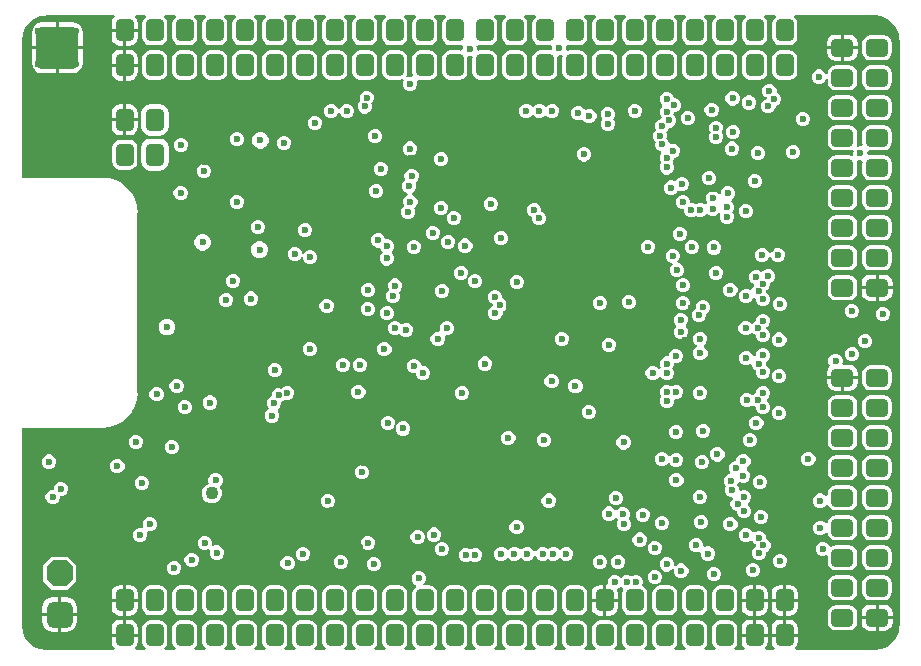
<source format=gbr>
%TF.GenerationSoftware,Altium Limited,Altium Designer,21.9.2 (33)*%
G04 Layer_Physical_Order=2*
G04 Layer_Color=36540*
%FSLAX45Y45*%
%MOMM*%
%TF.SameCoordinates,7777544D-92F5-45BF-99EE-D781317D7DBF*%
%TF.FilePolarity,Positive*%
%TF.FileFunction,Copper,L2,Inr,Signal*%
%TF.Part,Single*%
G01*
G75*
%TA.AperFunction,ComponentPad*%
G04:AMPARAMS|DCode=93|XSize=2.2mm|YSize=2.2mm|CornerRadius=0.55mm|HoleSize=0mm|Usage=FLASHONLY|Rotation=270.000|XOffset=0mm|YOffset=0mm|HoleType=Round|Shape=RoundedRectangle|*
%AMROUNDEDRECTD93*
21,1,2.20000,1.10000,0,0,270.0*
21,1,1.10000,2.20000,0,0,270.0*
1,1,1.10000,-0.55000,-0.55000*
1,1,1.10000,-0.55000,0.55000*
1,1,1.10000,0.55000,0.55000*
1,1,1.10000,0.55000,-0.55000*
%
%ADD93ROUNDEDRECTD93*%
G04:AMPARAMS|DCode=94|XSize=2.2mm|YSize=2.2mm|CornerRadius=0mm|HoleSize=0mm|Usage=FLASHONLY|Rotation=270.000|XOffset=0mm|YOffset=0mm|HoleType=Round|Shape=Octagon|*
%AMOCTAGOND94*
4,1,8,-0.55000,-1.10000,0.55000,-1.10000,1.10000,-0.55000,1.10000,0.55000,0.55000,1.10000,-0.55000,1.10000,-1.10000,0.55000,-1.10000,-0.55000,-0.55000,-1.10000,0.0*
%
%ADD94OCTAGOND94*%

%TA.AperFunction,ViaPad*%
%ADD95C,0.60000*%
%ADD96C,1.10000*%
%TA.AperFunction,ComponentPad*%
G04:AMPARAMS|DCode=97|XSize=1.5mm|YSize=1.9mm|CornerRadius=0.375mm|HoleSize=0mm|Usage=FLASHONLY|Rotation=270.000|XOffset=0mm|YOffset=0mm|HoleType=Round|Shape=RoundedRectangle|*
%AMROUNDEDRECTD97*
21,1,1.50000,1.15000,0,0,270.0*
21,1,0.75000,1.90000,0,0,270.0*
1,1,0.75000,-0.57500,-0.37500*
1,1,0.75000,-0.57500,0.37500*
1,1,0.75000,0.57500,0.37500*
1,1,0.75000,0.57500,-0.37500*
%
%ADD97ROUNDEDRECTD97*%
G04:AMPARAMS|DCode=98|XSize=1.5mm|YSize=1.9mm|CornerRadius=0.375mm|HoleSize=0mm|Usage=FLASHONLY|Rotation=0.000|XOffset=0mm|YOffset=0mm|HoleType=Round|Shape=RoundedRectangle|*
%AMROUNDEDRECTD98*
21,1,1.50000,1.15000,0,0,0.0*
21,1,0.75000,1.90000,0,0,0.0*
1,1,0.75000,0.37500,-0.57500*
1,1,0.75000,-0.37500,-0.57500*
1,1,0.75000,-0.37500,0.57500*
1,1,0.75000,0.37500,0.57500*
%
%ADD98ROUNDEDRECTD98*%
G04:AMPARAMS|DCode=99|XSize=3.6mm|YSize=3.6mm|CornerRadius=0.54mm|HoleSize=0mm|Usage=FLASHONLY|Rotation=0.000|XOffset=0mm|YOffset=0mm|HoleType=Round|Shape=RoundedRectangle|*
%AMROUNDEDRECTD99*
21,1,3.60000,2.52000,0,0,0.0*
21,1,2.52000,3.60000,0,0,0.0*
1,1,1.08000,1.26000,-1.26000*
1,1,1.08000,-1.26000,-1.26000*
1,1,1.08000,-1.26000,1.26000*
1,1,1.08000,1.26000,1.26000*
%
%ADD99ROUNDEDRECTD99*%
G36*
X8434462Y5410484D02*
X8485651Y5389281D01*
X8529609Y5355551D01*
X8563338Y5311594D01*
X8584542Y5260404D01*
X8589867Y5219955D01*
X8591113Y5205471D01*
X8591116Y5205460D01*
X8591116Y5190471D01*
X8591247Y270194D01*
X8591247Y269996D01*
Y255256D01*
X8589999Y240773D01*
X8584683Y200394D01*
X8563507Y149271D01*
X8529821Y105371D01*
X8485921Y71685D01*
X8434798Y50509D01*
X8381926Y43549D01*
X8379938Y43944D01*
X7711646D01*
X7707096Y58944D01*
X7709769Y60731D01*
X7725793Y84712D01*
X7731420Y113000D01*
Y157800D01*
X7508580D01*
Y113000D01*
X7514207Y84712D01*
X7530231Y60731D01*
X7532904Y58944D01*
X7528354Y43944D01*
X7457646D01*
X7453096Y58944D01*
X7455769Y60731D01*
X7471793Y84712D01*
X7477420Y113000D01*
Y157800D01*
X7254580D01*
Y113000D01*
X7260207Y84712D01*
X7276231Y60731D01*
X7278904Y58944D01*
X7274354Y43944D01*
X7194646D01*
X7190096Y58944D01*
X7198164Y64336D01*
X7213083Y86663D01*
X7218322Y113000D01*
Y228000D01*
X7213083Y254337D01*
X7198164Y276664D01*
X7175837Y291583D01*
X7149500Y296822D01*
X7074500D01*
X7048163Y291583D01*
X7025836Y276664D01*
X7010917Y254337D01*
X7005678Y228000D01*
Y113000D01*
X7010917Y86663D01*
X7025836Y64336D01*
X7033904Y58944D01*
X7029354Y43944D01*
X6940646D01*
X6936096Y58944D01*
X6944164Y64336D01*
X6959083Y86663D01*
X6964322Y113000D01*
Y228000D01*
X6959083Y254337D01*
X6944164Y276664D01*
X6921837Y291583D01*
X6895500Y296822D01*
X6820500D01*
X6794163Y291583D01*
X6771836Y276664D01*
X6756917Y254337D01*
X6751678Y228000D01*
Y113000D01*
X6756917Y86663D01*
X6771836Y64336D01*
X6779904Y58944D01*
X6775354Y43944D01*
X6686646D01*
X6682096Y58944D01*
X6690164Y64336D01*
X6705083Y86663D01*
X6710322Y113000D01*
Y228000D01*
X6705083Y254337D01*
X6690164Y276664D01*
X6667837Y291583D01*
X6641500Y296822D01*
X6566500D01*
X6540163Y291583D01*
X6517836Y276664D01*
X6502917Y254337D01*
X6497678Y228000D01*
Y113000D01*
X6502917Y86663D01*
X6517836Y64336D01*
X6525904Y58944D01*
X6521354Y43944D01*
X6432646D01*
X6428096Y58944D01*
X6436164Y64336D01*
X6451083Y86663D01*
X6456322Y113000D01*
Y228000D01*
X6451083Y254337D01*
X6436164Y276664D01*
X6413837Y291583D01*
X6387500Y296822D01*
X6312500D01*
X6286163Y291583D01*
X6263836Y276664D01*
X6248917Y254337D01*
X6243678Y228000D01*
Y113000D01*
X6248917Y86663D01*
X6263836Y64336D01*
X6271904Y58944D01*
X6267354Y43944D01*
X6178646D01*
X6174096Y58944D01*
X6182164Y64336D01*
X6197083Y86663D01*
X6202322Y113000D01*
Y228000D01*
X6197083Y254337D01*
X6182164Y276664D01*
X6159837Y291583D01*
X6133500Y296822D01*
X6058500D01*
X6032163Y291583D01*
X6009836Y276664D01*
X5994917Y254337D01*
X5989678Y228000D01*
Y113000D01*
X5994917Y86663D01*
X6009836Y64336D01*
X6017904Y58944D01*
X6013354Y43944D01*
X5924646D01*
X5920096Y58944D01*
X5928164Y64336D01*
X5943083Y86663D01*
X5948322Y113000D01*
Y228000D01*
X5943083Y254337D01*
X5928164Y276664D01*
X5905837Y291583D01*
X5879500Y296822D01*
X5804500D01*
X5778163Y291583D01*
X5755836Y276664D01*
X5740917Y254337D01*
X5735678Y228000D01*
Y113000D01*
X5740917Y86663D01*
X5755836Y64336D01*
X5763904Y58944D01*
X5759354Y43944D01*
X5670646D01*
X5666096Y58944D01*
X5674164Y64336D01*
X5689083Y86663D01*
X5694322Y113000D01*
Y228000D01*
X5689083Y254337D01*
X5674164Y276664D01*
X5651837Y291583D01*
X5625500Y296822D01*
X5550500D01*
X5524163Y291583D01*
X5501836Y276664D01*
X5486917Y254337D01*
X5481678Y228000D01*
Y113000D01*
X5486917Y86663D01*
X5501836Y64336D01*
X5509904Y58944D01*
X5505354Y43944D01*
X5416646D01*
X5412096Y58944D01*
X5420164Y64336D01*
X5435083Y86663D01*
X5440322Y113000D01*
Y228000D01*
X5435083Y254337D01*
X5420164Y276664D01*
X5397837Y291583D01*
X5371500Y296822D01*
X5296500D01*
X5270163Y291583D01*
X5247836Y276664D01*
X5232917Y254337D01*
X5227678Y228000D01*
Y113000D01*
X5232917Y86663D01*
X5247836Y64336D01*
X5255904Y58944D01*
X5251354Y43944D01*
X5162646D01*
X5158096Y58944D01*
X5166164Y64336D01*
X5181083Y86663D01*
X5186322Y113000D01*
Y228000D01*
X5181083Y254337D01*
X5166164Y276664D01*
X5143837Y291583D01*
X5117500Y296822D01*
X5042500D01*
X5016163Y291583D01*
X4993836Y276664D01*
X4978917Y254337D01*
X4973678Y228000D01*
Y113000D01*
X4978917Y86663D01*
X4993836Y64336D01*
X5001904Y58944D01*
X4997354Y43944D01*
X4908646D01*
X4904096Y58944D01*
X4912164Y64336D01*
X4927083Y86663D01*
X4932322Y113000D01*
Y228000D01*
X4927083Y254337D01*
X4912164Y276664D01*
X4889837Y291583D01*
X4863500Y296822D01*
X4788500D01*
X4762163Y291583D01*
X4739836Y276664D01*
X4724917Y254337D01*
X4719678Y228000D01*
Y113000D01*
X4724917Y86663D01*
X4739836Y64336D01*
X4747904Y58944D01*
X4743354Y43944D01*
X4654646D01*
X4650096Y58944D01*
X4658164Y64336D01*
X4673083Y86663D01*
X4678322Y113000D01*
Y228000D01*
X4673083Y254337D01*
X4658164Y276664D01*
X4635837Y291583D01*
X4609500Y296822D01*
X4534500D01*
X4508163Y291583D01*
X4485836Y276664D01*
X4470917Y254337D01*
X4465678Y228000D01*
Y113000D01*
X4470917Y86663D01*
X4485836Y64336D01*
X4493904Y58944D01*
X4489354Y43944D01*
X4400646D01*
X4396096Y58944D01*
X4404164Y64336D01*
X4419083Y86663D01*
X4424322Y113000D01*
Y228000D01*
X4419083Y254337D01*
X4404164Y276664D01*
X4381837Y291583D01*
X4355500Y296822D01*
X4280500D01*
X4254163Y291583D01*
X4231836Y276664D01*
X4216917Y254337D01*
X4211678Y228000D01*
Y113000D01*
X4216917Y86663D01*
X4231836Y64336D01*
X4239904Y58944D01*
X4235354Y43944D01*
X4146646D01*
X4142096Y58944D01*
X4150164Y64336D01*
X4165083Y86663D01*
X4170322Y113000D01*
Y228000D01*
X4165083Y254337D01*
X4150164Y276664D01*
X4127837Y291583D01*
X4101500Y296822D01*
X4026500D01*
X4000163Y291583D01*
X3977836Y276664D01*
X3962917Y254337D01*
X3957678Y228000D01*
Y113000D01*
X3962917Y86663D01*
X3977836Y64336D01*
X3985904Y58944D01*
X3981354Y43944D01*
X3892646D01*
X3888096Y58944D01*
X3896164Y64336D01*
X3911083Y86663D01*
X3916322Y113000D01*
Y228000D01*
X3911083Y254337D01*
X3896164Y276664D01*
X3873837Y291583D01*
X3847500Y296822D01*
X3772500D01*
X3746163Y291583D01*
X3723836Y276664D01*
X3708917Y254337D01*
X3703678Y228000D01*
Y113000D01*
X3708917Y86663D01*
X3723836Y64336D01*
X3731904Y58944D01*
X3727354Y43944D01*
X3638646D01*
X3634096Y58944D01*
X3642164Y64336D01*
X3657083Y86663D01*
X3662322Y113000D01*
Y228000D01*
X3657083Y254337D01*
X3642164Y276664D01*
X3619837Y291583D01*
X3593500Y296822D01*
X3518500D01*
X3492163Y291583D01*
X3469836Y276664D01*
X3454917Y254337D01*
X3449678Y228000D01*
Y113000D01*
X3454917Y86663D01*
X3469836Y64336D01*
X3477904Y58944D01*
X3473354Y43944D01*
X3384646D01*
X3380096Y58944D01*
X3388164Y64336D01*
X3403083Y86663D01*
X3408322Y113000D01*
Y228000D01*
X3403083Y254337D01*
X3388164Y276664D01*
X3365837Y291583D01*
X3339500Y296822D01*
X3264500D01*
X3238163Y291583D01*
X3215836Y276664D01*
X3200917Y254337D01*
X3195678Y228000D01*
Y113000D01*
X3200917Y86663D01*
X3215836Y64336D01*
X3223904Y58944D01*
X3219354Y43944D01*
X3130646D01*
X3126096Y58944D01*
X3134164Y64336D01*
X3149083Y86663D01*
X3154322Y113000D01*
Y228000D01*
X3149083Y254337D01*
X3134164Y276664D01*
X3111837Y291583D01*
X3085500Y296822D01*
X3010500D01*
X2984163Y291583D01*
X2961836Y276664D01*
X2946917Y254337D01*
X2941678Y228000D01*
Y113000D01*
X2946917Y86663D01*
X2961836Y64336D01*
X2969904Y58944D01*
X2965354Y43944D01*
X2876646D01*
X2872096Y58944D01*
X2880164Y64336D01*
X2895083Y86663D01*
X2900322Y113000D01*
Y228000D01*
X2895083Y254337D01*
X2880164Y276664D01*
X2857837Y291583D01*
X2831500Y296822D01*
X2756500D01*
X2730163Y291583D01*
X2707836Y276664D01*
X2692917Y254337D01*
X2687678Y228000D01*
Y113000D01*
X2692917Y86663D01*
X2707836Y64336D01*
X2715904Y58944D01*
X2711354Y43944D01*
X2622646D01*
X2618096Y58944D01*
X2626164Y64336D01*
X2641083Y86663D01*
X2646322Y113000D01*
Y228000D01*
X2641083Y254337D01*
X2626164Y276664D01*
X2603837Y291583D01*
X2577500Y296822D01*
X2502500D01*
X2476163Y291583D01*
X2453836Y276664D01*
X2438917Y254337D01*
X2433678Y228000D01*
Y113000D01*
X2438917Y86663D01*
X2453836Y64336D01*
X2461904Y58944D01*
X2457354Y43944D01*
X2368646D01*
X2364096Y58944D01*
X2372164Y64336D01*
X2387083Y86663D01*
X2392322Y113000D01*
Y228000D01*
X2387083Y254337D01*
X2372164Y276664D01*
X2349837Y291583D01*
X2323500Y296822D01*
X2248500D01*
X2222163Y291583D01*
X2199836Y276664D01*
X2184917Y254337D01*
X2179678Y228000D01*
Y113000D01*
X2184917Y86663D01*
X2199836Y64336D01*
X2207904Y58944D01*
X2203354Y43944D01*
X2123646D01*
X2119096Y58944D01*
X2121769Y60731D01*
X2137793Y84712D01*
X2143420Y113000D01*
Y157800D01*
X1920580D01*
Y113000D01*
X1926207Y84712D01*
X1942231Y60731D01*
X1944904Y58944D01*
X1940354Y43944D01*
X1371600D01*
X1369643Y43555D01*
X1317066Y50477D01*
X1266249Y71526D01*
X1222611Y105011D01*
X1189126Y148649D01*
X1168077Y199466D01*
X1161155Y252043D01*
X1161544Y254000D01*
Y1924556D01*
X1841500D01*
Y1923962D01*
X1899742Y1929699D01*
X1955745Y1946687D01*
X2007359Y1974275D01*
X2052598Y2011402D01*
X2089725Y2056641D01*
X2117313Y2108255D01*
X2134301Y2164258D01*
X2140038Y2222500D01*
X2139444D01*
Y3746500D01*
X2140038D01*
X2134301Y3804742D01*
X2117313Y3860745D01*
X2089725Y3912359D01*
X2052598Y3957598D01*
X2007359Y3994725D01*
X1955745Y4022313D01*
X1899742Y4039301D01*
X1841500Y4045038D01*
Y4044444D01*
X1161544D01*
Y5207000D01*
X1161155Y5208958D01*
X1168077Y5261534D01*
X1189126Y5312351D01*
X1222610Y5355989D01*
X1266248Y5389474D01*
X1317066Y5410523D01*
X1357121Y5415796D01*
X1371600Y5417055D01*
Y5417056D01*
X1940354D01*
X1944904Y5402056D01*
X1942231Y5400269D01*
X1926207Y5376288D01*
X1920580Y5348000D01*
Y5303200D01*
X2143420D01*
Y5348000D01*
X2137793Y5376288D01*
X2121769Y5400269D01*
X2119096Y5402056D01*
X2123646Y5417056D01*
X2203354D01*
X2207904Y5402056D01*
X2199836Y5396664D01*
X2184917Y5374337D01*
X2179678Y5348000D01*
Y5233000D01*
X2184917Y5206663D01*
X2199836Y5184336D01*
X2222163Y5169417D01*
X2248500Y5164178D01*
X2323500D01*
X2349837Y5169417D01*
X2372164Y5184336D01*
X2387083Y5206663D01*
X2392322Y5233000D01*
Y5348000D01*
X2387083Y5374337D01*
X2372164Y5396664D01*
X2364096Y5402056D01*
X2368646Y5417056D01*
X2457354D01*
X2461904Y5402056D01*
X2453836Y5396664D01*
X2438917Y5374337D01*
X2433678Y5348000D01*
Y5233000D01*
X2438917Y5206663D01*
X2453836Y5184336D01*
X2476163Y5169417D01*
X2502500Y5164178D01*
X2577500D01*
X2603837Y5169417D01*
X2626164Y5184336D01*
X2641083Y5206663D01*
X2646322Y5233000D01*
Y5348000D01*
X2641083Y5374337D01*
X2626164Y5396664D01*
X2618096Y5402056D01*
X2622646Y5417056D01*
X2711354D01*
X2715904Y5402056D01*
X2707836Y5396664D01*
X2692917Y5374337D01*
X2687678Y5348000D01*
Y5233000D01*
X2692917Y5206663D01*
X2707836Y5184336D01*
X2730163Y5169417D01*
X2756500Y5164178D01*
X2831500D01*
X2857837Y5169417D01*
X2880164Y5184336D01*
X2895083Y5206663D01*
X2900322Y5233000D01*
Y5348000D01*
X2895083Y5374337D01*
X2880164Y5396664D01*
X2872096Y5402056D01*
X2876646Y5417056D01*
X2965354D01*
X2969904Y5402056D01*
X2961836Y5396664D01*
X2946917Y5374337D01*
X2941678Y5348000D01*
Y5233000D01*
X2946917Y5206663D01*
X2961836Y5184336D01*
X2984163Y5169417D01*
X3010500Y5164178D01*
X3085500D01*
X3111837Y5169417D01*
X3134164Y5184336D01*
X3149083Y5206663D01*
X3154322Y5233000D01*
Y5348000D01*
X3149083Y5374337D01*
X3134164Y5396664D01*
X3126096Y5402056D01*
X3130646Y5417056D01*
X3219354D01*
X3223904Y5402056D01*
X3215836Y5396664D01*
X3200917Y5374337D01*
X3195678Y5348000D01*
Y5233000D01*
X3200917Y5206663D01*
X3215836Y5184336D01*
X3238163Y5169417D01*
X3264500Y5164178D01*
X3339500D01*
X3365837Y5169417D01*
X3388164Y5184336D01*
X3403083Y5206663D01*
X3408322Y5233000D01*
Y5348000D01*
X3403083Y5374337D01*
X3388164Y5396664D01*
X3380096Y5402056D01*
X3384646Y5417056D01*
X3473354D01*
X3477904Y5402056D01*
X3469836Y5396664D01*
X3454917Y5374337D01*
X3449678Y5348000D01*
Y5233000D01*
X3454917Y5206663D01*
X3469836Y5184336D01*
X3492163Y5169417D01*
X3518500Y5164178D01*
X3593500D01*
X3619837Y5169417D01*
X3642164Y5184336D01*
X3657083Y5206663D01*
X3662322Y5233000D01*
Y5348000D01*
X3657083Y5374337D01*
X3642164Y5396664D01*
X3634096Y5402056D01*
X3638646Y5417056D01*
X3727354D01*
X3731904Y5402056D01*
X3723836Y5396664D01*
X3708917Y5374337D01*
X3703678Y5348000D01*
Y5233000D01*
X3708917Y5206663D01*
X3723836Y5184336D01*
X3746163Y5169417D01*
X3772500Y5164178D01*
X3847500D01*
X3873837Y5169417D01*
X3896164Y5184336D01*
X3911083Y5206663D01*
X3916322Y5233000D01*
Y5348000D01*
X3911083Y5374337D01*
X3896164Y5396664D01*
X3888096Y5402056D01*
X3892646Y5417056D01*
X3981354D01*
X3985904Y5402056D01*
X3977836Y5396664D01*
X3962917Y5374337D01*
X3957678Y5348000D01*
Y5233000D01*
X3962917Y5206663D01*
X3977836Y5184336D01*
X4000163Y5169417D01*
X4026500Y5164178D01*
X4101500D01*
X4127837Y5169417D01*
X4150164Y5184336D01*
X4165083Y5206663D01*
X4170322Y5233000D01*
Y5348000D01*
X4165083Y5374337D01*
X4150164Y5396664D01*
X4142096Y5402056D01*
X4146646Y5417056D01*
X4235354D01*
X4239904Y5402056D01*
X4231836Y5396664D01*
X4216917Y5374337D01*
X4211678Y5348000D01*
Y5233000D01*
X4216917Y5206663D01*
X4231836Y5184336D01*
X4254163Y5169417D01*
X4280500Y5164178D01*
X4355500D01*
X4381837Y5169417D01*
X4404164Y5184336D01*
X4419083Y5206663D01*
X4424322Y5233000D01*
Y5348000D01*
X4419083Y5374337D01*
X4404164Y5396664D01*
X4396096Y5402056D01*
X4400646Y5417056D01*
X4489354D01*
X4493904Y5402056D01*
X4485836Y5396664D01*
X4470917Y5374337D01*
X4465678Y5348000D01*
Y5233000D01*
X4470917Y5206663D01*
X4485836Y5184336D01*
X4508163Y5169417D01*
X4534500Y5164178D01*
X4609500D01*
X4635837Y5169417D01*
X4658164Y5184336D01*
X4673083Y5206663D01*
X4678322Y5233000D01*
Y5348000D01*
X4673083Y5374337D01*
X4658164Y5396664D01*
X4650096Y5402056D01*
X4654646Y5417056D01*
X4743354D01*
X4747904Y5402056D01*
X4739836Y5396664D01*
X4724917Y5374337D01*
X4719678Y5348000D01*
Y5233000D01*
X4724917Y5206663D01*
X4739836Y5184336D01*
X4762163Y5169417D01*
X4788500Y5164178D01*
X4863500D01*
X4884170Y5168289D01*
X4895310Y5156815D01*
X4895486Y5156411D01*
X4892487Y5149171D01*
Y5132350D01*
X4881053Y5120773D01*
X4878629Y5119813D01*
X4863500Y5122822D01*
X4788500D01*
X4762163Y5117583D01*
X4739836Y5102664D01*
X4724917Y5080337D01*
X4719678Y5054000D01*
Y4939000D01*
X4724917Y4912663D01*
X4739836Y4890336D01*
X4762163Y4875417D01*
X4788500Y4870178D01*
X4863500D01*
X4889837Y4875417D01*
X4912164Y4890336D01*
X4927083Y4912663D01*
X4932322Y4939000D01*
Y5054000D01*
X4930066Y5065344D01*
X4935793Y5071839D01*
X4942994Y5077236D01*
X4963006D01*
X4965257Y5076414D01*
X4976027Y5065807D01*
X4973678Y5054000D01*
Y4939000D01*
X4978917Y4912663D01*
X4993836Y4890336D01*
X5016163Y4875417D01*
X5042500Y4870178D01*
X5117500D01*
X5143837Y4875417D01*
X5166164Y4890336D01*
X5181083Y4912663D01*
X5186322Y4939000D01*
Y5054000D01*
X5181083Y5080337D01*
X5166164Y5102664D01*
X5143837Y5117583D01*
X5117500Y5122822D01*
X5042500D01*
X5026345Y5119609D01*
X5023632Y5120723D01*
X5012487Y5131794D01*
Y5149171D01*
X5009396Y5156633D01*
X5010690Y5159077D01*
X5020712Y5168512D01*
X5042500Y5164178D01*
X5117500D01*
X5143837Y5169417D01*
X5166164Y5184336D01*
X5181083Y5206663D01*
X5186322Y5233000D01*
Y5348000D01*
X5181083Y5374337D01*
X5166164Y5396664D01*
X5158096Y5402056D01*
X5162646Y5417056D01*
X5251354D01*
X5255904Y5402056D01*
X5247836Y5396664D01*
X5232917Y5374337D01*
X5227678Y5348000D01*
Y5233000D01*
X5232917Y5206663D01*
X5247836Y5184336D01*
X5270163Y5169417D01*
X5296500Y5164178D01*
X5371500D01*
X5397837Y5169417D01*
X5420164Y5184336D01*
X5435083Y5206663D01*
X5440322Y5233000D01*
Y5348000D01*
X5435083Y5374337D01*
X5420164Y5396664D01*
X5412096Y5402056D01*
X5416646Y5417056D01*
X5505354D01*
X5509904Y5402056D01*
X5501836Y5396664D01*
X5486917Y5374337D01*
X5481678Y5348000D01*
Y5233000D01*
X5486917Y5206663D01*
X5501836Y5184336D01*
X5524163Y5169417D01*
X5550500Y5164178D01*
X5625500D01*
X5640734Y5167208D01*
X5651524Y5154060D01*
X5650469Y5151513D01*
Y5133149D01*
X5640363Y5122203D01*
X5637193Y5120496D01*
X5625500Y5122822D01*
X5550500D01*
X5524163Y5117583D01*
X5501836Y5102664D01*
X5486917Y5080337D01*
X5481678Y5054000D01*
Y4939000D01*
X5486917Y4912663D01*
X5501836Y4890336D01*
X5524163Y4875417D01*
X5550500Y4870178D01*
X5625500D01*
X5651837Y4875417D01*
X5674164Y4890336D01*
X5689083Y4912663D01*
X5694322Y4939000D01*
Y5054000D01*
X5691919Y5066083D01*
X5693377Y5069058D01*
X5704528Y5079578D01*
X5722403D01*
X5725747Y5080963D01*
X5738895Y5070174D01*
X5735678Y5054000D01*
Y4939000D01*
X5740917Y4912663D01*
X5755836Y4890336D01*
X5778163Y4875417D01*
X5804500Y4870178D01*
X5879500D01*
X5905837Y4875417D01*
X5928164Y4890336D01*
X5943083Y4912663D01*
X5948322Y4939000D01*
Y5054000D01*
X5943083Y5080337D01*
X5928164Y5102664D01*
X5905837Y5117583D01*
X5879500Y5122822D01*
X5804500D01*
X5782930Y5118532D01*
X5776461Y5123262D01*
X5772091Y5127526D01*
X5770469Y5130183D01*
Y5151513D01*
X5767602Y5158433D01*
X5774879Y5166001D01*
X5779390Y5169173D01*
X5804500Y5164178D01*
X5879500D01*
X5905837Y5169417D01*
X5928164Y5184336D01*
X5943083Y5206663D01*
X5948322Y5233000D01*
Y5348000D01*
X5943083Y5374337D01*
X5928164Y5396664D01*
X5920096Y5402056D01*
X5924646Y5417056D01*
X6013354D01*
X6017904Y5402056D01*
X6009836Y5396664D01*
X5994917Y5374337D01*
X5989678Y5348000D01*
Y5233000D01*
X5994917Y5206663D01*
X6009836Y5184336D01*
X6032163Y5169417D01*
X6058500Y5164178D01*
X6133500D01*
X6159837Y5169417D01*
X6182164Y5184336D01*
X6197083Y5206663D01*
X6202322Y5233000D01*
Y5348000D01*
X6197083Y5374337D01*
X6182164Y5396664D01*
X6174096Y5402056D01*
X6178646Y5417056D01*
X6267354D01*
X6271904Y5402056D01*
X6263836Y5396664D01*
X6248917Y5374337D01*
X6243678Y5348000D01*
Y5233000D01*
X6248917Y5206663D01*
X6263836Y5184336D01*
X6286163Y5169417D01*
X6312500Y5164178D01*
X6387500D01*
X6413837Y5169417D01*
X6436164Y5184336D01*
X6451083Y5206663D01*
X6456322Y5233000D01*
Y5348000D01*
X6451083Y5374337D01*
X6436164Y5396664D01*
X6428096Y5402056D01*
X6432646Y5417056D01*
X6521354D01*
X6525904Y5402056D01*
X6517836Y5396664D01*
X6502917Y5374337D01*
X6497678Y5348000D01*
Y5233000D01*
X6502917Y5206663D01*
X6517836Y5184336D01*
X6540163Y5169417D01*
X6566500Y5164178D01*
X6641500D01*
X6667837Y5169417D01*
X6690164Y5184336D01*
X6705083Y5206663D01*
X6710322Y5233000D01*
Y5348000D01*
X6705083Y5374337D01*
X6690164Y5396664D01*
X6682096Y5402056D01*
X6686646Y5417056D01*
X6775354D01*
X6779904Y5402056D01*
X6771836Y5396664D01*
X6756917Y5374337D01*
X6751678Y5348000D01*
Y5233000D01*
X6756917Y5206663D01*
X6771836Y5184336D01*
X6794163Y5169417D01*
X6820500Y5164178D01*
X6895500D01*
X6921837Y5169417D01*
X6944164Y5184336D01*
X6959083Y5206663D01*
X6964322Y5233000D01*
Y5348000D01*
X6959083Y5374337D01*
X6944164Y5396664D01*
X6936096Y5402056D01*
X6940646Y5417056D01*
X7029354D01*
X7033904Y5402056D01*
X7025836Y5396664D01*
X7010917Y5374337D01*
X7005678Y5348000D01*
Y5233000D01*
X7010917Y5206663D01*
X7025836Y5184336D01*
X7048163Y5169417D01*
X7074500Y5164178D01*
X7149500D01*
X7175837Y5169417D01*
X7198164Y5184336D01*
X7213083Y5206663D01*
X7218322Y5233000D01*
Y5348000D01*
X7213083Y5374337D01*
X7198164Y5396664D01*
X7190096Y5402056D01*
X7194646Y5417056D01*
X7283354D01*
X7287904Y5402056D01*
X7279836Y5396664D01*
X7264917Y5374337D01*
X7259678Y5348000D01*
Y5233000D01*
X7264917Y5206663D01*
X7279836Y5184336D01*
X7302163Y5169417D01*
X7328500Y5164178D01*
X7403500D01*
X7429837Y5169417D01*
X7452164Y5184336D01*
X7467083Y5206663D01*
X7472322Y5233000D01*
Y5348000D01*
X7467083Y5374337D01*
X7452164Y5396664D01*
X7444096Y5402056D01*
X7448646Y5417056D01*
X7537354D01*
X7541904Y5402056D01*
X7533836Y5396664D01*
X7518917Y5374337D01*
X7513678Y5348000D01*
Y5233000D01*
X7518917Y5206663D01*
X7533836Y5184336D01*
X7556163Y5169417D01*
X7582500Y5164178D01*
X7657500D01*
X7683837Y5169417D01*
X7706164Y5184336D01*
X7721083Y5206663D01*
X7726322Y5233000D01*
Y5348000D01*
X7721083Y5374337D01*
X7706164Y5396664D01*
X7698096Y5402056D01*
X7702646Y5417056D01*
X8379531D01*
X8381527Y5417453D01*
X8434462Y5410484D01*
D02*
G37*
%LPC*%
G36*
X2143420Y5277800D02*
X2044700D01*
Y5159080D01*
X2069500D01*
X2097788Y5164707D01*
X2121769Y5180731D01*
X2137793Y5204712D01*
X2143420Y5233000D01*
Y5277800D01*
D02*
G37*
G36*
X2019300D02*
X1920580D01*
Y5233000D01*
X1926207Y5204712D01*
X1942231Y5180731D01*
X1966212Y5164707D01*
X1994500Y5159080D01*
X2019300D01*
Y5277800D01*
D02*
G37*
G36*
X8165500Y5254920D02*
X8120700D01*
Y5156200D01*
X8239420D01*
Y5181000D01*
X8233793Y5209288D01*
X8217769Y5233269D01*
X8193788Y5249293D01*
X8165500Y5254920D01*
D02*
G37*
G36*
X1586500Y5360244D02*
X1473200D01*
Y5156200D01*
X1677244D01*
Y5269500D01*
X1670336Y5304226D01*
X1650665Y5333665D01*
X1621226Y5353336D01*
X1586500Y5360244D01*
D02*
G37*
G36*
X1447800D02*
X1334500D01*
X1299774Y5353336D01*
X1270335Y5333665D01*
X1250664Y5304226D01*
X1243756Y5269500D01*
Y5156200D01*
X1447800D01*
Y5360244D01*
D02*
G37*
G36*
X8095300Y5254920D02*
X8050500D01*
X8022212Y5249293D01*
X7998231Y5233269D01*
X7982207Y5209288D01*
X7976580Y5181000D01*
Y5156200D01*
X8095300D01*
Y5254920D01*
D02*
G37*
G36*
X8459500Y5249822D02*
X8344500D01*
X8318163Y5244583D01*
X8295836Y5229664D01*
X8280917Y5207337D01*
X8275678Y5181000D01*
Y5106000D01*
X8280917Y5079663D01*
X8295836Y5057336D01*
X8318163Y5042417D01*
X8344500Y5037178D01*
X8459500D01*
X8485837Y5042417D01*
X8508164Y5057336D01*
X8523083Y5079663D01*
X8528322Y5106000D01*
Y5181000D01*
X8523083Y5207337D01*
X8508164Y5229664D01*
X8485837Y5244583D01*
X8459500Y5249822D01*
D02*
G37*
G36*
X8239420Y5130800D02*
X8120700D01*
Y5032080D01*
X8165500D01*
X8193788Y5037707D01*
X8217769Y5053731D01*
X8233793Y5077712D01*
X8239420Y5106000D01*
Y5130800D01*
D02*
G37*
G36*
X8095300D02*
X7976580D01*
Y5106000D01*
X7982207Y5077712D01*
X7998231Y5053731D01*
X8022212Y5037707D01*
X8050500Y5032080D01*
X8095300D01*
Y5130800D01*
D02*
G37*
G36*
X2069500Y5127920D02*
X2044700D01*
Y5009200D01*
X2143420D01*
Y5054000D01*
X2137793Y5082288D01*
X2121769Y5106269D01*
X2097788Y5122293D01*
X2069500Y5127920D01*
D02*
G37*
G36*
X2019300D02*
X1994500D01*
X1966212Y5122293D01*
X1942231Y5106269D01*
X1926207Y5082288D01*
X1920580Y5054000D01*
Y5009200D01*
X2019300D01*
Y5127920D01*
D02*
G37*
G36*
X1677244Y5130800D02*
X1473200D01*
Y4926756D01*
X1586500D01*
X1621226Y4933664D01*
X1650665Y4953335D01*
X1670336Y4982774D01*
X1677244Y5017500D01*
Y5130800D01*
D02*
G37*
G36*
X1447800D02*
X1243756D01*
Y5017500D01*
X1250664Y4982774D01*
X1270335Y4953335D01*
X1299774Y4933664D01*
X1334500Y4926756D01*
X1447800D01*
Y5130800D01*
D02*
G37*
G36*
X8165500Y4995822D02*
X8050500D01*
X8024163Y4990583D01*
X8001836Y4975664D01*
X7986917Y4953337D01*
X7981678Y4927000D01*
Y4922938D01*
X7966678Y4919955D01*
X7960865Y4933987D01*
X7943987Y4950866D01*
X7921935Y4960000D01*
X7898065D01*
X7876013Y4950866D01*
X7859134Y4933987D01*
X7850000Y4911935D01*
Y4888065D01*
X7859134Y4866013D01*
X7876013Y4849135D01*
X7898065Y4840000D01*
X7921935D01*
X7943987Y4849135D01*
X7960865Y4866013D01*
X7966678Y4880046D01*
X7981678Y4877062D01*
Y4852000D01*
X7986917Y4825663D01*
X8001836Y4803336D01*
X8024163Y4788417D01*
X8050500Y4783178D01*
X8165500D01*
X8191837Y4788417D01*
X8214164Y4803336D01*
X8229083Y4825663D01*
X8234322Y4852000D01*
Y4927000D01*
X8229083Y4953337D01*
X8214164Y4975664D01*
X8191837Y4990583D01*
X8165500Y4995822D01*
D02*
G37*
G36*
X4609500Y5122822D02*
X4534500D01*
X4508163Y5117583D01*
X4485836Y5102664D01*
X4470917Y5080337D01*
X4465678Y5054000D01*
Y4939000D01*
X4470917Y4912663D01*
X4471053Y4912459D01*
X4463506Y4902147D01*
X4461338Y4900000D01*
X4438065D01*
X4425064Y4894615D01*
X4415120Y4906732D01*
X4419083Y4912663D01*
X4424322Y4939000D01*
Y5054000D01*
X4419083Y5080337D01*
X4404164Y5102664D01*
X4381837Y5117583D01*
X4355500Y5122822D01*
X4280500D01*
X4254163Y5117583D01*
X4231836Y5102664D01*
X4216917Y5080337D01*
X4211678Y5054000D01*
Y4939000D01*
X4216917Y4912663D01*
X4231836Y4890336D01*
X4254163Y4875417D01*
X4280500Y4870178D01*
X4355500D01*
X4381837Y4875417D01*
X4384124Y4876945D01*
X4396240Y4867000D01*
X4390000Y4851935D01*
Y4828065D01*
X4399134Y4806013D01*
X4416013Y4789134D01*
X4438065Y4780000D01*
X4461935D01*
X4483987Y4789134D01*
X4500866Y4806013D01*
X4510000Y4828065D01*
Y4851935D01*
X4506469Y4860460D01*
X4517259Y4873607D01*
X4534500Y4870178D01*
X4609500D01*
X4635837Y4875417D01*
X4658164Y4890336D01*
X4673083Y4912663D01*
X4678322Y4939000D01*
Y5054000D01*
X4673083Y5080337D01*
X4658164Y5102664D01*
X4635837Y5117583D01*
X4609500Y5122822D01*
D02*
G37*
G36*
X7657500D02*
X7582500D01*
X7556163Y5117583D01*
X7533836Y5102664D01*
X7518917Y5080337D01*
X7513678Y5054000D01*
Y4939000D01*
X7518917Y4912663D01*
X7533836Y4890336D01*
X7556163Y4875417D01*
X7582500Y4870178D01*
X7657500D01*
X7683837Y4875417D01*
X7706164Y4890336D01*
X7721083Y4912663D01*
X7726322Y4939000D01*
Y5054000D01*
X7721083Y5080337D01*
X7706164Y5102664D01*
X7683837Y5117583D01*
X7657500Y5122822D01*
D02*
G37*
G36*
X7403500D02*
X7328500D01*
X7302163Y5117583D01*
X7279836Y5102664D01*
X7264917Y5080337D01*
X7259678Y5054000D01*
Y4939000D01*
X7264917Y4912663D01*
X7279836Y4890336D01*
X7302163Y4875417D01*
X7328500Y4870178D01*
X7403500D01*
X7429837Y4875417D01*
X7452164Y4890336D01*
X7467083Y4912663D01*
X7472322Y4939000D01*
Y5054000D01*
X7467083Y5080337D01*
X7452164Y5102664D01*
X7429837Y5117583D01*
X7403500Y5122822D01*
D02*
G37*
G36*
X7149500D02*
X7074500D01*
X7048163Y5117583D01*
X7025836Y5102664D01*
X7010917Y5080337D01*
X7005678Y5054000D01*
Y4939000D01*
X7010917Y4912663D01*
X7025836Y4890336D01*
X7048163Y4875417D01*
X7074500Y4870178D01*
X7149500D01*
X7175837Y4875417D01*
X7198164Y4890336D01*
X7213083Y4912663D01*
X7218322Y4939000D01*
Y5054000D01*
X7213083Y5080337D01*
X7198164Y5102664D01*
X7175837Y5117583D01*
X7149500Y5122822D01*
D02*
G37*
G36*
X6895500D02*
X6820500D01*
X6794163Y5117583D01*
X6771836Y5102664D01*
X6756917Y5080337D01*
X6751678Y5054000D01*
Y4939000D01*
X6756917Y4912663D01*
X6771836Y4890336D01*
X6794163Y4875417D01*
X6820500Y4870178D01*
X6895500D01*
X6921837Y4875417D01*
X6944164Y4890336D01*
X6959083Y4912663D01*
X6964322Y4939000D01*
Y5054000D01*
X6959083Y5080337D01*
X6944164Y5102664D01*
X6921837Y5117583D01*
X6895500Y5122822D01*
D02*
G37*
G36*
X6641500D02*
X6566500D01*
X6540163Y5117583D01*
X6517836Y5102664D01*
X6502917Y5080337D01*
X6497678Y5054000D01*
Y4939000D01*
X6502917Y4912663D01*
X6517836Y4890336D01*
X6540163Y4875417D01*
X6566500Y4870178D01*
X6641500D01*
X6667837Y4875417D01*
X6690164Y4890336D01*
X6705083Y4912663D01*
X6710322Y4939000D01*
Y5054000D01*
X6705083Y5080337D01*
X6690164Y5102664D01*
X6667837Y5117583D01*
X6641500Y5122822D01*
D02*
G37*
G36*
X6387500D02*
X6312500D01*
X6286163Y5117583D01*
X6263836Y5102664D01*
X6248917Y5080337D01*
X6243678Y5054000D01*
Y4939000D01*
X6248917Y4912663D01*
X6263836Y4890336D01*
X6286163Y4875417D01*
X6312500Y4870178D01*
X6387500D01*
X6413837Y4875417D01*
X6436164Y4890336D01*
X6451083Y4912663D01*
X6456322Y4939000D01*
Y5054000D01*
X6451083Y5080337D01*
X6436164Y5102664D01*
X6413837Y5117583D01*
X6387500Y5122822D01*
D02*
G37*
G36*
X6133500D02*
X6058500D01*
X6032163Y5117583D01*
X6009836Y5102664D01*
X5994917Y5080337D01*
X5989678Y5054000D01*
Y4939000D01*
X5994917Y4912663D01*
X6009836Y4890336D01*
X6032163Y4875417D01*
X6058500Y4870178D01*
X6133500D01*
X6159837Y4875417D01*
X6182164Y4890336D01*
X6197083Y4912663D01*
X6202322Y4939000D01*
Y5054000D01*
X6197083Y5080337D01*
X6182164Y5102664D01*
X6159837Y5117583D01*
X6133500Y5122822D01*
D02*
G37*
G36*
X5371500D02*
X5296500D01*
X5270163Y5117583D01*
X5247836Y5102664D01*
X5232917Y5080337D01*
X5227678Y5054000D01*
Y4939000D01*
X5232917Y4912663D01*
X5247836Y4890336D01*
X5270163Y4875417D01*
X5296500Y4870178D01*
X5371500D01*
X5397837Y4875417D01*
X5420164Y4890336D01*
X5435083Y4912663D01*
X5440322Y4939000D01*
Y5054000D01*
X5435083Y5080337D01*
X5420164Y5102664D01*
X5397837Y5117583D01*
X5371500Y5122822D01*
D02*
G37*
G36*
X4101500D02*
X4026500D01*
X4000163Y5117583D01*
X3977836Y5102664D01*
X3962917Y5080337D01*
X3957678Y5054000D01*
Y4939000D01*
X3962917Y4912663D01*
X3977836Y4890336D01*
X4000163Y4875417D01*
X4026500Y4870178D01*
X4101500D01*
X4127837Y4875417D01*
X4150164Y4890336D01*
X4165083Y4912663D01*
X4170322Y4939000D01*
Y5054000D01*
X4165083Y5080337D01*
X4150164Y5102664D01*
X4127837Y5117583D01*
X4101500Y5122822D01*
D02*
G37*
G36*
X3847500D02*
X3772500D01*
X3746163Y5117583D01*
X3723836Y5102664D01*
X3708917Y5080337D01*
X3703678Y5054000D01*
Y4939000D01*
X3708917Y4912663D01*
X3723836Y4890336D01*
X3746163Y4875417D01*
X3772500Y4870178D01*
X3847500D01*
X3873837Y4875417D01*
X3896164Y4890336D01*
X3911083Y4912663D01*
X3916322Y4939000D01*
Y5054000D01*
X3911083Y5080337D01*
X3896164Y5102664D01*
X3873837Y5117583D01*
X3847500Y5122822D01*
D02*
G37*
G36*
X3593500D02*
X3518500D01*
X3492163Y5117583D01*
X3469836Y5102664D01*
X3454917Y5080337D01*
X3449678Y5054000D01*
Y4939000D01*
X3454917Y4912663D01*
X3469836Y4890336D01*
X3492163Y4875417D01*
X3518500Y4870178D01*
X3593500D01*
X3619837Y4875417D01*
X3642164Y4890336D01*
X3657083Y4912663D01*
X3662322Y4939000D01*
Y5054000D01*
X3657083Y5080337D01*
X3642164Y5102664D01*
X3619837Y5117583D01*
X3593500Y5122822D01*
D02*
G37*
G36*
X3339500D02*
X3264500D01*
X3238163Y5117583D01*
X3215836Y5102664D01*
X3200917Y5080337D01*
X3195678Y5054000D01*
Y4939000D01*
X3200917Y4912663D01*
X3215836Y4890336D01*
X3238163Y4875417D01*
X3264500Y4870178D01*
X3339500D01*
X3365837Y4875417D01*
X3388164Y4890336D01*
X3403083Y4912663D01*
X3408322Y4939000D01*
Y5054000D01*
X3403083Y5080337D01*
X3388164Y5102664D01*
X3365837Y5117583D01*
X3339500Y5122822D01*
D02*
G37*
G36*
X3085500D02*
X3010500D01*
X2984163Y5117583D01*
X2961836Y5102664D01*
X2946917Y5080337D01*
X2941678Y5054000D01*
Y4939000D01*
X2946917Y4912663D01*
X2961836Y4890336D01*
X2984163Y4875417D01*
X3010500Y4870178D01*
X3085500D01*
X3111837Y4875417D01*
X3134164Y4890336D01*
X3149083Y4912663D01*
X3154322Y4939000D01*
Y5054000D01*
X3149083Y5080337D01*
X3134164Y5102664D01*
X3111837Y5117583D01*
X3085500Y5122822D01*
D02*
G37*
G36*
X2831500D02*
X2756500D01*
X2730163Y5117583D01*
X2707836Y5102664D01*
X2692917Y5080337D01*
X2687678Y5054000D01*
Y4939000D01*
X2692917Y4912663D01*
X2707836Y4890336D01*
X2730163Y4875417D01*
X2756500Y4870178D01*
X2831500D01*
X2857837Y4875417D01*
X2880164Y4890336D01*
X2895083Y4912663D01*
X2900322Y4939000D01*
Y5054000D01*
X2895083Y5080337D01*
X2880164Y5102664D01*
X2857837Y5117583D01*
X2831500Y5122822D01*
D02*
G37*
G36*
X2577500D02*
X2502500D01*
X2476163Y5117583D01*
X2453836Y5102664D01*
X2438917Y5080337D01*
X2433678Y5054000D01*
Y4939000D01*
X2438917Y4912663D01*
X2453836Y4890336D01*
X2476163Y4875417D01*
X2502500Y4870178D01*
X2577500D01*
X2603837Y4875417D01*
X2626164Y4890336D01*
X2641083Y4912663D01*
X2646322Y4939000D01*
Y5054000D01*
X2641083Y5080337D01*
X2626164Y5102664D01*
X2603837Y5117583D01*
X2577500Y5122822D01*
D02*
G37*
G36*
X2323500D02*
X2248500D01*
X2222163Y5117583D01*
X2199836Y5102664D01*
X2184917Y5080337D01*
X2179678Y5054000D01*
Y4939000D01*
X2184917Y4912663D01*
X2199836Y4890336D01*
X2222163Y4875417D01*
X2248500Y4870178D01*
X2323500D01*
X2349837Y4875417D01*
X2372164Y4890336D01*
X2387083Y4912663D01*
X2392322Y4939000D01*
Y5054000D01*
X2387083Y5080337D01*
X2372164Y5102664D01*
X2349837Y5117583D01*
X2323500Y5122822D01*
D02*
G37*
G36*
X2143420Y4983800D02*
X2044700D01*
Y4865080D01*
X2069500D01*
X2097788Y4870707D01*
X2121769Y4886731D01*
X2137793Y4910712D01*
X2143420Y4939000D01*
Y4983800D01*
D02*
G37*
G36*
X2019300D02*
X1920580D01*
Y4939000D01*
X1926207Y4910712D01*
X1942231Y4886731D01*
X1966212Y4870707D01*
X1994500Y4865080D01*
X2019300D01*
Y4983800D01*
D02*
G37*
G36*
X8459500Y4995822D02*
X8344500D01*
X8318163Y4990583D01*
X8295836Y4975664D01*
X8280917Y4953337D01*
X8275678Y4927000D01*
Y4852000D01*
X8280917Y4825663D01*
X8295836Y4803336D01*
X8318163Y4788417D01*
X8344500Y4783178D01*
X8459500D01*
X8485837Y4788417D01*
X8508164Y4803336D01*
X8523083Y4825663D01*
X8528322Y4852000D01*
Y4927000D01*
X8523083Y4953337D01*
X8508164Y4975664D01*
X8485837Y4990583D01*
X8459500Y4995822D01*
D02*
G37*
G36*
X7189421Y4774545D02*
X7165552D01*
X7143499Y4765411D01*
X7126621Y4748533D01*
X7117486Y4726480D01*
Y4702611D01*
X7126621Y4680558D01*
X7143499Y4663680D01*
X7165552Y4654545D01*
X7189421D01*
X7211474Y4663680D01*
X7228352Y4680558D01*
X7237486Y4702611D01*
Y4726480D01*
X7228352Y4748533D01*
X7211474Y4765411D01*
X7189421Y4774545D01*
D02*
G37*
G36*
X5661936Y4669998D02*
X5638067D01*
X5616014Y4660864D01*
X5605208Y4650058D01*
X5595409Y4645659D01*
X5585610Y4650058D01*
X5574804Y4660864D01*
X5552752Y4669998D01*
X5528882D01*
X5506830Y4660864D01*
X5495009Y4649043D01*
X5485409Y4645610D01*
X5475810Y4649043D01*
X5463989Y4660864D01*
X5441937Y4669998D01*
X5418067D01*
X5396015Y4660864D01*
X5379136Y4643986D01*
X5370002Y4621933D01*
Y4598064D01*
X5379136Y4576011D01*
X5396015Y4559133D01*
X5418067Y4549999D01*
X5441937D01*
X5463989Y4559133D01*
X5475810Y4570954D01*
X5485409Y4574387D01*
X5495009Y4570954D01*
X5506830Y4559133D01*
X5528882Y4549999D01*
X5552752D01*
X5574804Y4559133D01*
X5585610Y4569939D01*
X5595409Y4574338D01*
X5605208Y4569939D01*
X5616014Y4559133D01*
X5638067Y4549999D01*
X5661936D01*
X5683989Y4559133D01*
X5700867Y4576011D01*
X5710001Y4598064D01*
Y4621933D01*
X5700867Y4643986D01*
X5683989Y4660864D01*
X5661936Y4669998D01*
D02*
G37*
G36*
X7331935Y4740000D02*
X7308065D01*
X7286013Y4730866D01*
X7269135Y4713987D01*
X7260000Y4691935D01*
Y4668065D01*
X7269135Y4646013D01*
X7286013Y4629135D01*
X7308065Y4620000D01*
X7331935D01*
X7353987Y4629135D01*
X7370866Y4646013D01*
X7380000Y4668065D01*
Y4691935D01*
X7370866Y4713987D01*
X7353987Y4730866D01*
X7331935Y4740000D01*
D02*
G37*
G36*
X7501935Y4840000D02*
X7478065D01*
X7456013Y4830866D01*
X7439134Y4813987D01*
X7430000Y4791935D01*
Y4768065D01*
X7439134Y4746013D01*
X7456013Y4729135D01*
X7467876Y4724220D01*
X7468501Y4719629D01*
X7468012Y4709277D01*
X7447755Y4700886D01*
X7430877Y4684008D01*
X7421743Y4661955D01*
Y4638086D01*
X7430877Y4616033D01*
X7447755Y4599155D01*
X7469808Y4590021D01*
X7493677D01*
X7515730Y4599155D01*
X7532608Y4616033D01*
X7541743Y4638086D01*
Y4650000D01*
X7541935D01*
X7563987Y4659134D01*
X7580865Y4676013D01*
X7590000Y4698065D01*
Y4721935D01*
X7580865Y4743987D01*
X7563987Y4760866D01*
X7549503Y4766865D01*
X7550000Y4768065D01*
Y4791935D01*
X7540866Y4813987D01*
X7523987Y4830866D01*
X7501935Y4840000D01*
D02*
G37*
G36*
X4091935Y4780000D02*
X4068065D01*
X4046013Y4770865D01*
X4029134Y4753987D01*
X4020000Y4731935D01*
Y4708065D01*
X4026103Y4693332D01*
X4013422Y4680652D01*
X4004287Y4658599D01*
Y4634730D01*
X4013422Y4612677D01*
X4030300Y4595799D01*
X4052353Y4586664D01*
X4076222D01*
X4098275Y4595799D01*
X4115153Y4612677D01*
X4124287Y4634730D01*
Y4658599D01*
X4118185Y4673332D01*
X4130866Y4686013D01*
X4140000Y4708065D01*
Y4731935D01*
X4130866Y4753987D01*
X4113987Y4770865D01*
X4091935Y4780000D01*
D02*
G37*
G36*
X7011935Y4677500D02*
X6988065D01*
X6966013Y4668366D01*
X6949134Y4651487D01*
X6940000Y4629435D01*
Y4605565D01*
X6949134Y4583513D01*
X6966013Y4566635D01*
X6988065Y4557500D01*
X7011935D01*
X7033987Y4566635D01*
X7050866Y4583513D01*
X7060000Y4605565D01*
Y4629435D01*
X7050866Y4651487D01*
X7033987Y4668366D01*
X7011935Y4677500D01*
D02*
G37*
G36*
X6361935Y4670000D02*
X6338065D01*
X6316013Y4660865D01*
X6299134Y4643987D01*
X6290000Y4621935D01*
Y4598065D01*
X6299134Y4576013D01*
X6316013Y4559134D01*
X6338065Y4550000D01*
X6361935D01*
X6383987Y4559134D01*
X6400866Y4576013D01*
X6410000Y4598065D01*
Y4621935D01*
X6400866Y4643987D01*
X6383987Y4660865D01*
X6361935Y4670000D01*
D02*
G37*
G36*
X3793781Y4668103D02*
X3769912D01*
X3747859Y4658969D01*
X3730981Y4642091D01*
X3721847Y4620038D01*
Y4596169D01*
X3730981Y4574116D01*
X3747859Y4557238D01*
X3769912Y4548104D01*
X3793781D01*
X3815834Y4557238D01*
X3832712Y4574116D01*
X3838900Y4589055D01*
X3855136D01*
X3861369Y4574005D01*
X3878248Y4557126D01*
X3900300Y4547992D01*
X3924170D01*
X3946222Y4557126D01*
X3963101Y4574005D01*
X3972235Y4596057D01*
Y4619926D01*
X3963101Y4641979D01*
X3946222Y4658857D01*
X3924170Y4667992D01*
X3900300D01*
X3878248Y4658857D01*
X3861369Y4641979D01*
X3855182Y4627041D01*
X3838946D01*
X3832712Y4642091D01*
X3815834Y4658969D01*
X3793781Y4668103D01*
D02*
G37*
G36*
X2069500Y4663820D02*
X2044700D01*
Y4545100D01*
X2143420D01*
Y4589900D01*
X2137793Y4618188D01*
X2121769Y4642169D01*
X2097788Y4658193D01*
X2069500Y4663820D01*
D02*
G37*
G36*
X2019300D02*
X1994500D01*
X1966212Y4658193D01*
X1942231Y4642169D01*
X1926207Y4618188D01*
X1920580Y4589900D01*
Y4545100D01*
X2019300D01*
Y4663820D01*
D02*
G37*
G36*
X8459500Y4741822D02*
X8344500D01*
X8318163Y4736583D01*
X8295836Y4721664D01*
X8280917Y4699337D01*
X8275678Y4673000D01*
Y4598000D01*
X8280917Y4571663D01*
X8295836Y4549336D01*
X8318163Y4534417D01*
X8344500Y4529178D01*
X8459500D01*
X8485837Y4534417D01*
X8508164Y4549336D01*
X8523083Y4571663D01*
X8528322Y4598000D01*
Y4673000D01*
X8523083Y4699337D01*
X8508164Y4721664D01*
X8485837Y4736583D01*
X8459500Y4741822D01*
D02*
G37*
G36*
X8165500D02*
X8050500D01*
X8024163Y4736583D01*
X8001836Y4721664D01*
X7986917Y4699337D01*
X7981678Y4673000D01*
Y4598000D01*
X7986917Y4571663D01*
X8001836Y4549336D01*
X8024163Y4534417D01*
X8050500Y4529178D01*
X8165500D01*
X8191837Y4534417D01*
X8214164Y4549336D01*
X8229083Y4571663D01*
X8234322Y4598000D01*
Y4673000D01*
X8229083Y4699337D01*
X8214164Y4721664D01*
X8191837Y4736583D01*
X8165500Y4741822D01*
D02*
G37*
G36*
X5881936Y4649998D02*
X5858066D01*
X5836014Y4640864D01*
X5819135Y4623986D01*
X5810001Y4601933D01*
Y4578064D01*
X5819135Y4556011D01*
X5836014Y4539133D01*
X5858066Y4529999D01*
X5881936D01*
X5897258Y4536345D01*
X5915244Y4532120D01*
X5932122Y4515242D01*
X5954175Y4506107D01*
X5978044D01*
X6000097Y4515242D01*
X6016975Y4532120D01*
X6026109Y4554173D01*
Y4578042D01*
X6016975Y4600094D01*
X6000097Y4616973D01*
X5978044Y4626107D01*
X5954175D01*
X5938852Y4619760D01*
X5920866Y4623986D01*
X5903988Y4640864D01*
X5881936Y4649998D01*
D02*
G37*
G36*
X6811167Y4607500D02*
X6787298D01*
X6765246Y4598365D01*
X6748367Y4581487D01*
X6739233Y4559435D01*
Y4535565D01*
X6748367Y4513513D01*
X6765246Y4496634D01*
X6787298Y4487500D01*
X6811167D01*
X6833220Y4496634D01*
X6850098Y4513513D01*
X6859233Y4535565D01*
Y4559435D01*
X6850098Y4581487D01*
X6833220Y4598365D01*
X6811167Y4607500D01*
D02*
G37*
G36*
X7784390Y4601138D02*
X7760520D01*
X7738468Y4592003D01*
X7721589Y4575125D01*
X7712455Y4553072D01*
Y4529203D01*
X7721589Y4507150D01*
X7738468Y4490272D01*
X7760520Y4481138D01*
X7784390D01*
X7806442Y4490272D01*
X7823320Y4507150D01*
X7832455Y4529203D01*
Y4553072D01*
X7823320Y4575125D01*
X7806442Y4592003D01*
X7784390Y4601138D01*
D02*
G37*
G36*
X3651932Y4569998D02*
X3628063D01*
X3606011Y4560864D01*
X3589132Y4543986D01*
X3579998Y4521933D01*
Y4498064D01*
X3589132Y4476011D01*
X3606011Y4459133D01*
X3628063Y4449999D01*
X3651932D01*
X3673985Y4459133D01*
X3690863Y4476011D01*
X3699998Y4498064D01*
Y4521933D01*
X3690863Y4543986D01*
X3673985Y4560864D01*
X3651932Y4569998D01*
D02*
G37*
G36*
X6131933Y4640001D02*
X6108063D01*
X6086011Y4630867D01*
X6069132Y4613988D01*
X6059998Y4591936D01*
Y4568066D01*
X6069132Y4546014D01*
X6075145Y4540001D01*
X6069132Y4533988D01*
X6059998Y4511936D01*
Y4488066D01*
X6069132Y4466014D01*
X6086011Y4449136D01*
X6108063Y4440001D01*
X6131933D01*
X6153985Y4449136D01*
X6170863Y4466014D01*
X6179998Y4488066D01*
Y4511936D01*
X6170863Y4533988D01*
X6164851Y4540001D01*
X6170863Y4546014D01*
X6179998Y4568066D01*
Y4591936D01*
X6170863Y4613988D01*
X6153985Y4630867D01*
X6131933Y4640001D01*
D02*
G37*
G36*
X2143420Y4519700D02*
X2044700D01*
Y4400980D01*
X2069500D01*
X2097788Y4406607D01*
X2121769Y4422630D01*
X2137793Y4446612D01*
X2143420Y4474900D01*
Y4519700D01*
D02*
G37*
G36*
X2019300D02*
X1920580D01*
Y4474900D01*
X1926207Y4446612D01*
X1942231Y4422630D01*
X1966212Y4406607D01*
X1994500Y4400980D01*
X2019300D01*
Y4519700D01*
D02*
G37*
G36*
X2323500Y4668918D02*
X2248500D01*
X2218261Y4662903D01*
X2192626Y4645774D01*
X2175497Y4620139D01*
X2169482Y4589900D01*
Y4474900D01*
X2175497Y4444661D01*
X2192626Y4419026D01*
X2218261Y4401897D01*
X2248500Y4395882D01*
X2323500D01*
X2353739Y4401897D01*
X2379374Y4419026D01*
X2396503Y4444661D01*
X2402518Y4474900D01*
Y4589900D01*
X2396503Y4620139D01*
X2379374Y4645774D01*
X2353739Y4662903D01*
X2323500Y4668918D01*
D02*
G37*
G36*
X7196070Y4490000D02*
X7172201D01*
X7150148Y4480866D01*
X7133270Y4463987D01*
X7124136Y4441935D01*
Y4418065D01*
X7133270Y4396013D01*
X7150148Y4379134D01*
X7172201Y4370000D01*
X7196070D01*
X7218123Y4379134D01*
X7235001Y4396013D01*
X7244135Y4418065D01*
Y4441935D01*
X7235001Y4463987D01*
X7218123Y4480866D01*
X7196070Y4490000D01*
D02*
G37*
G36*
X4165345Y4454019D02*
X4141476D01*
X4119423Y4444884D01*
X4102545Y4428006D01*
X4093410Y4405954D01*
Y4382084D01*
X4102545Y4360032D01*
X4119423Y4343153D01*
X4141476Y4334019D01*
X4165345D01*
X4187398Y4343153D01*
X4204276Y4360032D01*
X4213410Y4382084D01*
Y4405954D01*
X4204276Y4428006D01*
X4187398Y4444884D01*
X4165345Y4454019D01*
D02*
G37*
G36*
X7049092Y4527089D02*
X7025222D01*
X7003170Y4517955D01*
X6986292Y4501076D01*
X6977157Y4479024D01*
Y4455154D01*
X6986292Y4433102D01*
X6992270Y4427123D01*
X6989134Y4423987D01*
X6980000Y4401935D01*
Y4378065D01*
X6989134Y4356013D01*
X7006013Y4339135D01*
X7028065Y4330000D01*
X7051935D01*
X7073987Y4339135D01*
X7090865Y4356013D01*
X7100000Y4378065D01*
Y4401935D01*
X7090865Y4423987D01*
X7084887Y4429966D01*
X7088023Y4433102D01*
X7097157Y4455154D01*
Y4479024D01*
X7088023Y4501076D01*
X7071144Y4517955D01*
X7049092Y4527089D01*
D02*
G37*
G36*
X2994433Y4429999D02*
X2970564D01*
X2948511Y4420864D01*
X2931633Y4403986D01*
X2922499Y4381934D01*
Y4358064D01*
X2931633Y4336012D01*
X2948511Y4319133D01*
X2970564Y4309999D01*
X2994433D01*
X3016486Y4319133D01*
X3033364Y4336012D01*
X3042498Y4358064D01*
Y4381934D01*
X3033364Y4403986D01*
X3016486Y4420864D01*
X2994433Y4429999D01*
D02*
G37*
G36*
X8459500Y4487822D02*
X8344500D01*
X8318163Y4482583D01*
X8295836Y4467664D01*
X8280917Y4445337D01*
X8275678Y4419000D01*
Y4344000D01*
X8279865Y4322951D01*
X8276917Y4318137D01*
X8270738Y4311475D01*
X8268311Y4310000D01*
X8248065D01*
X8239684Y4306528D01*
X8231389Y4315241D01*
X8229237Y4318437D01*
X8234322Y4344000D01*
Y4419000D01*
X8229083Y4445337D01*
X8214164Y4467664D01*
X8191837Y4482583D01*
X8165500Y4487822D01*
X8050500D01*
X8024163Y4482583D01*
X8001836Y4467664D01*
X7986917Y4445337D01*
X7981678Y4419000D01*
Y4344000D01*
X7986917Y4317663D01*
X8001836Y4295336D01*
X8024163Y4280417D01*
X8050500Y4275178D01*
X8165500D01*
X8191382Y4280326D01*
X8193433Y4278988D01*
X8203377Y4270087D01*
X8200000Y4261935D01*
Y4241089D01*
X8197839Y4237778D01*
X8193260Y4233503D01*
X8187319Y4229482D01*
X8165500Y4233822D01*
X8050500D01*
X8024163Y4228583D01*
X8001836Y4213664D01*
X7986917Y4191337D01*
X7981678Y4165000D01*
Y4090000D01*
X7986917Y4063663D01*
X8001836Y4041336D01*
X8024163Y4026417D01*
X8050500Y4021178D01*
X8165500D01*
X8191837Y4026417D01*
X8214164Y4041336D01*
X8229083Y4063663D01*
X8234322Y4090000D01*
Y4165000D01*
X8231188Y4180755D01*
X8244336Y4191545D01*
X8248065Y4190000D01*
X8265357D01*
X8276709Y4179013D01*
X8277914Y4176241D01*
X8275678Y4165000D01*
Y4090000D01*
X8280917Y4063663D01*
X8295836Y4041336D01*
X8318163Y4026417D01*
X8344500Y4021178D01*
X8459500D01*
X8485837Y4026417D01*
X8508164Y4041336D01*
X8523083Y4063663D01*
X8528322Y4090000D01*
Y4165000D01*
X8523083Y4191337D01*
X8508164Y4213664D01*
X8485837Y4228583D01*
X8459500Y4233822D01*
X8344500D01*
X8333578Y4231650D01*
X8330670Y4233024D01*
X8320000Y4244243D01*
Y4261935D01*
X8318726Y4265011D01*
X8329516Y4278158D01*
X8344500Y4275178D01*
X8459500D01*
X8485837Y4280417D01*
X8508164Y4295336D01*
X8523083Y4317663D01*
X8528322Y4344000D01*
Y4419000D01*
X8523083Y4445337D01*
X8508164Y4467664D01*
X8485837Y4482583D01*
X8459500Y4487822D01*
D02*
G37*
G36*
X3193922Y4430001D02*
X3166075D01*
X3140347Y4419344D01*
X3120656Y4399653D01*
X3109999Y4373925D01*
Y4346078D01*
X3120656Y4320350D01*
X3140347Y4300658D01*
X3166075Y4290002D01*
X3193922D01*
X3219650Y4300658D01*
X3239342Y4320350D01*
X3249999Y4346078D01*
Y4373925D01*
X3239342Y4399653D01*
X3219650Y4419344D01*
X3193922Y4430001D01*
D02*
G37*
G36*
X3391933Y4400001D02*
X3368064D01*
X3346011Y4390867D01*
X3329133Y4373989D01*
X3319998Y4351936D01*
Y4328067D01*
X3329133Y4306014D01*
X3346011Y4289136D01*
X3368064Y4280002D01*
X3391933D01*
X3413986Y4289136D01*
X3430864Y4306014D01*
X3439998Y4328067D01*
Y4351936D01*
X3430864Y4373989D01*
X3413986Y4390867D01*
X3391933Y4400001D01*
D02*
G37*
G36*
X2520164Y4383171D02*
X2496295D01*
X2474242Y4374037D01*
X2457364Y4357159D01*
X2448230Y4335106D01*
Y4311237D01*
X2457364Y4289184D01*
X2474242Y4272306D01*
X2496295Y4263172D01*
X2520164D01*
X2542217Y4272306D01*
X2559095Y4289184D01*
X2568230Y4311237D01*
Y4335106D01*
X2559095Y4357159D01*
X2542217Y4374037D01*
X2520164Y4383171D01*
D02*
G37*
G36*
X7181935Y4350000D02*
X7158065D01*
X7136013Y4340866D01*
X7119134Y4323987D01*
X7110000Y4301935D01*
Y4278065D01*
X7119134Y4256013D01*
X7136013Y4239135D01*
X7158065Y4230000D01*
X7181935D01*
X7203987Y4239135D01*
X7220865Y4256013D01*
X7230000Y4278065D01*
Y4301935D01*
X7220865Y4323987D01*
X7203987Y4340866D01*
X7181935Y4350000D01*
D02*
G37*
G36*
X4461933Y4349999D02*
X4438064D01*
X4416011Y4340865D01*
X4399133Y4323986D01*
X4389999Y4301934D01*
Y4278064D01*
X4399133Y4256012D01*
X4416011Y4239134D01*
X4438064Y4229999D01*
X4461933D01*
X4483986Y4239134D01*
X4500864Y4256012D01*
X4509999Y4278064D01*
Y4301934D01*
X4500864Y4323986D01*
X4483986Y4340865D01*
X4461933Y4349999D01*
D02*
G37*
G36*
X7703253Y4319599D02*
X7679384D01*
X7657331Y4310464D01*
X7640453Y4293586D01*
X7631319Y4271533D01*
Y4247664D01*
X7640453Y4225612D01*
X7657331Y4208733D01*
X7679384Y4199599D01*
X7703253D01*
X7725306Y4208733D01*
X7742184Y4225612D01*
X7751319Y4247664D01*
Y4271533D01*
X7742184Y4293586D01*
X7725306Y4310464D01*
X7703253Y4319599D01*
D02*
G37*
G36*
X7401935Y4310000D02*
X7378065D01*
X7356013Y4300865D01*
X7339134Y4283987D01*
X7330000Y4261935D01*
Y4238065D01*
X7339134Y4216013D01*
X7356013Y4199134D01*
X7378065Y4190000D01*
X7401935D01*
X7423987Y4199134D01*
X7440865Y4216013D01*
X7450000Y4238065D01*
Y4261935D01*
X7440865Y4283987D01*
X7423987Y4300865D01*
X7401935Y4310000D01*
D02*
G37*
G36*
X5931935Y4300000D02*
X5908065D01*
X5886013Y4290865D01*
X5869135Y4273987D01*
X5860000Y4251935D01*
Y4228065D01*
X5869135Y4206013D01*
X5886013Y4189134D01*
X5908065Y4180000D01*
X5931935D01*
X5953987Y4189134D01*
X5970866Y4206013D01*
X5980000Y4228065D01*
Y4251935D01*
X5970866Y4273987D01*
X5953987Y4290865D01*
X5931935Y4300000D01*
D02*
G37*
G36*
X4721933Y4260002D02*
X4698064D01*
X4676011Y4250867D01*
X4659133Y4233989D01*
X4649998Y4211936D01*
Y4188067D01*
X4659133Y4166015D01*
X4676011Y4149136D01*
X4698064Y4140002D01*
X4721933D01*
X4743985Y4149136D01*
X4760864Y4166015D01*
X4769998Y4188067D01*
Y4211936D01*
X4760864Y4233989D01*
X4743985Y4250867D01*
X4721933Y4260002D01*
D02*
G37*
G36*
X2069500Y4364722D02*
X1994500D01*
X1968163Y4359483D01*
X1945836Y4344564D01*
X1930917Y4322237D01*
X1925678Y4295900D01*
Y4180900D01*
X1930917Y4154563D01*
X1945836Y4132236D01*
X1968163Y4117317D01*
X1994500Y4112078D01*
X2069500D01*
X2095837Y4117317D01*
X2118164Y4132236D01*
X2133083Y4154563D01*
X2138322Y4180900D01*
Y4295900D01*
X2133083Y4322237D01*
X2118164Y4344564D01*
X2095837Y4359483D01*
X2069500Y4364722D01*
D02*
G37*
G36*
X2323500Y4374918D02*
X2248500D01*
X2218261Y4368903D01*
X2192626Y4351774D01*
X2175497Y4326139D01*
X2169482Y4295900D01*
Y4180900D01*
X2175497Y4150661D01*
X2192626Y4125026D01*
X2218261Y4107897D01*
X2248500Y4101882D01*
X2323500D01*
X2353739Y4107897D01*
X2379374Y4125026D01*
X2396503Y4150661D01*
X2402518Y4180900D01*
Y4295900D01*
X2396503Y4326139D01*
X2379374Y4351774D01*
X2353739Y4368903D01*
X2323500Y4374918D01*
D02*
G37*
G36*
X6631935Y4770000D02*
X6608065D01*
X6586013Y4760866D01*
X6569134Y4743987D01*
X6560000Y4721935D01*
Y4698065D01*
X6569134Y4676013D01*
X6580379Y4664768D01*
X6584337Y4655000D01*
X6580379Y4645232D01*
X6569134Y4633987D01*
X6560000Y4611935D01*
Y4588065D01*
X6569134Y4566013D01*
X6580147Y4555000D01*
X6573934Y4540000D01*
X6568065D01*
X6546013Y4530865D01*
X6529135Y4513987D01*
X6520000Y4491935D01*
Y4468065D01*
X6526962Y4451259D01*
X6526013Y4450866D01*
X6509135Y4433987D01*
X6500000Y4411935D01*
Y4388065D01*
X6509135Y4366013D01*
X6525542Y4349605D01*
X6520607Y4337689D01*
Y4313819D01*
X6529741Y4291767D01*
X6546619Y4274888D01*
X6568672Y4265754D01*
X6569688D01*
X6575901Y4250754D01*
X6569134Y4243987D01*
X6560000Y4221935D01*
Y4198065D01*
X6569134Y4176013D01*
X6575147Y4170000D01*
X6569134Y4163987D01*
X6560000Y4141935D01*
Y4118065D01*
X6569134Y4096013D01*
X6586013Y4079135D01*
X6608065Y4070000D01*
X6631935D01*
X6653987Y4079135D01*
X6670865Y4096013D01*
X6680000Y4118065D01*
Y4141935D01*
X6670865Y4163987D01*
X6664853Y4170000D01*
X6670865Y4176013D01*
X6680000Y4198065D01*
Y4211571D01*
X6687750D01*
X6709803Y4220706D01*
X6726681Y4237584D01*
X6735815Y4259637D01*
Y4283506D01*
X6726681Y4305559D01*
X6709803Y4322437D01*
X6687750Y4331571D01*
X6663881D01*
X6655607Y4328144D01*
X6640606Y4337689D01*
X6631472Y4359741D01*
X6615064Y4376149D01*
X6620000Y4388065D01*
Y4411935D01*
X6613039Y4428741D01*
X6613987Y4429134D01*
X6630866Y4446013D01*
X6640000Y4468065D01*
Y4468229D01*
X6653705D01*
X6675758Y4477364D01*
X6692636Y4494242D01*
X6701770Y4516294D01*
Y4540164D01*
X6692636Y4562216D01*
X6676130Y4578723D01*
X6680000Y4588065D01*
Y4597500D01*
X6691935D01*
X6713987Y4606634D01*
X6730866Y4623513D01*
X6740000Y4645565D01*
Y4669435D01*
X6730866Y4691487D01*
X6713987Y4708365D01*
X6691935Y4717500D01*
X6680000D01*
Y4721935D01*
X6670865Y4743987D01*
X6653987Y4760866D01*
X6631935Y4770000D01*
D02*
G37*
G36*
X4211936Y4180002D02*
X4188067D01*
X4166015Y4170867D01*
X4149136Y4153989D01*
X4140002Y4131937D01*
Y4108067D01*
X4149136Y4086015D01*
X4166015Y4069136D01*
X4188067Y4060002D01*
X4211936D01*
X4233989Y4069136D01*
X4250867Y4086015D01*
X4260002Y4108067D01*
Y4131937D01*
X4250867Y4153989D01*
X4233989Y4170867D01*
X4211936Y4180002D01*
D02*
G37*
G36*
X2711934Y4160002D02*
X2688065D01*
X2666012Y4150867D01*
X2649134Y4133989D01*
X2640000Y4111937D01*
Y4088067D01*
X2649134Y4066015D01*
X2666012Y4049136D01*
X2688065Y4040002D01*
X2711934D01*
X2733987Y4049136D01*
X2750865Y4066015D01*
X2760000Y4088067D01*
Y4111937D01*
X2750865Y4133989D01*
X2733987Y4150867D01*
X2711934Y4160002D01*
D02*
G37*
G36*
X6761935Y4050000D02*
X6738065D01*
X6716013Y4040865D01*
X6699134Y4023987D01*
X6693742Y4010967D01*
X6671935Y4020000D01*
X6648065D01*
X6626013Y4010865D01*
X6609134Y3993987D01*
X6600000Y3971935D01*
Y3948065D01*
X6609134Y3926013D01*
X6626013Y3909134D01*
X6648065Y3900000D01*
X6671935D01*
X6693987Y3909134D01*
X6710865Y3926013D01*
X6716258Y3939033D01*
X6738065Y3930000D01*
X6761935D01*
X6783987Y3939134D01*
X6800865Y3956013D01*
X6810000Y3978065D01*
Y4001935D01*
X6800865Y4023987D01*
X6783987Y4040865D01*
X6761935Y4050000D01*
D02*
G37*
G36*
X6991935Y4100000D02*
X6968065D01*
X6946013Y4090866D01*
X6929134Y4073987D01*
X6920000Y4051935D01*
Y4028065D01*
X6929134Y4006013D01*
X6946013Y3989135D01*
X6968065Y3980000D01*
X6991935D01*
X7013987Y3989135D01*
X7030866Y4006013D01*
X7040000Y4028065D01*
Y4051935D01*
X7030866Y4073987D01*
X7013987Y4090866D01*
X6991935Y4100000D01*
D02*
G37*
G36*
X7376432Y4074497D02*
X7352563D01*
X7330510Y4065363D01*
X7313632Y4048485D01*
X7304497Y4026432D01*
Y4002563D01*
X7313632Y3980510D01*
X7330510Y3963632D01*
X7352563Y3954498D01*
X7376432D01*
X7398485Y3963632D01*
X7415363Y3980510D01*
X7424497Y4002563D01*
Y4026432D01*
X7415363Y4048485D01*
X7398485Y4065363D01*
X7376432Y4074497D01*
D02*
G37*
G36*
X7148610Y3969711D02*
X7124741D01*
X7102688Y3960577D01*
X7085810Y3943698D01*
X7076675Y3921646D01*
Y3905170D01*
X7061675Y3902187D01*
X7060911Y3904033D01*
X7044033Y3920911D01*
X7021980Y3930045D01*
X6998111D01*
X6976058Y3920911D01*
X6959180Y3904033D01*
X6950046Y3881980D01*
Y3858111D01*
X6959180Y3836058D01*
X6962003Y3833235D01*
X6957312Y3820920D01*
X6942297Y3817556D01*
X6938987Y3820866D01*
X6916935Y3830000D01*
X6893065D01*
X6871013Y3820866D01*
X6867500Y3817353D01*
X6863987Y3820866D01*
X6841935Y3830000D01*
X6818670D01*
Y3846521D01*
X6809536Y3868573D01*
X6792657Y3885452D01*
X6770605Y3894586D01*
X6746735D01*
X6724683Y3885452D01*
X6707804Y3868573D01*
X6698670Y3846521D01*
Y3822651D01*
X6707804Y3800599D01*
X6724683Y3783721D01*
X6746735Y3774586D01*
X6770000D01*
Y3758065D01*
X6779135Y3736013D01*
X6796013Y3719135D01*
X6818065Y3710000D01*
X6841935D01*
X6863987Y3719135D01*
X6867500Y3722647D01*
X6871013Y3719135D01*
X6893065Y3710000D01*
X6916935D01*
X6938987Y3719135D01*
X6955346Y3735494D01*
X6970298Y3737382D01*
X6976013Y3731667D01*
X6998066Y3722533D01*
X7021935D01*
X7043987Y3731667D01*
X7057197Y3744877D01*
X7066884Y3746366D01*
X7074984Y3743433D01*
X7075023Y3743298D01*
X7067907Y3726118D01*
Y3702248D01*
X7077041Y3680196D01*
X7093920Y3663318D01*
X7115972Y3654183D01*
X7139842D01*
X7161894Y3663318D01*
X7178773Y3680196D01*
X7187907Y3702248D01*
Y3726118D01*
X7178773Y3748170D01*
X7173774Y3753169D01*
X7180865Y3760261D01*
X7190000Y3782314D01*
Y3806183D01*
X7180865Y3828236D01*
X7167713Y3841388D01*
X7168856Y3858097D01*
X7170663Y3858846D01*
X7187541Y3875724D01*
X7196675Y3897777D01*
Y3921646D01*
X7187541Y3943698D01*
X7170663Y3960577D01*
X7148610Y3969711D01*
D02*
G37*
G36*
X4171937Y3990000D02*
X4148067D01*
X4126015Y3980865D01*
X4109136Y3963987D01*
X4100002Y3941934D01*
Y3918065D01*
X4109136Y3896013D01*
X4126015Y3879134D01*
X4148067Y3870000D01*
X4171937D01*
X4193989Y3879134D01*
X4210867Y3896013D01*
X4220002Y3918065D01*
Y3941934D01*
X4210867Y3963987D01*
X4193989Y3980865D01*
X4171937Y3990000D01*
D02*
G37*
G36*
X2516182Y3974247D02*
X2492312D01*
X2470260Y3965112D01*
X2453381Y3948234D01*
X2444247Y3926181D01*
Y3902312D01*
X2453381Y3880259D01*
X2470260Y3863381D01*
X2492312Y3854247D01*
X2516182D01*
X2538234Y3863381D01*
X2555112Y3880259D01*
X2564247Y3902312D01*
Y3926181D01*
X2555112Y3948234D01*
X2538234Y3965112D01*
X2516182Y3974247D01*
D02*
G37*
G36*
X2991934Y3900002D02*
X2968064D01*
X2946012Y3890868D01*
X2929134Y3873990D01*
X2919999Y3851937D01*
Y3828068D01*
X2929134Y3806015D01*
X2946012Y3789137D01*
X2968064Y3780003D01*
X2991934D01*
X3013986Y3789137D01*
X3030865Y3806015D01*
X3039999Y3828068D01*
Y3851937D01*
X3030865Y3873990D01*
X3013986Y3890868D01*
X2991934Y3900002D01*
D02*
G37*
G36*
X8459500Y3979822D02*
X8344500D01*
X8318163Y3974583D01*
X8295836Y3959664D01*
X8280917Y3937337D01*
X8275678Y3911000D01*
Y3836000D01*
X8280917Y3809663D01*
X8295836Y3787336D01*
X8318163Y3772417D01*
X8344500Y3767178D01*
X8459500D01*
X8485837Y3772417D01*
X8508164Y3787336D01*
X8523083Y3809663D01*
X8528322Y3836000D01*
Y3911000D01*
X8523083Y3937337D01*
X8508164Y3959664D01*
X8485837Y3974583D01*
X8459500Y3979822D01*
D02*
G37*
G36*
X8165500D02*
X8050500D01*
X8024163Y3974583D01*
X8001836Y3959664D01*
X7986917Y3937337D01*
X7981678Y3911000D01*
Y3836000D01*
X7986917Y3809663D01*
X8001836Y3787336D01*
X8024163Y3772417D01*
X8050500Y3767178D01*
X8165500D01*
X8191837Y3772417D01*
X8214164Y3787336D01*
X8229083Y3809663D01*
X8234322Y3836000D01*
Y3911000D01*
X8229083Y3937337D01*
X8214164Y3959664D01*
X8191837Y3974583D01*
X8165500Y3979822D01*
D02*
G37*
G36*
X5141937Y3880002D02*
X5118068D01*
X5096015Y3870868D01*
X5079137Y3853990D01*
X5070003Y3831937D01*
Y3808068D01*
X5079137Y3786015D01*
X5096015Y3769137D01*
X5118068Y3760003D01*
X5141937D01*
X5163990Y3769137D01*
X5180868Y3786015D01*
X5190002Y3808068D01*
Y3831937D01*
X5180868Y3853990D01*
X5163990Y3870868D01*
X5141937Y3880002D01*
D02*
G37*
G36*
X4721923Y3849995D02*
X4698053D01*
X4676001Y3840860D01*
X4659123Y3823982D01*
X4649988Y3801930D01*
Y3778060D01*
X4659123Y3756008D01*
X4676001Y3739129D01*
X4698053Y3729995D01*
X4721923D01*
X4743975Y3739129D01*
X4760854Y3756008D01*
X4769988Y3778060D01*
Y3801930D01*
X4760854Y3823982D01*
X4743975Y3840860D01*
X4721923Y3849995D01*
D02*
G37*
G36*
X7301935Y3820000D02*
X7278065D01*
X7256013Y3810866D01*
X7239134Y3793987D01*
X7230000Y3771935D01*
Y3748065D01*
X7239134Y3726013D01*
X7256013Y3709135D01*
X7278065Y3700000D01*
X7301935D01*
X7323987Y3709135D01*
X7340865Y3726013D01*
X7350000Y3748065D01*
Y3771935D01*
X7340865Y3793987D01*
X7323987Y3810866D01*
X7301935Y3820000D01*
D02*
G37*
G36*
X4471936Y4120002D02*
X4448067D01*
X4426014Y4110868D01*
X4409136Y4093989D01*
X4400001Y4071937D01*
Y4048067D01*
X4404759Y4036581D01*
X4406014Y4020865D01*
X4389136Y4003987D01*
X4380001Y3981934D01*
Y3958065D01*
X4389136Y3936012D01*
X4406014Y3919134D01*
X4425074Y3911239D01*
X4427058Y3900337D01*
X4426566Y3895621D01*
X4416672Y3891523D01*
X4399794Y3874645D01*
X4390659Y3852592D01*
Y3828723D01*
X4395552Y3816911D01*
X4395977Y3802050D01*
X4390198Y3795052D01*
X4379133Y3783987D01*
X4369999Y3761935D01*
Y3738065D01*
X4379133Y3716013D01*
X4396012Y3699135D01*
X4418064Y3690000D01*
X4441933D01*
X4463986Y3699135D01*
X4480864Y3716013D01*
X4489999Y3738065D01*
Y3761935D01*
X4485106Y3773747D01*
X4484680Y3788608D01*
X4490460Y3795606D01*
X4501525Y3806671D01*
X4510659Y3828723D01*
Y3852592D01*
X4501525Y3874645D01*
X4484646Y3891523D01*
X4465586Y3899418D01*
X4463602Y3910320D01*
X4464095Y3915036D01*
X4473989Y3919134D01*
X4490867Y3936012D01*
X4500001Y3958065D01*
Y3981934D01*
X4495243Y3993421D01*
X4493989Y4009137D01*
X4510867Y4026015D01*
X4520001Y4048067D01*
Y4071937D01*
X4510867Y4093989D01*
X4493988Y4110868D01*
X4471936Y4120002D01*
D02*
G37*
G36*
X4828120Y3763818D02*
X4804251D01*
X4782198Y3754683D01*
X4765320Y3737805D01*
X4756186Y3715753D01*
Y3691883D01*
X4765320Y3669831D01*
X4782198Y3652952D01*
X4804251Y3643818D01*
X4828120D01*
X4850173Y3652952D01*
X4867051Y3669831D01*
X4876185Y3691883D01*
Y3715753D01*
X4867051Y3737805D01*
X4850173Y3754683D01*
X4828120Y3763818D01*
D02*
G37*
G36*
X5511934Y3830000D02*
X5488064D01*
X5466012Y3820866D01*
X5449134Y3803987D01*
X5439999Y3781935D01*
Y3758065D01*
X5449134Y3736013D01*
X5466012Y3719135D01*
X5480497Y3713135D01*
X5479999Y3711932D01*
Y3688063D01*
X5489134Y3666010D01*
X5506012Y3649132D01*
X5528064Y3639998D01*
X5551934D01*
X5573986Y3649132D01*
X5590865Y3666010D01*
X5599999Y3688063D01*
Y3711932D01*
X5590865Y3733985D01*
X5573986Y3750863D01*
X5559501Y3756863D01*
X5559999Y3758065D01*
Y3781935D01*
X5550865Y3803987D01*
X5533986Y3820866D01*
X5511934Y3830000D01*
D02*
G37*
G36*
X3171791Y3685738D02*
X3147922D01*
X3125869Y3676604D01*
X3108991Y3659725D01*
X3099857Y3637673D01*
Y3613804D01*
X3108991Y3591751D01*
X3125869Y3574873D01*
X3147922Y3565738D01*
X3171791D01*
X3193844Y3574873D01*
X3210722Y3591751D01*
X3219856Y3613804D01*
Y3637673D01*
X3210722Y3659725D01*
X3193844Y3676604D01*
X3171791Y3685738D01*
D02*
G37*
G36*
X3571933Y3659998D02*
X3548063D01*
X3526011Y3650863D01*
X3509132Y3633985D01*
X3499998Y3611933D01*
Y3588063D01*
X3509132Y3566011D01*
X3526011Y3549132D01*
X3548063Y3539998D01*
X3571933D01*
X3593985Y3549132D01*
X3610863Y3566011D01*
X3619998Y3588063D01*
Y3611933D01*
X3610863Y3633985D01*
X3593985Y3650863D01*
X3571933Y3659998D01*
D02*
G37*
G36*
X4652103Y3638276D02*
X4628234D01*
X4606181Y3629141D01*
X4589303Y3612263D01*
X4580169Y3590210D01*
Y3566341D01*
X4589303Y3544289D01*
X4606181Y3527410D01*
X4628234Y3518276D01*
X4652103D01*
X4674156Y3527410D01*
X4691034Y3544289D01*
X4700168Y3566341D01*
Y3590210D01*
X4691034Y3612263D01*
X4674156Y3629141D01*
X4652103Y3638276D01*
D02*
G37*
G36*
X8459500Y3725822D02*
X8344500D01*
X8318163Y3720583D01*
X8295836Y3705664D01*
X8280917Y3683337D01*
X8275678Y3657000D01*
Y3582000D01*
X8280917Y3555663D01*
X8295836Y3533336D01*
X8318163Y3518417D01*
X8344500Y3513178D01*
X8459500D01*
X8485837Y3518417D01*
X8508164Y3533336D01*
X8523083Y3555663D01*
X8528322Y3582000D01*
Y3657000D01*
X8523083Y3683337D01*
X8508164Y3705664D01*
X8485837Y3720583D01*
X8459500Y3725822D01*
D02*
G37*
G36*
X8165500D02*
X8050500D01*
X8024163Y3720583D01*
X8001836Y3705664D01*
X7986917Y3683337D01*
X7981678Y3657000D01*
Y3582000D01*
X7986917Y3555663D01*
X8001836Y3533336D01*
X8024163Y3518417D01*
X8050500Y3513178D01*
X8165500D01*
X8191837Y3518417D01*
X8214164Y3533336D01*
X8229083Y3555663D01*
X8234322Y3582000D01*
Y3657000D01*
X8229083Y3683337D01*
X8214164Y3705664D01*
X8191837Y3720583D01*
X8165500Y3725822D01*
D02*
G37*
G36*
X6741935Y3630000D02*
X6718065D01*
X6696013Y3620866D01*
X6679134Y3603987D01*
X6670000Y3581935D01*
Y3558065D01*
X6679134Y3536013D01*
X6696013Y3519134D01*
X6718065Y3510000D01*
X6741935D01*
X6763987Y3519134D01*
X6780866Y3536013D01*
X6790000Y3558065D01*
Y3581935D01*
X6780866Y3603987D01*
X6763987Y3620866D01*
X6741935Y3630000D01*
D02*
G37*
G36*
X5231934Y3590000D02*
X5208065D01*
X5186012Y3580866D01*
X5169134Y3563988D01*
X5160000Y3541935D01*
Y3518066D01*
X5169134Y3496013D01*
X5186012Y3479135D01*
X5208065Y3470001D01*
X5231934D01*
X5253987Y3479135D01*
X5270865Y3496013D01*
X5280000Y3518066D01*
Y3541935D01*
X5270865Y3563988D01*
X5253987Y3580866D01*
X5231934Y3590000D01*
D02*
G37*
G36*
X4781933Y3559998D02*
X4758063D01*
X4736011Y3550864D01*
X4719133Y3533985D01*
X4709998Y3511933D01*
Y3488063D01*
X4719133Y3466011D01*
X4736011Y3449133D01*
X4758063Y3439998D01*
X4781933D01*
X4803985Y3449133D01*
X4820864Y3466011D01*
X4829998Y3488063D01*
Y3511933D01*
X4820864Y3533985D01*
X4803985Y3550864D01*
X4781933Y3559998D01*
D02*
G37*
G36*
X2703997Y3564999D02*
X2676150D01*
X2650422Y3554342D01*
X2630730Y3534651D01*
X2620073Y3508923D01*
Y3481076D01*
X2630730Y3455348D01*
X2650422Y3435656D01*
X2676150Y3424999D01*
X2703997D01*
X2729725Y3435656D01*
X2749416Y3455348D01*
X2760073Y3481076D01*
Y3508923D01*
X2749416Y3534651D01*
X2729725Y3554342D01*
X2703997Y3564999D01*
D02*
G37*
G36*
X7571935Y3450000D02*
X7548065D01*
X7526013Y3440866D01*
X7509135Y3423987D01*
X7503118Y3409462D01*
X7486882D01*
X7480866Y3423987D01*
X7463987Y3440866D01*
X7441935Y3450000D01*
X7418065D01*
X7396013Y3440866D01*
X7379135Y3423987D01*
X7370000Y3401935D01*
Y3378065D01*
X7379135Y3356013D01*
X7396013Y3339135D01*
X7418065Y3330000D01*
X7441935D01*
X7463987Y3339135D01*
X7480866Y3356013D01*
X7486882Y3370538D01*
X7503118D01*
X7509135Y3356013D01*
X7526013Y3339135D01*
X7548065Y3330000D01*
X7571935D01*
X7593987Y3339135D01*
X7610866Y3356013D01*
X7620000Y3378065D01*
Y3401935D01*
X7610866Y3423987D01*
X7593987Y3440866D01*
X7571935Y3450000D01*
D02*
G37*
G36*
X4927795Y3529142D02*
X4903925D01*
X4881873Y3520008D01*
X4864995Y3503129D01*
X4855860Y3481077D01*
Y3457207D01*
X4864995Y3435155D01*
X4881873Y3418277D01*
X4903925Y3409142D01*
X4927795D01*
X4949847Y3418277D01*
X4966726Y3435155D01*
X4975860Y3457207D01*
Y3481077D01*
X4966726Y3503129D01*
X4949847Y3520008D01*
X4927795Y3529142D01*
D02*
G37*
G36*
X6471935Y3520000D02*
X6448065D01*
X6426013Y3510865D01*
X6409135Y3493987D01*
X6400000Y3471935D01*
Y3448065D01*
X6409135Y3426013D01*
X6426013Y3409134D01*
X6448065Y3400000D01*
X6471935D01*
X6493987Y3409134D01*
X6510866Y3426013D01*
X6520000Y3448065D01*
Y3471935D01*
X6510866Y3493987D01*
X6493987Y3510865D01*
X6471935Y3520000D01*
D02*
G37*
G36*
X4491936Y3519998D02*
X4468067D01*
X4446014Y3510864D01*
X4429136Y3493985D01*
X4420001Y3471933D01*
Y3448063D01*
X4429136Y3426011D01*
X4446014Y3409133D01*
X4468067Y3399998D01*
X4491936D01*
X4513988Y3409133D01*
X4530867Y3426011D01*
X4540001Y3448063D01*
Y3471933D01*
X4530867Y3493985D01*
X4513988Y3510864D01*
X4491936Y3519998D01*
D02*
G37*
G36*
X6843948Y3517082D02*
X6820079D01*
X6798027Y3507948D01*
X6781148Y3491069D01*
X6772014Y3469017D01*
Y3445148D01*
X6781148Y3423095D01*
X6798027Y3406217D01*
X6820079Y3397082D01*
X6843948D01*
X6866001Y3406217D01*
X6882879Y3423095D01*
X6892014Y3445148D01*
Y3469017D01*
X6882879Y3491069D01*
X6866001Y3507948D01*
X6843948Y3517082D01*
D02*
G37*
G36*
X7032319Y3512498D02*
X7008449D01*
X6986397Y3503364D01*
X6969518Y3486486D01*
X6960384Y3464433D01*
Y3440564D01*
X6969518Y3418511D01*
X6986397Y3401633D01*
X7008449Y3392499D01*
X7032319D01*
X7054371Y3401633D01*
X7071250Y3418511D01*
X7080384Y3440564D01*
Y3464433D01*
X7071250Y3486486D01*
X7054371Y3503364D01*
X7032319Y3512498D01*
D02*
G37*
G36*
X3186424Y3504999D02*
X3158577D01*
X3132849Y3494343D01*
X3113158Y3474651D01*
X3102501Y3448923D01*
Y3421076D01*
X3113158Y3395348D01*
X3132849Y3375656D01*
X3158577Y3365000D01*
X3186424D01*
X3212152Y3375656D01*
X3231844Y3395348D01*
X3242500Y3421076D01*
Y3448923D01*
X3231844Y3474651D01*
X3212152Y3494343D01*
X3186424Y3504999D01*
D02*
G37*
G36*
X3481935Y3459998D02*
X3458066D01*
X3436013Y3450864D01*
X3419135Y3433986D01*
X3410001Y3411933D01*
Y3388064D01*
X3419135Y3366011D01*
X3436013Y3349133D01*
X3458066Y3339998D01*
X3481935D01*
X3503988Y3349133D01*
X3520866Y3366011D01*
X3524998Y3375986D01*
X3539998Y3373002D01*
Y3358066D01*
X3549132Y3336014D01*
X3566011Y3319135D01*
X3588063Y3310001D01*
X3611933D01*
X3633985Y3319135D01*
X3650863Y3336014D01*
X3659998Y3358066D01*
Y3381936D01*
X3650863Y3403988D01*
X3633985Y3420866D01*
X3611933Y3430001D01*
X3588063D01*
X3566011Y3420866D01*
X3549132Y3403988D01*
X3545001Y3394013D01*
X3530001Y3396997D01*
Y3411933D01*
X3520866Y3433986D01*
X3503988Y3450864D01*
X3481935Y3459998D01*
D02*
G37*
G36*
X4189752Y3572327D02*
X4165883D01*
X4143830Y3563193D01*
X4126952Y3546314D01*
X4117818Y3524262D01*
Y3500393D01*
X4126952Y3478340D01*
X4143830Y3461462D01*
X4165883Y3452327D01*
X4189752D01*
X4190502Y3451826D01*
Y3449450D01*
X4199637Y3427398D01*
X4216035Y3411000D01*
X4216007Y3410859D01*
X4199129Y3393981D01*
X4189994Y3371928D01*
Y3348059D01*
X4199129Y3326006D01*
X4216007Y3309128D01*
X4238059Y3299993D01*
X4261929D01*
X4283981Y3309128D01*
X4300860Y3326006D01*
X4309994Y3348059D01*
Y3371928D01*
X4300860Y3393981D01*
X4294977Y3399863D01*
X4294988Y3421019D01*
X4301368Y3427398D01*
X4310502Y3449450D01*
Y3473320D01*
X4301368Y3495372D01*
X4284489Y3512251D01*
X4262437Y3521385D01*
X4238568D01*
X4237817Y3521886D01*
Y3524262D01*
X4228683Y3546314D01*
X4211805Y3563193D01*
X4189752Y3572327D01*
D02*
G37*
G36*
X8459500Y3471822D02*
X8344500D01*
X8318163Y3466583D01*
X8295836Y3451664D01*
X8280917Y3429337D01*
X8275678Y3403000D01*
Y3328000D01*
X8280917Y3301663D01*
X8295836Y3279336D01*
X8318163Y3264417D01*
X8344500Y3259178D01*
X8459500D01*
X8485837Y3264417D01*
X8508164Y3279336D01*
X8523083Y3301663D01*
X8528322Y3328000D01*
Y3403000D01*
X8523083Y3429337D01*
X8508164Y3451664D01*
X8485837Y3466583D01*
X8459500Y3471822D01*
D02*
G37*
G36*
X8165500D02*
X8050500D01*
X8024163Y3466583D01*
X8001836Y3451664D01*
X7986917Y3429337D01*
X7981678Y3403000D01*
Y3328000D01*
X7986917Y3301663D01*
X8001836Y3279336D01*
X8024163Y3264417D01*
X8050500Y3259178D01*
X8165500D01*
X8191837Y3264417D01*
X8214164Y3279336D01*
X8229083Y3301663D01*
X8234322Y3328000D01*
Y3403000D01*
X8229083Y3429337D01*
X8214164Y3451664D01*
X8191837Y3466583D01*
X8165500Y3471822D01*
D02*
G37*
G36*
X7491935Y3270000D02*
X7468065D01*
X7446013Y3260865D01*
X7435640Y3250493D01*
X7416125Y3248794D01*
X7413575Y3251345D01*
X7391522Y3260479D01*
X7367653D01*
X7345600Y3251345D01*
X7328722Y3234466D01*
X7319588Y3212414D01*
Y3188545D01*
X7328722Y3166492D01*
X7345600Y3149614D01*
X7359433Y3143884D01*
X7360477Y3141820D01*
X7361811Y3126663D01*
X7349139Y3113991D01*
X7342089Y3096971D01*
X7329563Y3091684D01*
X7325004Y3091573D01*
X7305120Y3099809D01*
X7281250D01*
X7259198Y3090675D01*
X7242319Y3073796D01*
X7233185Y3051744D01*
Y3027875D01*
X7242319Y3005822D01*
X7259198Y2988944D01*
X7281250Y2979809D01*
X7305120D01*
X7327172Y2988944D01*
X7344050Y3005822D01*
X7350713Y3021907D01*
X7364958Y3027707D01*
X7365144Y3027629D01*
X7377578Y3017245D01*
Y3001331D01*
X7386713Y2979279D01*
X7403591Y2962400D01*
X7425644Y2953266D01*
X7449513D01*
X7471565Y2962400D01*
X7488444Y2979279D01*
X7497578Y3001331D01*
Y3025201D01*
X7488444Y3047253D01*
X7471565Y3064132D01*
X7460004Y3068920D01*
Y3089105D01*
X7471720Y3093957D01*
X7488598Y3110836D01*
X7497733Y3132888D01*
Y3152402D01*
X7513987Y3159134D01*
X7530866Y3176013D01*
X7540000Y3198065D01*
Y3221935D01*
X7530866Y3243987D01*
X7513987Y3260865D01*
X7491935Y3270000D01*
D02*
G37*
G36*
X6681935Y3440000D02*
X6658065D01*
X6636013Y3430866D01*
X6619135Y3413987D01*
X6610000Y3391935D01*
Y3368065D01*
X6619135Y3346013D01*
X6636013Y3329135D01*
X6658065Y3320000D01*
X6663934D01*
X6670147Y3305000D01*
X6659135Y3293987D01*
X6650000Y3271935D01*
Y3248065D01*
X6659135Y3226013D01*
X6676013Y3209135D01*
X6698065Y3200000D01*
X6721935D01*
X6743987Y3209135D01*
X6760866Y3226013D01*
X6770000Y3248065D01*
Y3271935D01*
X6760866Y3293987D01*
X6743987Y3310866D01*
X6721935Y3320000D01*
X6716066D01*
X6709853Y3335000D01*
X6720866Y3346013D01*
X6730000Y3368065D01*
Y3391935D01*
X6720866Y3413987D01*
X6703987Y3430866D01*
X6681935Y3440000D01*
D02*
G37*
G36*
X4891935Y3299998D02*
X4868066D01*
X4846013Y3290864D01*
X4829135Y3273986D01*
X4820001Y3251933D01*
Y3228064D01*
X4829135Y3206011D01*
X4846013Y3189133D01*
X4868066Y3179999D01*
X4891935D01*
X4913988Y3189133D01*
X4930866Y3206011D01*
X4940000Y3228064D01*
Y3251933D01*
X4930866Y3273986D01*
X4913988Y3290864D01*
X4891935Y3299998D01*
D02*
G37*
G36*
X7051878Y3298075D02*
X7028009D01*
X7005956Y3288940D01*
X6989078Y3272062D01*
X6979944Y3250010D01*
Y3226140D01*
X6989078Y3204088D01*
X7005956Y3187209D01*
X7028009Y3178075D01*
X7051878D01*
X7073931Y3187209D01*
X7090809Y3204088D01*
X7099943Y3226140D01*
Y3250010D01*
X7090809Y3272062D01*
X7073931Y3288940D01*
X7051878Y3298075D01*
D02*
G37*
G36*
X8459500Y3222920D02*
X8414700D01*
Y3124200D01*
X8533420D01*
Y3149000D01*
X8527793Y3177288D01*
X8511769Y3201269D01*
X8487788Y3217293D01*
X8459500Y3222920D01*
D02*
G37*
G36*
X8389300D02*
X8344500D01*
X8316212Y3217293D01*
X8292231Y3201269D01*
X8276207Y3177288D01*
X8270580Y3149000D01*
Y3124200D01*
X8389300D01*
Y3222920D01*
D02*
G37*
G36*
X2961936Y3230001D02*
X2938067D01*
X2916014Y3220867D01*
X2899136Y3203989D01*
X2890002Y3181936D01*
Y3158067D01*
X2899136Y3136014D01*
X2916014Y3119136D01*
X2938067Y3110001D01*
X2961936D01*
X2983989Y3119136D01*
X3000867Y3136014D01*
X3010002Y3158067D01*
Y3181936D01*
X3000867Y3203989D01*
X2983989Y3220867D01*
X2961936Y3230001D01*
D02*
G37*
G36*
X5009080Y3225409D02*
X4985211D01*
X4963158Y3216274D01*
X4946280Y3199396D01*
X4937145Y3177344D01*
Y3153474D01*
X4946280Y3131422D01*
X4963158Y3114543D01*
X4985211Y3105409D01*
X5009080D01*
X5031132Y3114543D01*
X5048011Y3131422D01*
X5057145Y3153474D01*
Y3177344D01*
X5048011Y3199396D01*
X5031132Y3216274D01*
X5009080Y3225409D01*
D02*
G37*
G36*
X5361935Y3220000D02*
X5338065D01*
X5316013Y3210866D01*
X5299134Y3193987D01*
X5290000Y3171935D01*
Y3148065D01*
X5299134Y3126013D01*
X5316013Y3109134D01*
X5338065Y3100000D01*
X5361935D01*
X5383987Y3109134D01*
X5400865Y3126013D01*
X5410000Y3148065D01*
Y3171935D01*
X5400865Y3193987D01*
X5383987Y3210866D01*
X5361935Y3220000D01*
D02*
G37*
G36*
X6770412Y3192500D02*
X6746543D01*
X6724490Y3183365D01*
X6707612Y3166487D01*
X6698477Y3144435D01*
Y3120565D01*
X6707612Y3098513D01*
X6724490Y3081634D01*
X6746543Y3072500D01*
X6770412D01*
X6792464Y3081634D01*
X6809343Y3098513D01*
X6818477Y3120565D01*
Y3144435D01*
X6809343Y3166487D01*
X6792464Y3183365D01*
X6770412Y3192500D01*
D02*
G37*
G36*
X7171699Y3153321D02*
X7147830D01*
X7125777Y3144186D01*
X7108899Y3127308D01*
X7099765Y3105255D01*
Y3081386D01*
X7108899Y3059333D01*
X7125777Y3042455D01*
X7147830Y3033321D01*
X7171699D01*
X7193752Y3042455D01*
X7210630Y3059333D01*
X7219765Y3081386D01*
Y3105255D01*
X7210630Y3127308D01*
X7193752Y3144186D01*
X7171699Y3153321D01*
D02*
G37*
G36*
X4104433Y3150001D02*
X4080564D01*
X4058512Y3140867D01*
X4041633Y3123989D01*
X4032499Y3101936D01*
Y3078067D01*
X4041633Y3056014D01*
X4058512Y3039136D01*
X4080564Y3030002D01*
X4104433D01*
X4126486Y3039136D01*
X4143364Y3056014D01*
X4152499Y3078067D01*
Y3101936D01*
X4143364Y3123989D01*
X4126486Y3140867D01*
X4104433Y3150001D01*
D02*
G37*
G36*
X4731935Y3145003D02*
X4708066D01*
X4686013Y3135868D01*
X4669135Y3118990D01*
X4660001Y3096937D01*
Y3073068D01*
X4669135Y3051015D01*
X4686013Y3034137D01*
X4708066Y3025003D01*
X4731935D01*
X4753988Y3034137D01*
X4770866Y3051015D01*
X4780001Y3073068D01*
Y3096937D01*
X4770866Y3118990D01*
X4753988Y3135868D01*
X4731935Y3145003D01*
D02*
G37*
G36*
X8165500Y3217822D02*
X8050500D01*
X8024163Y3212583D01*
X8001836Y3197664D01*
X7986917Y3175337D01*
X7981678Y3149000D01*
Y3074000D01*
X7986917Y3047663D01*
X8001836Y3025336D01*
X8024163Y3010417D01*
X8050500Y3005178D01*
X8165500D01*
X8191837Y3010417D01*
X8214164Y3025336D01*
X8229083Y3047663D01*
X8234322Y3074000D01*
Y3149000D01*
X8229083Y3175337D01*
X8214164Y3197664D01*
X8191837Y3212583D01*
X8165500Y3217822D01*
D02*
G37*
G36*
X8533420Y3098800D02*
X8414700D01*
Y3000080D01*
X8459500D01*
X8487788Y3005707D01*
X8511769Y3021731D01*
X8527793Y3045712D01*
X8533420Y3074000D01*
Y3098800D01*
D02*
G37*
G36*
X8389300D02*
X8270580D01*
Y3074000D01*
X8276207Y3045712D01*
X8292231Y3021731D01*
X8316212Y3005707D01*
X8344500Y3000080D01*
X8389300D01*
Y3098800D01*
D02*
G37*
G36*
X4331936Y3190001D02*
X4308067D01*
X4286014Y3180867D01*
X4269136Y3163989D01*
X4260002Y3141936D01*
Y3118067D01*
X4264759Y3106581D01*
X4266014Y3090864D01*
X4249136Y3073986D01*
X4240002Y3051934D01*
Y3028064D01*
X4249136Y3006012D01*
X4266014Y2989133D01*
X4288067Y2979999D01*
X4311936D01*
X4333989Y2989133D01*
X4350867Y3006012D01*
X4360001Y3028064D01*
Y3051934D01*
X4355244Y3063420D01*
X4353989Y3079136D01*
X4370867Y3096014D01*
X4380001Y3118067D01*
Y3141936D01*
X4370867Y3163989D01*
X4353989Y3180867D01*
X4331936Y3190001D01*
D02*
G37*
G36*
X3113290Y3079999D02*
X3089421D01*
X3067368Y3070865D01*
X3050490Y3053986D01*
X3041355Y3031934D01*
Y3008064D01*
X3050490Y2986012D01*
X3067368Y2969134D01*
X3089421Y2959999D01*
X3113290D01*
X3135342Y2969134D01*
X3152221Y2986012D01*
X3161355Y3008064D01*
Y3031934D01*
X3152221Y3053986D01*
X3135342Y3070865D01*
X3113290Y3079999D01*
D02*
G37*
G36*
X2901937Y3070001D02*
X2878067D01*
X2856015Y3060867D01*
X2839136Y3043989D01*
X2830002Y3021936D01*
Y2998067D01*
X2839136Y2976014D01*
X2856015Y2959136D01*
X2878067Y2950002D01*
X2901937D01*
X2923989Y2959136D01*
X2940867Y2976014D01*
X2950002Y2998067D01*
Y3021936D01*
X2940867Y3043989D01*
X2923989Y3060867D01*
X2901937Y3070001D01*
D02*
G37*
G36*
X6311937Y3050002D02*
X6288068D01*
X6266015Y3040867D01*
X6249137Y3023989D01*
X6240003Y3001936D01*
Y2978067D01*
X6249137Y2956014D01*
X6266015Y2939136D01*
X6288068Y2930002D01*
X6311937D01*
X6333990Y2939136D01*
X6350868Y2956014D01*
X6360003Y2978067D01*
Y3001936D01*
X6350868Y3023989D01*
X6333990Y3040867D01*
X6311937Y3050002D01*
D02*
G37*
G36*
X6069068Y3042869D02*
X6045198D01*
X6023146Y3033735D01*
X6006267Y3016857D01*
X5997133Y2994804D01*
Y2970935D01*
X6006267Y2948882D01*
X6023146Y2932004D01*
X6045198Y2922869D01*
X6069068D01*
X6091120Y2932004D01*
X6107998Y2948882D01*
X6117133Y2970935D01*
Y2994804D01*
X6107998Y3016857D01*
X6091120Y3033735D01*
X6069068Y3042869D01*
D02*
G37*
G36*
X6769452Y3039933D02*
X6745582D01*
X6723530Y3030799D01*
X6706652Y3013921D01*
X6697517Y2991868D01*
Y2967999D01*
X6706652Y2945946D01*
X6723530Y2929068D01*
X6745582Y2919934D01*
X6769452D01*
X6791504Y2929068D01*
X6808383Y2945946D01*
X6817517Y2967999D01*
Y2991868D01*
X6808383Y3013921D01*
X6791504Y3030799D01*
X6769452Y3039933D01*
D02*
G37*
G36*
X7588669Y3033305D02*
X7564799D01*
X7542747Y3024170D01*
X7525869Y3007292D01*
X7516734Y2985239D01*
Y2961370D01*
X7525869Y2939317D01*
X7542747Y2922439D01*
X7564799Y2913305D01*
X7588669D01*
X7610721Y2922439D01*
X7627600Y2939317D01*
X7636734Y2961370D01*
Y2985239D01*
X7627600Y3007292D01*
X7610721Y3024170D01*
X7588669Y3033305D01*
D02*
G37*
G36*
X3751932Y3019999D02*
X3728063D01*
X3706010Y3010865D01*
X3689132Y2993986D01*
X3679998Y2971934D01*
Y2948064D01*
X3689132Y2926012D01*
X3706010Y2909134D01*
X3728063Y2899999D01*
X3751932D01*
X3773985Y2909134D01*
X3790863Y2926012D01*
X3799997Y2948064D01*
Y2971934D01*
X3790863Y2993986D01*
X3773985Y3010865D01*
X3751932Y3019999D01*
D02*
G37*
G36*
X4102036Y2988584D02*
X4078166D01*
X4056114Y2979450D01*
X4039236Y2962572D01*
X4030101Y2940519D01*
Y2916650D01*
X4039236Y2894597D01*
X4056114Y2877719D01*
X4078166Y2868585D01*
X4102036D01*
X4124088Y2877719D01*
X4140967Y2894597D01*
X4150101Y2916650D01*
Y2940519D01*
X4140967Y2962572D01*
X4124088Y2979450D01*
X4102036Y2988584D01*
D02*
G37*
G36*
X8199935Y2974999D02*
X8176065D01*
X8154013Y2965865D01*
X8137134Y2948986D01*
X8128000Y2926934D01*
Y2903065D01*
X8137134Y2881012D01*
X8154013Y2864134D01*
X8176065Y2854999D01*
X8199935D01*
X8221987Y2864134D01*
X8238865Y2881012D01*
X8248000Y2903065D01*
Y2926934D01*
X8238865Y2948986D01*
X8221987Y2965865D01*
X8199935Y2974999D01*
D02*
G37*
G36*
X5178183Y3093750D02*
X5154314D01*
X5132261Y3084616D01*
X5115383Y3067738D01*
X5106248Y3045685D01*
Y3021816D01*
X5115383Y2999763D01*
X5132261Y2982885D01*
X5147808Y2976445D01*
Y2956817D01*
X5148186Y2955906D01*
X5136015Y2950865D01*
X5119137Y2933987D01*
X5110002Y2911934D01*
Y2888065D01*
X5119137Y2866012D01*
X5136015Y2849134D01*
X5158068Y2839999D01*
X5181937D01*
X5203990Y2849134D01*
X5220868Y2866012D01*
X5230002Y2888065D01*
Y2911934D01*
X5229625Y2912845D01*
X5241795Y2917886D01*
X5258674Y2934765D01*
X5267808Y2956817D01*
Y2980687D01*
X5258674Y3002739D01*
X5241795Y3019618D01*
X5226248Y3026057D01*
Y3045685D01*
X5217114Y3067738D01*
X5200235Y3084616D01*
X5178183Y3093750D01*
D02*
G37*
G36*
X4265530Y2955651D02*
X4241661D01*
X4219609Y2946516D01*
X4202730Y2929638D01*
X4193596Y2907585D01*
Y2883716D01*
X4202730Y2861664D01*
X4219609Y2844785D01*
X4241661Y2835651D01*
X4265530D01*
X4287583Y2844785D01*
X4304461Y2861664D01*
X4313596Y2883716D01*
Y2907585D01*
X4304461Y2929638D01*
X4287583Y2946516D01*
X4265530Y2955651D01*
D02*
G37*
G36*
X8461075Y2950804D02*
X8437205D01*
X8415153Y2941669D01*
X8398274Y2924791D01*
X8389140Y2902738D01*
Y2878869D01*
X8398274Y2856816D01*
X8415153Y2839938D01*
X8437205Y2830804D01*
X8461075D01*
X8483127Y2839938D01*
X8500005Y2856816D01*
X8509140Y2878869D01*
Y2902738D01*
X8500005Y2924791D01*
X8483127Y2941669D01*
X8461075Y2950804D01*
D02*
G37*
G36*
X6938879Y3006987D02*
X6915010D01*
X6892957Y2997853D01*
X6876079Y2980974D01*
X6866944Y2958922D01*
Y2935052D01*
X6867050Y2934797D01*
X6858480Y2931247D01*
X6841601Y2914369D01*
X6832467Y2892317D01*
Y2868447D01*
X6841601Y2846395D01*
X6858480Y2829516D01*
X6880532Y2820382D01*
X6904401D01*
X6926454Y2829516D01*
X6943332Y2846395D01*
X6952467Y2868447D01*
Y2892317D01*
X6952361Y2892572D01*
X6960931Y2896121D01*
X6977810Y2913000D01*
X6986944Y2935052D01*
Y2958922D01*
X6977810Y2980974D01*
X6960931Y2997853D01*
X6938879Y3006987D01*
D02*
G37*
G36*
X7447151Y2891292D02*
X7423282D01*
X7401229Y2882157D01*
X7384351Y2865279D01*
X7375217Y2843226D01*
Y2828820D01*
X7356013Y2820866D01*
X7339134Y2803988D01*
X7328496Y2812947D01*
X7321760Y2819683D01*
X7299707Y2828818D01*
X7275838D01*
X7253785Y2819683D01*
X7236907Y2802805D01*
X7227773Y2780753D01*
Y2756883D01*
X7236907Y2734831D01*
X7253785Y2717952D01*
X7275838Y2708818D01*
X7299707D01*
X7321760Y2717952D01*
X7338638Y2734830D01*
X7349277Y2725871D01*
X7356013Y2719135D01*
X7375217Y2711180D01*
Y2697078D01*
X7384351Y2675026D01*
X7401229Y2658148D01*
X7423282Y2649013D01*
X7447151D01*
X7469204Y2658148D01*
X7486082Y2675026D01*
X7495216Y2697078D01*
Y2720948D01*
X7486082Y2743000D01*
X7469204Y2759879D01*
X7463999Y2762034D01*
Y2778271D01*
X7469204Y2780426D01*
X7486082Y2797305D01*
X7495216Y2819357D01*
Y2843226D01*
X7486082Y2865279D01*
X7469204Y2882157D01*
X7447151Y2891292D01*
D02*
G37*
G36*
X2403922Y2849999D02*
X2376074D01*
X2350346Y2839343D01*
X2330655Y2819651D01*
X2319998Y2793923D01*
Y2766076D01*
X2330655Y2740348D01*
X2350346Y2720656D01*
X2376074Y2710000D01*
X2403922D01*
X2429649Y2720656D01*
X2449341Y2740348D01*
X2459998Y2766076D01*
Y2793923D01*
X2449341Y2819651D01*
X2429649Y2839343D01*
X2403922Y2849999D01*
D02*
G37*
G36*
X4331936Y2830002D02*
X4308067D01*
X4286014Y2820868D01*
X4269136Y2803989D01*
X4260002Y2781937D01*
Y2758067D01*
X4269136Y2736015D01*
X4286014Y2719137D01*
X4308067Y2710002D01*
X4331936D01*
X4349456Y2717259D01*
X4364137Y2721013D01*
X4381015Y2704135D01*
X4403068Y2695001D01*
X4426937D01*
X4448990Y2704135D01*
X4465868Y2721014D01*
X4475002Y2743066D01*
Y2766936D01*
X4465868Y2788988D01*
X4448990Y2805866D01*
X4426937Y2815001D01*
X4403068D01*
X4385548Y2807744D01*
X4370867Y2803990D01*
X4353989Y2820868D01*
X4331936Y2830002D01*
D02*
G37*
G36*
X6751935Y2900694D02*
X6728065D01*
X6706013Y2891559D01*
X6689134Y2874681D01*
X6680000Y2852629D01*
Y2828759D01*
X6689134Y2806707D01*
X6696137Y2799704D01*
X6696440Y2778794D01*
X6691858Y2774211D01*
X6682723Y2752159D01*
Y2728289D01*
X6691858Y2706237D01*
X6708736Y2689359D01*
X6730788Y2680224D01*
X6754658D01*
X6776710Y2689359D01*
X6793589Y2706237D01*
X6802723Y2728289D01*
Y2752159D01*
X6793589Y2774211D01*
X6786586Y2781214D01*
X6786283Y2802124D01*
X6790866Y2806707D01*
X6800000Y2828759D01*
Y2852629D01*
X6790866Y2874681D01*
X6773987Y2891559D01*
X6751935Y2900694D01*
D02*
G37*
G36*
X5744435Y2740000D02*
X5720565D01*
X5698513Y2730865D01*
X5681635Y2713987D01*
X5672500Y2691934D01*
Y2668065D01*
X5681635Y2646012D01*
X5698513Y2629134D01*
X5720565Y2620000D01*
X5744435D01*
X5766487Y2629134D01*
X5783366Y2646012D01*
X5792500Y2668065D01*
Y2691934D01*
X5783366Y2713987D01*
X5766487Y2730865D01*
X5744435Y2740000D01*
D02*
G37*
G36*
X4771935Y2830002D02*
X4748066D01*
X4726013Y2820868D01*
X4709135Y2803989D01*
X4700001Y2781937D01*
Y2758067D01*
X4702587Y2751824D01*
X4691935Y2740000D01*
X4668066D01*
X4646014Y2730865D01*
X4629135Y2713987D01*
X4620001Y2691934D01*
Y2668065D01*
X4629135Y2646012D01*
X4646014Y2629134D01*
X4668066Y2620000D01*
X4691935D01*
X4713988Y2629134D01*
X4730866Y2646012D01*
X4740001Y2668065D01*
Y2691934D01*
X4737414Y2698178D01*
X4748066Y2710002D01*
X4771935D01*
X4793988Y2719137D01*
X4810866Y2736015D01*
X4820001Y2758067D01*
Y2781937D01*
X4810866Y2803989D01*
X4793988Y2820868D01*
X4771935Y2830002D01*
D02*
G37*
G36*
X7586820Y2733333D02*
X7562950D01*
X7540898Y2724199D01*
X7524019Y2707320D01*
X7514885Y2685268D01*
Y2661398D01*
X7524019Y2639346D01*
X7540898Y2622467D01*
X7562950Y2613333D01*
X7586820D01*
X7608872Y2622467D01*
X7625751Y2639346D01*
X7634885Y2661398D01*
Y2685268D01*
X7625751Y2707320D01*
X7608872Y2724199D01*
X7586820Y2733333D01*
D02*
G37*
G36*
X8312975Y2717970D02*
X8289106D01*
X8267053Y2708836D01*
X8250175Y2691957D01*
X8241041Y2669905D01*
Y2646035D01*
X8250175Y2623983D01*
X8267053Y2607105D01*
X8289106Y2597970D01*
X8312975D01*
X8335028Y2607105D01*
X8351906Y2623983D01*
X8361040Y2646035D01*
Y2669905D01*
X8351906Y2691957D01*
X8335028Y2708836D01*
X8312975Y2717970D01*
D02*
G37*
G36*
X6141935Y2690002D02*
X6118066D01*
X6096013Y2680868D01*
X6079135Y2663990D01*
X6070001Y2641937D01*
Y2618068D01*
X6079135Y2596015D01*
X6096013Y2579137D01*
X6118066Y2570002D01*
X6141935D01*
X6163988Y2579137D01*
X6180866Y2596015D01*
X6190000Y2618068D01*
Y2641937D01*
X6180866Y2663990D01*
X6163988Y2680868D01*
X6141935Y2690002D01*
D02*
G37*
G36*
X3610683Y2651252D02*
X3586814D01*
X3564761Y2642118D01*
X3547883Y2625239D01*
X3538748Y2603187D01*
Y2579317D01*
X3547883Y2557265D01*
X3564761Y2540387D01*
X3586814Y2531252D01*
X3610683D01*
X3632735Y2540387D01*
X3649614Y2557265D01*
X3658748Y2579317D01*
Y2603187D01*
X3649614Y2625239D01*
X3632735Y2642118D01*
X3610683Y2651252D01*
D02*
G37*
G36*
X7447151Y2600000D02*
X7423282D01*
X7401229Y2590866D01*
X7384351Y2573987D01*
X7375217Y2551935D01*
Y2534269D01*
X7370402Y2530561D01*
X7366695Y2530728D01*
X7353359Y2536172D01*
X7346268Y2553291D01*
X7329389Y2570169D01*
X7307337Y2579304D01*
X7283468D01*
X7261415Y2570169D01*
X7244537Y2553291D01*
X7235402Y2531239D01*
Y2507369D01*
X7244537Y2485317D01*
X7261415Y2468438D01*
X7283468Y2459304D01*
X7307337D01*
X7325004Y2466622D01*
X7340004Y2459455D01*
Y2455328D01*
X7349139Y2433276D01*
X7366017Y2416398D01*
X7378317Y2411303D01*
Y2388057D01*
X7387452Y2366004D01*
X7404330Y2349126D01*
X7426382Y2339992D01*
X7450252D01*
X7472304Y2349126D01*
X7489183Y2366004D01*
X7498317Y2388057D01*
Y2411926D01*
X7489183Y2433979D01*
X7472304Y2450857D01*
X7460004Y2455952D01*
Y2479198D01*
X7457838Y2484427D01*
X7469204Y2489134D01*
X7486082Y2506013D01*
X7495216Y2528065D01*
Y2551935D01*
X7486082Y2573987D01*
X7469204Y2590866D01*
X7447151Y2600000D01*
D02*
G37*
G36*
X4242559Y2650002D02*
X4218689D01*
X4196637Y2640868D01*
X4179758Y2623990D01*
X4170624Y2601937D01*
Y2578068D01*
X4179758Y2556015D01*
X4196637Y2539137D01*
X4218689Y2530003D01*
X4242559D01*
X4264611Y2539137D01*
X4281490Y2556015D01*
X4290624Y2578068D01*
Y2601937D01*
X4281490Y2623990D01*
X4264611Y2640868D01*
X4242559Y2650002D01*
D02*
G37*
G36*
X6916935Y2740000D02*
X6893065D01*
X6871013Y2730866D01*
X6854134Y2713987D01*
X6845000Y2691935D01*
Y2668065D01*
X6854134Y2646013D01*
X6871013Y2629134D01*
X6878198Y2626158D01*
Y2609922D01*
X6871817Y2607279D01*
X6854939Y2590401D01*
X6845804Y2568348D01*
Y2544479D01*
X6854939Y2522427D01*
X6871817Y2505548D01*
X6893870Y2496414D01*
X6917739D01*
X6939792Y2505548D01*
X6956670Y2522427D01*
X6965804Y2544479D01*
Y2568348D01*
X6956670Y2590401D01*
X6939792Y2607279D01*
X6932606Y2610255D01*
Y2626491D01*
X6938987Y2629134D01*
X6955865Y2646013D01*
X6965000Y2668065D01*
Y2691935D01*
X6955865Y2713987D01*
X6938987Y2730866D01*
X6916935Y2740000D01*
D02*
G37*
G36*
X8202439Y2608612D02*
X8178570D01*
X8156517Y2599478D01*
X8139639Y2582599D01*
X8130504Y2560547D01*
Y2536677D01*
X8139639Y2514625D01*
X8156517Y2497747D01*
X8178570Y2488612D01*
X8202439D01*
X8224492Y2497747D01*
X8241370Y2514625D01*
X8250504Y2536677D01*
Y2560547D01*
X8241370Y2582599D01*
X8224492Y2599478D01*
X8202439Y2608612D01*
D02*
G37*
G36*
X6708339Y2593105D02*
X6684470D01*
X6662417Y2583970D01*
X6645539Y2567092D01*
X6636405Y2545040D01*
Y2532822D01*
X6631870Y2529793D01*
X6608001D01*
X6585949Y2520658D01*
X6569070Y2503780D01*
X6559936Y2481727D01*
Y2457858D01*
X6569070Y2435806D01*
X6565363Y2428183D01*
X6560143Y2426672D01*
X6548534Y2426319D01*
X6533987Y2440866D01*
X6511935Y2450000D01*
X6488065D01*
X6466013Y2440866D01*
X6449134Y2423987D01*
X6440000Y2401935D01*
Y2378065D01*
X6449134Y2356013D01*
X6466013Y2339135D01*
X6488065Y2330000D01*
X6511935D01*
X6533987Y2339135D01*
X6550865Y2356013D01*
X6551882Y2358467D01*
X6568118D01*
X6569134Y2356013D01*
X6586013Y2339135D01*
X6608065Y2330000D01*
X6631935D01*
X6653987Y2339135D01*
X6670865Y2356013D01*
X6680000Y2378065D01*
Y2401935D01*
X6670865Y2423987D01*
X6664924Y2429928D01*
X6670801Y2435805D01*
X6679936Y2457858D01*
Y2470075D01*
X6684470Y2473105D01*
X6708339D01*
X6730392Y2482239D01*
X6747270Y2499118D01*
X6756405Y2521170D01*
Y2545040D01*
X6747270Y2567092D01*
X6730392Y2583970D01*
X6708339Y2593105D01*
D02*
G37*
G36*
X5091935Y2530000D02*
X5068065D01*
X5046013Y2520865D01*
X5029134Y2503987D01*
X5020000Y2481935D01*
Y2458065D01*
X5029134Y2436013D01*
X5046013Y2419134D01*
X5068065Y2410000D01*
X5091935D01*
X5113987Y2419134D01*
X5130866Y2436013D01*
X5140000Y2458065D01*
Y2481935D01*
X5130866Y2503987D01*
X5113987Y2520865D01*
X5091935Y2530000D01*
D02*
G37*
G36*
X4031935Y2520000D02*
X4008065D01*
X3986013Y2510865D01*
X3969135Y2493987D01*
X3960000Y2471935D01*
Y2448065D01*
X3969135Y2426013D01*
X3986013Y2409134D01*
X4008065Y2400000D01*
X4031935D01*
X4053987Y2409134D01*
X4070866Y2426013D01*
X4080000Y2448065D01*
Y2471935D01*
X4070866Y2493987D01*
X4053987Y2510865D01*
X4031935Y2520000D01*
D02*
G37*
G36*
X3891935D02*
X3868065D01*
X3846013Y2510865D01*
X3829135Y2493987D01*
X3820000Y2471935D01*
Y2448065D01*
X3829135Y2426013D01*
X3846013Y2409134D01*
X3868065Y2400000D01*
X3891935D01*
X3913987Y2409134D01*
X3930866Y2426013D01*
X3940000Y2448065D01*
Y2471935D01*
X3930866Y2493987D01*
X3913987Y2510865D01*
X3891935Y2520000D01*
D02*
G37*
G36*
X8061190Y2549427D02*
X8037320D01*
X8015268Y2540293D01*
X7998390Y2523415D01*
X7989255Y2501362D01*
Y2477493D01*
X7998390Y2455440D01*
X7999695Y2454135D01*
X7998230Y2439269D01*
X7982207Y2415288D01*
X7976580Y2387000D01*
Y2362200D01*
X8108000D01*
X8239420D01*
Y2387000D01*
X8233793Y2415288D01*
X8217769Y2439269D01*
X8193788Y2455293D01*
X8165500Y2460920D01*
X8115890D01*
X8107557Y2473392D01*
X8109255Y2477493D01*
Y2501362D01*
X8100121Y2523415D01*
X8083242Y2540293D01*
X8061190Y2549427D01*
D02*
G37*
G36*
X3314788Y2473635D02*
X3290919D01*
X3268866Y2464501D01*
X3251988Y2447622D01*
X3242854Y2425570D01*
Y2401700D01*
X3251988Y2379648D01*
X3268866Y2362769D01*
X3290919Y2353635D01*
X3314788D01*
X3336841Y2362769D01*
X3353719Y2379648D01*
X3362853Y2401700D01*
Y2425570D01*
X3353719Y2447622D01*
X3336841Y2464501D01*
X3314788Y2473635D01*
D02*
G37*
G36*
X4491936Y2509998D02*
X4468067D01*
X4446014Y2500863D01*
X4429136Y2483985D01*
X4420001Y2461932D01*
Y2438063D01*
X4429136Y2416010D01*
X4446014Y2399132D01*
X4468067Y2389998D01*
X4491936D01*
X4493348Y2389054D01*
X4500341Y2377243D01*
X4509136Y2356011D01*
X4526014Y2339132D01*
X4548066Y2329998D01*
X4571936D01*
X4593988Y2339132D01*
X4610867Y2356011D01*
X4620001Y2378063D01*
Y2401932D01*
X4610867Y2423985D01*
X4593988Y2440863D01*
X4571936Y2449998D01*
X4548067D01*
X4546654Y2450942D01*
X4539661Y2462752D01*
X4530867Y2483985D01*
X4513988Y2500863D01*
X4491936Y2509998D01*
D02*
G37*
G36*
X7585896Y2423192D02*
X7562026D01*
X7539974Y2414057D01*
X7523095Y2397179D01*
X7513961Y2375127D01*
Y2351257D01*
X7523095Y2329205D01*
X7539974Y2312326D01*
X7562026Y2303192D01*
X7585896D01*
X7607948Y2312326D01*
X7624827Y2329205D01*
X7633961Y2351257D01*
Y2375127D01*
X7624827Y2397179D01*
X7607948Y2414057D01*
X7585896Y2423192D01*
D02*
G37*
G36*
X6711935Y2290000D02*
X6688065D01*
X6666013Y2280866D01*
X6660000Y2274853D01*
X6653987Y2280866D01*
X6631935Y2290000D01*
X6608065D01*
X6586013Y2280866D01*
X6569134Y2263987D01*
X6560000Y2241935D01*
Y2218065D01*
X6569134Y2196013D01*
X6575147Y2190000D01*
X6569134Y2183987D01*
X6560000Y2161935D01*
Y2138065D01*
X6569134Y2116013D01*
X6586013Y2099134D01*
X6608065Y2090000D01*
X6631935D01*
X6653987Y2099134D01*
X6670865Y2116013D01*
X6680000Y2138065D01*
Y2157105D01*
X6684962Y2165038D01*
X6692895Y2170000D01*
X6711935D01*
X6733987Y2179135D01*
X6750866Y2196013D01*
X6760000Y2218065D01*
Y2241935D01*
X6750866Y2263987D01*
X6733987Y2280866D01*
X6711935Y2290000D01*
D02*
G37*
G36*
X5656935Y2380000D02*
X5633065D01*
X5611013Y2370866D01*
X5594134Y2353988D01*
X5585000Y2331935D01*
Y2308066D01*
X5594134Y2286013D01*
X5611013Y2269135D01*
X5633065Y2260001D01*
X5656935D01*
X5678987Y2269135D01*
X5695865Y2286013D01*
X5705000Y2308066D01*
Y2331935D01*
X5695865Y2353988D01*
X5678987Y2370866D01*
X5656935Y2380000D01*
D02*
G37*
G36*
X3418466Y2282546D02*
X3394596D01*
X3372544Y2273411D01*
X3355666Y2256533D01*
X3355613Y2256406D01*
X3346934Y2260001D01*
X3323065D01*
X3301012Y2250866D01*
X3284134Y2233988D01*
X3275000Y2211935D01*
Y2190959D01*
X3263222Y2186081D01*
X3246344Y2169203D01*
X3237210Y2147150D01*
Y2123281D01*
X3246344Y2101228D01*
X3250898Y2096674D01*
X3247972Y2081962D01*
X3245320Y2080864D01*
X3228442Y2063986D01*
X3219308Y2041933D01*
Y2018064D01*
X3228442Y1996011D01*
X3245320Y1979133D01*
X3267373Y1969999D01*
X3291242D01*
X3313295Y1979133D01*
X3330173Y1996011D01*
X3339308Y2018064D01*
Y2041933D01*
X3330173Y2063986D01*
X3325619Y2068540D01*
X3328545Y2083252D01*
X3331197Y2084350D01*
X3348075Y2101228D01*
X3357209Y2123281D01*
Y2144257D01*
X3368987Y2149135D01*
X3385865Y2166013D01*
X3385918Y2166141D01*
X3394596Y2162546D01*
X3418466D01*
X3440518Y2171680D01*
X3457397Y2188558D01*
X3466531Y2210611D01*
Y2234480D01*
X3457397Y2256533D01*
X3440518Y2273411D01*
X3418466Y2282546D01*
D02*
G37*
G36*
X8459500Y2455822D02*
X8344500D01*
X8318163Y2450583D01*
X8295836Y2435664D01*
X8280917Y2413337D01*
X8275678Y2387000D01*
Y2312000D01*
X8280917Y2285663D01*
X8295836Y2263336D01*
X8318163Y2248417D01*
X8344500Y2243178D01*
X8459500D01*
X8485837Y2248417D01*
X8508164Y2263336D01*
X8523083Y2285663D01*
X8528322Y2312000D01*
Y2387000D01*
X8523083Y2413337D01*
X8508164Y2435664D01*
X8485837Y2450583D01*
X8459500Y2455822D01*
D02*
G37*
G36*
X8239420Y2336800D02*
X8120700D01*
Y2238080D01*
X8165500D01*
X8193788Y2243707D01*
X8217769Y2259731D01*
X8233793Y2283712D01*
X8239420Y2312000D01*
Y2336800D01*
D02*
G37*
G36*
X8095300D02*
X7976580D01*
Y2312000D01*
X7982207Y2283712D01*
X7998231Y2259731D01*
X8022212Y2243707D01*
X8050500Y2238080D01*
X8095300D01*
Y2336800D01*
D02*
G37*
G36*
X2481932Y2340000D02*
X2458063D01*
X2436010Y2330866D01*
X2419132Y2313988D01*
X2409998Y2291935D01*
Y2268066D01*
X2419132Y2246013D01*
X2436010Y2229135D01*
X2458063Y2220001D01*
X2481932D01*
X2503985Y2229135D01*
X2520863Y2246013D01*
X2529997Y2268066D01*
Y2291935D01*
X2520863Y2313988D01*
X2503985Y2330866D01*
X2481932Y2340000D01*
D02*
G37*
G36*
X5859812Y2337877D02*
X5835942D01*
X5813890Y2328743D01*
X5797012Y2311864D01*
X5787877Y2289812D01*
Y2265942D01*
X5797012Y2243890D01*
X5813890Y2227012D01*
X5835942Y2217877D01*
X5859812D01*
X5881864Y2227012D01*
X5898743Y2243890D01*
X5907877Y2265942D01*
Y2289812D01*
X5898743Y2311864D01*
X5881864Y2328743D01*
X5859812Y2337877D01*
D02*
G37*
G36*
X7448446Y2280975D02*
X7424577D01*
X7402524Y2271841D01*
X7385646Y2254962D01*
X7376512Y2232910D01*
Y2219820D01*
X7356012Y2211329D01*
X7343730Y2199047D01*
X7332748Y2210028D01*
X7310695Y2219163D01*
X7286826D01*
X7264773Y2210028D01*
X7247895Y2193150D01*
X7238761Y2171098D01*
Y2147228D01*
X7247895Y2125176D01*
X7264773Y2108297D01*
X7286826Y2099163D01*
X7310695D01*
X7332748Y2108297D01*
X7345030Y2120580D01*
X7356012Y2109598D01*
X7378064Y2100464D01*
X7378846D01*
Y2089041D01*
X7387980Y2066988D01*
X7404858Y2050110D01*
X7426911Y2040975D01*
X7450780D01*
X7472833Y2050110D01*
X7489711Y2066988D01*
X7498846Y2089041D01*
Y2112910D01*
X7489711Y2134962D01*
X7472833Y2151841D01*
X7469212Y2153341D01*
Y2169577D01*
X7470499Y2170109D01*
X7487377Y2186988D01*
X7496511Y2209040D01*
Y2232910D01*
X7487377Y2254962D01*
X7470499Y2271841D01*
X7448446Y2280975D01*
D02*
G37*
G36*
X4021934Y2289998D02*
X3998065D01*
X3976012Y2280864D01*
X3959134Y2263985D01*
X3950000Y2241933D01*
Y2218063D01*
X3959134Y2196011D01*
X3976012Y2179133D01*
X3998065Y2169998D01*
X4021934D01*
X4043987Y2179133D01*
X4060865Y2196011D01*
X4069999Y2218063D01*
Y2241933D01*
X4060865Y2263985D01*
X4043987Y2280864D01*
X4021934Y2289998D01*
D02*
G37*
G36*
X6916935Y2283004D02*
X6893065D01*
X6871013Y2273869D01*
X6854134Y2256991D01*
X6845000Y2234938D01*
Y2211069D01*
X6854134Y2189016D01*
X6871013Y2172138D01*
X6893065Y2163004D01*
X6916935D01*
X6938987Y2172138D01*
X6955865Y2189016D01*
X6965000Y2211069D01*
Y2234938D01*
X6955865Y2256991D01*
X6938987Y2273869D01*
X6916935Y2283004D01*
D02*
G37*
G36*
X4901933Y2280001D02*
X4878063D01*
X4856011Y2270866D01*
X4839132Y2253988D01*
X4829998Y2231935D01*
Y2208066D01*
X4839132Y2186013D01*
X4856011Y2169135D01*
X4878063Y2160001D01*
X4901933D01*
X4923985Y2169135D01*
X4940863Y2186013D01*
X4949998Y2208066D01*
Y2231935D01*
X4940863Y2253988D01*
X4923985Y2270866D01*
X4901933Y2280001D01*
D02*
G37*
G36*
X2312509Y2271070D02*
X2288640D01*
X2266587Y2261936D01*
X2249709Y2245057D01*
X2240575Y2223005D01*
Y2199135D01*
X2249709Y2177083D01*
X2266587Y2160204D01*
X2288640Y2151070D01*
X2312509D01*
X2334562Y2160204D01*
X2351440Y2177083D01*
X2360574Y2199135D01*
Y2223005D01*
X2351440Y2245057D01*
X2334562Y2261936D01*
X2312509Y2271070D01*
D02*
G37*
G36*
X2761937Y2200001D02*
X2738067D01*
X2716015Y2190866D01*
X2699137Y2173988D01*
X2690002Y2151935D01*
Y2128066D01*
X2699137Y2106014D01*
X2716015Y2089135D01*
X2738067Y2080001D01*
X2761937D01*
X2783989Y2089135D01*
X2800868Y2106014D01*
X2810002Y2128066D01*
Y2151935D01*
X2800868Y2173988D01*
X2783989Y2190866D01*
X2761937Y2200001D01*
D02*
G37*
G36*
X2551935Y2160001D02*
X2528065D01*
X2506013Y2150866D01*
X2489134Y2133988D01*
X2480000Y2111936D01*
Y2088066D01*
X2489134Y2066014D01*
X2506013Y2049135D01*
X2528065Y2040001D01*
X2551935D01*
X2573987Y2049135D01*
X2590866Y2066014D01*
X2600000Y2088066D01*
Y2111936D01*
X2590866Y2133988D01*
X2573987Y2150866D01*
X2551935Y2160001D01*
D02*
G37*
G36*
X5971733Y2119267D02*
X5947863D01*
X5925811Y2110132D01*
X5908933Y2093254D01*
X5899798Y2071201D01*
Y2047332D01*
X5908933Y2025279D01*
X5925811Y2008401D01*
X5947863Y1999267D01*
X5971733D01*
X5993785Y2008401D01*
X6010664Y2025279D01*
X6019798Y2047332D01*
Y2071201D01*
X6010664Y2093254D01*
X5993785Y2110132D01*
X5971733Y2119267D01*
D02*
G37*
G36*
X7579435Y2110000D02*
X7555565D01*
X7533513Y2100865D01*
X7516634Y2083987D01*
X7507500Y2061935D01*
Y2038065D01*
X7516634Y2016013D01*
X7533513Y1999134D01*
X7555565Y1990000D01*
X7579435D01*
X7601487Y1999134D01*
X7618366Y2016013D01*
X7627500Y2038065D01*
Y2061935D01*
X7618366Y2083987D01*
X7601487Y2100865D01*
X7579435Y2110000D01*
D02*
G37*
G36*
X8459500Y2201822D02*
X8344500D01*
X8318163Y2196583D01*
X8295836Y2181664D01*
X8280917Y2159337D01*
X8275678Y2133000D01*
Y2058000D01*
X8280917Y2031663D01*
X8295836Y2009336D01*
X8318163Y1994417D01*
X8344500Y1989178D01*
X8459500D01*
X8485837Y1994417D01*
X8508164Y2009336D01*
X8523083Y2031663D01*
X8528322Y2058000D01*
Y2133000D01*
X8523083Y2159337D01*
X8508164Y2181664D01*
X8485837Y2196583D01*
X8459500Y2201822D01*
D02*
G37*
G36*
X8165500D02*
X8050500D01*
X8024163Y2196583D01*
X8001836Y2181664D01*
X7986917Y2159337D01*
X7981678Y2133000D01*
Y2058000D01*
X7986917Y2031663D01*
X8001836Y2009336D01*
X8024163Y1994417D01*
X8050500Y1989178D01*
X8165500D01*
X8191837Y1994417D01*
X8214164Y2009336D01*
X8229083Y2031663D01*
X8234322Y2058000D01*
Y2133000D01*
X8229083Y2159337D01*
X8214164Y2181664D01*
X8191837Y2196583D01*
X8165500Y2201822D01*
D02*
G37*
G36*
X7391935Y2030000D02*
X7368065D01*
X7346013Y2020866D01*
X7329134Y2003987D01*
X7320000Y1981935D01*
Y1958065D01*
X7329134Y1936013D01*
X7346013Y1919135D01*
X7368065Y1910000D01*
X7391935D01*
X7413987Y1919135D01*
X7430866Y1936013D01*
X7440000Y1958065D01*
Y1981935D01*
X7430866Y2003987D01*
X7413987Y2020866D01*
X7391935Y2030000D01*
D02*
G37*
G36*
X4271935D02*
X4248065D01*
X4226013Y2020866D01*
X4209135Y2003987D01*
X4200000Y1981935D01*
Y1958065D01*
X4209135Y1936013D01*
X4226013Y1919135D01*
X4248065Y1910000D01*
X4271935D01*
X4293987Y1919135D01*
X4310866Y1936013D01*
X4320000Y1958065D01*
Y1981935D01*
X4310866Y2003987D01*
X4293987Y2020866D01*
X4271935Y2030000D01*
D02*
G37*
G36*
X4401934Y1980001D02*
X4378064D01*
X4356012Y1970867D01*
X4339133Y1953988D01*
X4329999Y1931936D01*
Y1908067D01*
X4339133Y1886014D01*
X4356012Y1869136D01*
X4378064Y1860001D01*
X4401934D01*
X4423986Y1869136D01*
X4440864Y1886014D01*
X4449999Y1908067D01*
Y1931936D01*
X4440864Y1953988D01*
X4423986Y1970867D01*
X4401934Y1980001D01*
D02*
G37*
G36*
X6941633Y1959612D02*
X6917764D01*
X6895711Y1950478D01*
X6878833Y1933599D01*
X6869698Y1911547D01*
Y1887677D01*
X6878833Y1865625D01*
X6895711Y1848747D01*
X6917764Y1839612D01*
X6941633D01*
X6963686Y1848747D01*
X6980564Y1865625D01*
X6989698Y1887677D01*
Y1911547D01*
X6980564Y1933599D01*
X6963686Y1950478D01*
X6941633Y1959612D01*
D02*
G37*
G36*
X6711935Y1950000D02*
X6688065D01*
X6666013Y1940866D01*
X6649135Y1923987D01*
X6640000Y1901935D01*
Y1878065D01*
X6649135Y1856013D01*
X6666013Y1839134D01*
X6688065Y1830000D01*
X6711935D01*
X6733987Y1839134D01*
X6750866Y1856013D01*
X6760000Y1878065D01*
Y1901935D01*
X6750866Y1923987D01*
X6733987Y1940866D01*
X6711935Y1950000D01*
D02*
G37*
G36*
X5291935Y1900000D02*
X5268065D01*
X5246013Y1890865D01*
X5229135Y1873987D01*
X5220000Y1851935D01*
Y1828065D01*
X5229135Y1806013D01*
X5246013Y1789134D01*
X5268065Y1780000D01*
X5291935D01*
X5313987Y1789134D01*
X5330866Y1806013D01*
X5340000Y1828065D01*
Y1851935D01*
X5330866Y1873987D01*
X5313987Y1890865D01*
X5291935Y1900000D01*
D02*
G37*
G36*
X5591935Y1880000D02*
X5568065D01*
X5546013Y1870865D01*
X5529134Y1853987D01*
X5520000Y1831935D01*
Y1808065D01*
X5529134Y1786013D01*
X5546013Y1769134D01*
X5568065Y1760000D01*
X5591935D01*
X5613987Y1769134D01*
X5630866Y1786013D01*
X5640000Y1808065D01*
Y1831935D01*
X5630866Y1853987D01*
X5613987Y1870865D01*
X5591935Y1880000D01*
D02*
G37*
G36*
X7336934Y1879514D02*
X7313065D01*
X7291012Y1870380D01*
X7274134Y1853501D01*
X7264999Y1831449D01*
Y1807579D01*
X7274134Y1785527D01*
X7291012Y1768648D01*
X7313065Y1759514D01*
X7336934D01*
X7358987Y1768648D01*
X7375865Y1785527D01*
X7384999Y1807579D01*
Y1831449D01*
X7375865Y1853501D01*
X7358987Y1870380D01*
X7336934Y1879514D01*
D02*
G37*
G36*
X2136934Y1869039D02*
X2113065D01*
X2091012Y1859904D01*
X2074134Y1843026D01*
X2065000Y1820973D01*
Y1797104D01*
X2074134Y1775052D01*
X2091012Y1758173D01*
X2113065Y1749039D01*
X2136934D01*
X2158987Y1758173D01*
X2175865Y1775052D01*
X2184999Y1797104D01*
Y1820973D01*
X2175865Y1843026D01*
X2158987Y1859904D01*
X2136934Y1869039D01*
D02*
G37*
G36*
X6266935Y1861795D02*
X6243065D01*
X6221013Y1852661D01*
X6204134Y1835782D01*
X6195000Y1813730D01*
Y1789861D01*
X6204134Y1767808D01*
X6221013Y1750930D01*
X6243065Y1741795D01*
X6266935D01*
X6288987Y1750930D01*
X6305865Y1767808D01*
X6315000Y1789861D01*
Y1813730D01*
X6305865Y1835782D01*
X6288987Y1852661D01*
X6266935Y1861795D01*
D02*
G37*
G36*
X8459500Y1947822D02*
X8344500D01*
X8318163Y1942583D01*
X8295836Y1927664D01*
X8280917Y1905337D01*
X8275678Y1879000D01*
Y1804000D01*
X8280917Y1777663D01*
X8295836Y1755336D01*
X8318163Y1740417D01*
X8344500Y1735178D01*
X8459500D01*
X8485837Y1740417D01*
X8508164Y1755336D01*
X8523083Y1777663D01*
X8528322Y1804000D01*
Y1879000D01*
X8523083Y1905337D01*
X8508164Y1927664D01*
X8485837Y1942583D01*
X8459500Y1947822D01*
D02*
G37*
G36*
X8165500D02*
X8050500D01*
X8024163Y1942583D01*
X8001836Y1927664D01*
X7986917Y1905337D01*
X7981678Y1879000D01*
Y1804000D01*
X7986917Y1777663D01*
X8001836Y1755336D01*
X8024163Y1740417D01*
X8050500Y1735178D01*
X8165500D01*
X8191837Y1740417D01*
X8214164Y1755336D01*
X8229083Y1777663D01*
X8234322Y1804000D01*
Y1879000D01*
X8229083Y1905337D01*
X8214164Y1927664D01*
X8191837Y1942583D01*
X8165500Y1947822D01*
D02*
G37*
G36*
X2441937Y1820001D02*
X2418068D01*
X2396016Y1810867D01*
X2379137Y1793989D01*
X2370003Y1771936D01*
Y1748067D01*
X2379137Y1726014D01*
X2396016Y1709136D01*
X2418068Y1700002D01*
X2441937D01*
X2463990Y1709136D01*
X2480868Y1726014D01*
X2490003Y1748067D01*
Y1771936D01*
X2480868Y1793989D01*
X2463990Y1810867D01*
X2441937Y1820001D01*
D02*
G37*
G36*
X7061935Y1760000D02*
X7038065D01*
X7016013Y1750865D01*
X6999135Y1733987D01*
X6990000Y1711935D01*
Y1688065D01*
X6999135Y1666013D01*
X7016013Y1649134D01*
X7038065Y1640000D01*
X7061935D01*
X7083987Y1649134D01*
X7100866Y1666013D01*
X7110000Y1688065D01*
Y1711935D01*
X7100866Y1733987D01*
X7083987Y1750865D01*
X7061935Y1760000D01*
D02*
G37*
G36*
X7831997Y1724308D02*
X7808127D01*
X7786075Y1715174D01*
X7769196Y1698295D01*
X7760062Y1676243D01*
Y1652373D01*
X7769196Y1630321D01*
X7786075Y1613443D01*
X7808127Y1604308D01*
X7831997D01*
X7854049Y1613443D01*
X7870927Y1630321D01*
X7880062Y1652373D01*
Y1676243D01*
X7870927Y1698295D01*
X7854049Y1715174D01*
X7831997Y1724308D01*
D02*
G37*
G36*
X6591935Y1720000D02*
X6568065D01*
X6546013Y1710866D01*
X6529135Y1693987D01*
X6520000Y1671935D01*
Y1648065D01*
X6529135Y1626013D01*
X6546013Y1609134D01*
X6568065Y1600000D01*
X6591935D01*
X6613987Y1609134D01*
X6630866Y1626013D01*
X6631542Y1627645D01*
X6647778D01*
X6650851Y1620224D01*
X6667730Y1603346D01*
X6689782Y1594212D01*
X6713652D01*
X6735704Y1603346D01*
X6752582Y1620224D01*
X6761717Y1642277D01*
Y1666146D01*
X6752582Y1688199D01*
X6735704Y1705077D01*
X6713652Y1714211D01*
X6689782D01*
X6667730Y1705077D01*
X6650851Y1688199D01*
X6650175Y1686567D01*
X6633939D01*
X6630866Y1693987D01*
X6613987Y1710866D01*
X6591935Y1720000D01*
D02*
G37*
G36*
X1401934Y1700002D02*
X1378065D01*
X1356013Y1690867D01*
X1339134Y1673989D01*
X1330000Y1651936D01*
Y1628067D01*
X1339134Y1606015D01*
X1356013Y1589136D01*
X1378065Y1580002D01*
X1401934D01*
X1423987Y1589136D01*
X1440865Y1606015D01*
X1450000Y1628067D01*
Y1651936D01*
X1440865Y1673989D01*
X1423987Y1690867D01*
X1401934Y1700002D01*
D02*
G37*
G36*
X6933092Y1696737D02*
X6909222D01*
X6887170Y1687603D01*
X6870291Y1670725D01*
X6861157Y1648672D01*
Y1624803D01*
X6870291Y1602750D01*
X6887170Y1585872D01*
X6909222Y1576738D01*
X6933092D01*
X6955144Y1585872D01*
X6972022Y1602750D01*
X6981157Y1624803D01*
Y1648672D01*
X6972022Y1670725D01*
X6955144Y1687603D01*
X6933092Y1696737D01*
D02*
G37*
G36*
X1981933Y1660002D02*
X1958064D01*
X1936011Y1650867D01*
X1919133Y1633989D01*
X1909999Y1611937D01*
Y1588067D01*
X1919133Y1566015D01*
X1936011Y1549136D01*
X1958064Y1540002D01*
X1981933D01*
X2003986Y1549136D01*
X2020864Y1566015D01*
X2029998Y1588067D01*
Y1611937D01*
X2020864Y1633989D01*
X2003986Y1650867D01*
X1981933Y1660002D01*
D02*
G37*
G36*
X4051937Y1609999D02*
X4028067D01*
X4006015Y1600865D01*
X3989137Y1583987D01*
X3980002Y1561934D01*
Y1538065D01*
X3989137Y1516012D01*
X4006015Y1499134D01*
X4028067Y1490000D01*
X4051937D01*
X4073989Y1499134D01*
X4090868Y1516012D01*
X4100002Y1538065D01*
Y1561934D01*
X4090868Y1583987D01*
X4073989Y1600865D01*
X4051937Y1609999D01*
D02*
G37*
G36*
X8459500Y1693822D02*
X8344500D01*
X8318163Y1688583D01*
X8295836Y1673664D01*
X8280917Y1651337D01*
X8275678Y1625000D01*
Y1550000D01*
X8280917Y1523663D01*
X8295836Y1501336D01*
X8318163Y1486417D01*
X8344500Y1481178D01*
X8459500D01*
X8485837Y1486417D01*
X8508164Y1501336D01*
X8523083Y1523663D01*
X8528322Y1550000D01*
Y1625000D01*
X8523083Y1651337D01*
X8508164Y1673664D01*
X8485837Y1688583D01*
X8459500Y1693822D01*
D02*
G37*
G36*
X8165500D02*
X8050500D01*
X8024163Y1688583D01*
X8001836Y1673664D01*
X7986917Y1651337D01*
X7981678Y1625000D01*
Y1550000D01*
X7986917Y1523663D01*
X8001836Y1501336D01*
X8024163Y1486417D01*
X8050500Y1481178D01*
X8165500D01*
X8191837Y1486417D01*
X8214164Y1501336D01*
X8229083Y1523663D01*
X8234322Y1550000D01*
Y1625000D01*
X8229083Y1651337D01*
X8214164Y1673664D01*
X8191837Y1688583D01*
X8165500Y1693822D01*
D02*
G37*
G36*
X7281935Y1702496D02*
X7258065D01*
X7236013Y1693362D01*
X7219134Y1676484D01*
X7210000Y1654431D01*
Y1641508D01*
X7195803D01*
X7173750Y1632373D01*
X7156872Y1615495D01*
X7147738Y1593442D01*
Y1569573D01*
X7155281Y1551362D01*
X7152555Y1541406D01*
X7148093Y1535086D01*
X7129122Y1527227D01*
X7112243Y1510349D01*
X7103109Y1488296D01*
Y1464427D01*
X7112243Y1442375D01*
X7121962Y1432656D01*
X7113751Y1412832D01*
Y1388963D01*
X7122885Y1366910D01*
X7139764Y1350032D01*
X7161816Y1340898D01*
X7174832D01*
X7181045Y1325898D01*
X7169135Y1313987D01*
X7160000Y1291935D01*
Y1268065D01*
X7169135Y1246013D01*
X7186013Y1229134D01*
X7208065Y1220000D01*
X7216379D01*
Y1208063D01*
X7225513Y1186010D01*
X7242391Y1169132D01*
X7264444Y1159998D01*
X7288313D01*
X7310366Y1169132D01*
X7327244Y1186010D01*
X7336379Y1208063D01*
Y1231932D01*
X7327244Y1253985D01*
X7310366Y1270863D01*
X7307253Y1272152D01*
Y1288388D01*
X7309054Y1289134D01*
X7325932Y1306013D01*
X7335066Y1328065D01*
Y1351935D01*
X7325932Y1373987D01*
X7309054Y1390865D01*
X7287001Y1400000D01*
X7263132D01*
X7248751Y1394043D01*
X7233751Y1403136D01*
Y1412832D01*
X7224616Y1434885D01*
X7214898Y1444604D01*
X7220928Y1459163D01*
X7223341Y1461124D01*
X7234820Y1465971D01*
X7238109Y1466405D01*
X7254683Y1459539D01*
X7278553D01*
X7300605Y1468674D01*
X7317483Y1485552D01*
X7326618Y1507605D01*
Y1531474D01*
X7317483Y1553526D01*
X7300605Y1570405D01*
X7296272Y1572200D01*
Y1588435D01*
X7303987Y1591631D01*
X7320865Y1608509D01*
X7330000Y1630562D01*
Y1654431D01*
X7320865Y1676484D01*
X7303987Y1693362D01*
X7281935Y1702496D01*
D02*
G37*
G36*
X6714419Y1542858D02*
X6690550D01*
X6668497Y1533723D01*
X6651619Y1516845D01*
X6642485Y1494793D01*
Y1470923D01*
X6651619Y1448871D01*
X6668497Y1431992D01*
X6690550Y1422858D01*
X6714419D01*
X6736472Y1431992D01*
X6753350Y1448871D01*
X6762485Y1470923D01*
Y1494793D01*
X6753350Y1516845D01*
X6736472Y1533723D01*
X6714419Y1542858D01*
D02*
G37*
G36*
X7421935Y1527039D02*
X7398065D01*
X7376013Y1517905D01*
X7359134Y1501026D01*
X7350000Y1478974D01*
Y1455105D01*
X7359134Y1433052D01*
X7376013Y1416174D01*
X7398065Y1407039D01*
X7421935D01*
X7443987Y1416174D01*
X7460865Y1433052D01*
X7470000Y1455105D01*
Y1478974D01*
X7460865Y1501026D01*
X7443987Y1517905D01*
X7421935Y1527039D01*
D02*
G37*
G36*
X2187998Y1518011D02*
X2164129D01*
X2142076Y1508876D01*
X2125198Y1491998D01*
X2116064Y1469945D01*
Y1446076D01*
X2125198Y1424024D01*
X2142076Y1407145D01*
X2164129Y1398011D01*
X2187998D01*
X2210051Y1407145D01*
X2226929Y1424024D01*
X2236064Y1446076D01*
Y1469945D01*
X2226929Y1491998D01*
X2210051Y1508876D01*
X2187998Y1518011D01*
D02*
G37*
G36*
X8165500Y1439822D02*
X8050500D01*
X8024163Y1434583D01*
X8001836Y1419664D01*
X7986917Y1397337D01*
X7981678Y1371000D01*
Y1354097D01*
X7966678Y1348175D01*
X7953987Y1360865D01*
X7931935Y1370000D01*
X7908065D01*
X7886013Y1360865D01*
X7869134Y1343987D01*
X7860000Y1321935D01*
Y1298065D01*
X7869134Y1276013D01*
X7886013Y1259134D01*
X7908065Y1250000D01*
X7931935D01*
X7953987Y1259134D01*
X7970444Y1275591D01*
X7973492Y1275606D01*
X7986123Y1273652D01*
X7986917Y1269663D01*
X8001836Y1247336D01*
X8024163Y1232417D01*
X8050500Y1227178D01*
X8165500D01*
X8191837Y1232417D01*
X8214164Y1247336D01*
X8229083Y1269663D01*
X8234322Y1296000D01*
Y1371000D01*
X8229083Y1397337D01*
X8214164Y1419664D01*
X8191837Y1434583D01*
X8165500Y1439822D01*
D02*
G37*
G36*
X2811934Y1540002D02*
X2788065D01*
X2766012Y1530868D01*
X2749134Y1513989D01*
X2740000Y1491937D01*
Y1468067D01*
X2746537Y1452284D01*
X2721854Y1442059D01*
X2697943Y1418148D01*
X2685002Y1386907D01*
Y1353092D01*
X2697943Y1321851D01*
X2721854Y1297941D01*
X2753095Y1285000D01*
X2786910D01*
X2818151Y1297941D01*
X2842061Y1321851D01*
X2855002Y1353092D01*
Y1386907D01*
X2842061Y1418148D01*
X2843137Y1438286D01*
X2850865Y1446015D01*
X2859999Y1468067D01*
Y1491937D01*
X2850865Y1513989D01*
X2833987Y1530868D01*
X2811934Y1540002D01*
D02*
G37*
G36*
X1501934Y1470000D02*
X1478065D01*
X1456012Y1460865D01*
X1439134Y1443987D01*
X1430000Y1421934D01*
Y1400002D01*
X1408068D01*
X1386015Y1390868D01*
X1369137Y1373990D01*
X1360002Y1351937D01*
Y1328068D01*
X1369137Y1306015D01*
X1386015Y1289137D01*
X1408068Y1280003D01*
X1431937D01*
X1453989Y1289137D01*
X1470868Y1306015D01*
X1480002Y1328068D01*
Y1350000D01*
X1501934D01*
X1523987Y1359134D01*
X1540865Y1376012D01*
X1549999Y1398065D01*
Y1421934D01*
X1540865Y1443987D01*
X1523987Y1460865D01*
X1501934Y1470000D01*
D02*
G37*
G36*
X6911935Y1400000D02*
X6888065D01*
X6866013Y1390866D01*
X6849134Y1373987D01*
X6840000Y1351935D01*
Y1328065D01*
X6849134Y1306013D01*
X6866013Y1289135D01*
X6888065Y1280000D01*
X6911935D01*
X6933987Y1289135D01*
X6950865Y1306013D01*
X6960000Y1328065D01*
Y1351935D01*
X6950865Y1373987D01*
X6933987Y1390866D01*
X6911935Y1400000D01*
D02*
G37*
G36*
X6201935Y1390000D02*
X6178065D01*
X6156013Y1380865D01*
X6139135Y1363987D01*
X6130000Y1341935D01*
Y1318065D01*
X6139135Y1296013D01*
X6156013Y1279134D01*
X6178065Y1270000D01*
X6201935D01*
X6223987Y1279134D01*
X6240866Y1296013D01*
X6250000Y1318065D01*
Y1341935D01*
X6240866Y1363987D01*
X6223987Y1380865D01*
X6201935Y1390000D01*
D02*
G37*
G36*
X5631934Y1370000D02*
X5608064D01*
X5586012Y1360865D01*
X5569133Y1343987D01*
X5559999Y1321935D01*
Y1298065D01*
X5569133Y1276013D01*
X5586012Y1259134D01*
X5608064Y1250000D01*
X5631934D01*
X5653986Y1259134D01*
X5670864Y1276013D01*
X5679999Y1298065D01*
Y1321935D01*
X5670864Y1343987D01*
X5653986Y1360865D01*
X5631934Y1370000D01*
D02*
G37*
G36*
X3762367Y1366337D02*
X3738497D01*
X3716445Y1357203D01*
X3699566Y1340324D01*
X3690432Y1318272D01*
Y1294403D01*
X3699566Y1272350D01*
X3716445Y1255472D01*
X3738497Y1246337D01*
X3762367D01*
X3784419Y1255472D01*
X3801297Y1272350D01*
X3810432Y1294403D01*
Y1318272D01*
X3801297Y1340324D01*
X3784419Y1357203D01*
X3762367Y1366337D01*
D02*
G37*
G36*
X8459500Y1439822D02*
X8344500D01*
X8318163Y1434583D01*
X8295836Y1419664D01*
X8280917Y1397337D01*
X8275678Y1371000D01*
Y1296000D01*
X8280917Y1269663D01*
X8295836Y1247336D01*
X8318163Y1232417D01*
X8344500Y1227178D01*
X8459500D01*
X8485837Y1232417D01*
X8508164Y1247336D01*
X8523083Y1269663D01*
X8528322Y1296000D01*
Y1371000D01*
X8523083Y1397337D01*
X8508164Y1419664D01*
X8485837Y1434583D01*
X8459500Y1439822D01*
D02*
G37*
G36*
X6431935Y1250000D02*
X6408065D01*
X6386013Y1240865D01*
X6369135Y1223987D01*
X6360000Y1201935D01*
Y1178065D01*
X6369135Y1156013D01*
X6386013Y1139134D01*
X6408065Y1130000D01*
X6431935D01*
X6453987Y1139134D01*
X6470866Y1156013D01*
X6480000Y1178065D01*
Y1201935D01*
X6470866Y1223987D01*
X6453987Y1240865D01*
X6431935Y1250000D01*
D02*
G37*
G36*
X8165500Y1185822D02*
X8050500D01*
X8024163Y1180583D01*
X8001836Y1165664D01*
X7986917Y1143337D01*
X7982636Y1121815D01*
X7982583Y1121780D01*
X7968694Y1117736D01*
X7967022Y1117831D01*
X7953987Y1130866D01*
X7931935Y1140000D01*
X7908065D01*
X7886013Y1130866D01*
X7869134Y1113987D01*
X7860000Y1091935D01*
Y1068065D01*
X7869134Y1046013D01*
X7886013Y1029135D01*
X7908065Y1020000D01*
X7931935D01*
X7953987Y1029135D01*
X7966729Y1041877D01*
X7970566Y1041908D01*
X7982497Y1037881D01*
X7986917Y1015663D01*
X8001836Y993336D01*
X8024163Y978417D01*
X8050500Y973178D01*
X8165500D01*
X8191837Y978417D01*
X8214164Y993336D01*
X8229083Y1015663D01*
X8234322Y1042000D01*
Y1117000D01*
X8229083Y1143337D01*
X8214164Y1165664D01*
X8191837Y1180583D01*
X8165500Y1185822D01*
D02*
G37*
G36*
X7427073Y1233188D02*
X7403204D01*
X7381151Y1224053D01*
X7364273Y1207175D01*
X7355138Y1185122D01*
Y1161253D01*
X7364273Y1139200D01*
X7381151Y1122322D01*
X7403204Y1113188D01*
X7427073D01*
X7449126Y1122322D01*
X7466004Y1139200D01*
X7475138Y1161253D01*
Y1185122D01*
X7466004Y1207175D01*
X7449126Y1224053D01*
X7427073Y1233188D01*
D02*
G37*
G36*
X2256299Y1170305D02*
X2232430D01*
X2210377Y1161171D01*
X2193499Y1144292D01*
X2184364Y1122240D01*
Y1098370D01*
X2188007Y1089577D01*
X2176526Y1078096D01*
X2171935Y1079998D01*
X2148066D01*
X2126014Y1070863D01*
X2109135Y1053985D01*
X2100001Y1031933D01*
Y1008063D01*
X2109135Y986011D01*
X2126014Y969132D01*
X2148066Y959998D01*
X2171935D01*
X2193988Y969132D01*
X2210866Y986011D01*
X2220001Y1008063D01*
Y1031933D01*
X2216358Y1040726D01*
X2227839Y1052207D01*
X2232430Y1050305D01*
X2256299D01*
X2278352Y1059440D01*
X2295230Y1076318D01*
X2304364Y1098370D01*
Y1122240D01*
X2295230Y1144292D01*
X2278352Y1161171D01*
X2256299Y1170305D01*
D02*
G37*
G36*
X6925766Y1186814D02*
X6901897D01*
X6879844Y1177680D01*
X6862966Y1160802D01*
X6853832Y1138749D01*
Y1114880D01*
X6862966Y1092827D01*
X6879844Y1075949D01*
X6901897Y1066814D01*
X6925766D01*
X6947819Y1075949D01*
X6964697Y1092827D01*
X6973831Y1114880D01*
Y1138749D01*
X6964697Y1160802D01*
X6947819Y1177680D01*
X6925766Y1186814D01*
D02*
G37*
G36*
X6591935Y1180000D02*
X6568065D01*
X6546013Y1170866D01*
X6529135Y1153987D01*
X6520000Y1131935D01*
Y1108065D01*
X6529135Y1086013D01*
X6546013Y1069135D01*
X6568065Y1060000D01*
X6591935D01*
X6613987Y1069135D01*
X6630866Y1086013D01*
X6640000Y1108065D01*
Y1131935D01*
X6630866Y1153987D01*
X6613987Y1170866D01*
X6591935Y1180000D01*
D02*
G37*
G36*
X7171935Y1170000D02*
X7148065D01*
X7126013Y1160866D01*
X7109134Y1143987D01*
X7100000Y1121935D01*
Y1098065D01*
X7109134Y1076013D01*
X7126013Y1059135D01*
X7148065Y1050000D01*
X7171935D01*
X7193987Y1059135D01*
X7210865Y1076013D01*
X7220000Y1098065D01*
Y1121935D01*
X7210865Y1143987D01*
X7193987Y1160866D01*
X7171935Y1170000D01*
D02*
G37*
G36*
X6141935Y1260000D02*
X6118065D01*
X6096013Y1250865D01*
X6079134Y1233987D01*
X6070000Y1211935D01*
Y1188065D01*
X6079134Y1166013D01*
X6096013Y1149134D01*
X6118065Y1140000D01*
X6141935D01*
X6163987Y1149134D01*
X6178495Y1163642D01*
X6189857Y1163513D01*
X6195425Y1161965D01*
X6197011Y1158136D01*
X6210147Y1145000D01*
X6209134Y1143987D01*
X6200000Y1121935D01*
Y1098065D01*
X6209134Y1076013D01*
X6226013Y1059135D01*
X6248065Y1050000D01*
X6271935D01*
X6293987Y1059135D01*
X6310865Y1076013D01*
X6320000Y1098065D01*
Y1121935D01*
X6310865Y1143987D01*
X6297730Y1157123D01*
X6298742Y1158136D01*
X6307877Y1180188D01*
Y1204058D01*
X6298742Y1226110D01*
X6281864Y1242988D01*
X6259811Y1252123D01*
X6235942D01*
X6213890Y1242988D01*
X6199382Y1228481D01*
X6188020Y1228610D01*
X6182452Y1230158D01*
X6180865Y1233987D01*
X6163987Y1250865D01*
X6141935Y1260000D01*
D02*
G37*
G36*
X5360626Y1142629D02*
X5336757D01*
X5314704Y1133495D01*
X5297826Y1116617D01*
X5288691Y1094564D01*
Y1070695D01*
X5297826Y1048642D01*
X5314704Y1031764D01*
X5336757Y1022629D01*
X5360626D01*
X5382679Y1031764D01*
X5399557Y1048642D01*
X5408691Y1070695D01*
Y1094564D01*
X5399557Y1116617D01*
X5382679Y1133495D01*
X5360626Y1142629D01*
D02*
G37*
G36*
X8459500Y1185822D02*
X8344500D01*
X8318163Y1180583D01*
X8295836Y1165664D01*
X8280917Y1143337D01*
X8275678Y1117000D01*
Y1042000D01*
X8280917Y1015663D01*
X8295836Y993336D01*
X8318163Y978417D01*
X8344500Y973178D01*
X8459500D01*
X8485837Y978417D01*
X8508164Y993336D01*
X8523083Y1015663D01*
X8528322Y1042000D01*
Y1117000D01*
X8523083Y1143337D01*
X8508164Y1165664D01*
X8485837Y1180583D01*
X8459500Y1185822D01*
D02*
G37*
G36*
X4662172Y1081964D02*
X4638302D01*
X4616250Y1072829D01*
X4599372Y1055951D01*
X4590237Y1033899D01*
Y1010029D01*
X4599372Y987977D01*
X4616250Y971098D01*
X4638302Y961964D01*
X4662172D01*
X4684224Y971098D01*
X4701103Y987977D01*
X4710237Y1010029D01*
Y1033899D01*
X4701103Y1055951D01*
X4684224Y1072829D01*
X4662172Y1081964D01*
D02*
G37*
G36*
X4522593Y1060658D02*
X4498724D01*
X4476671Y1051524D01*
X4459793Y1034646D01*
X4450659Y1012593D01*
Y988724D01*
X4459793Y966671D01*
X4476671Y949793D01*
X4498724Y940659D01*
X4522593D01*
X4544646Y949793D01*
X4561524Y966671D01*
X4570658Y988724D01*
Y1012593D01*
X4561524Y1034646D01*
X4544646Y1051524D01*
X4522593Y1060658D01*
D02*
G37*
G36*
X6401934Y1040001D02*
X6378065D01*
X6356012Y1030866D01*
X6339134Y1013988D01*
X6330000Y991936D01*
Y968066D01*
X6339134Y946014D01*
X6356012Y929135D01*
X6378065Y920001D01*
X6401934D01*
X6423987Y929135D01*
X6440865Y946014D01*
X6449999Y968066D01*
Y991936D01*
X6440865Y1013988D01*
X6423987Y1030866D01*
X6401934Y1040001D01*
D02*
G37*
G36*
X5781936Y919998D02*
X5758066D01*
X5736014Y910864D01*
X5724301Y899151D01*
X5715664Y895191D01*
X5704941Y898913D01*
X5693986Y909868D01*
X5671934Y919002D01*
X5648064D01*
X5626012Y909868D01*
X5615498Y899355D01*
X5603989Y910864D01*
X5581936Y919998D01*
X5558067D01*
X5536014Y910864D01*
X5519136Y893986D01*
X5513119Y879457D01*
X5496882D01*
X5490865Y893986D01*
X5473987Y910864D01*
X5451934Y919998D01*
X5428065D01*
X5406012Y910864D01*
X5394769Y899621D01*
X5385001Y895661D01*
X5375232Y899621D01*
X5363989Y910864D01*
X5341937Y919998D01*
X5318067D01*
X5296015Y910864D01*
X5284302Y899151D01*
X5275665Y895191D01*
X5264942Y898913D01*
X5253987Y909868D01*
X5231934Y919002D01*
X5208065D01*
X5186012Y909868D01*
X5169134Y892990D01*
X5160000Y870937D01*
Y847068D01*
X5169134Y825015D01*
X5186012Y808137D01*
X5208065Y799003D01*
X5231934D01*
X5253987Y808137D01*
X5265699Y819850D01*
X5274337Y823810D01*
X5285060Y820088D01*
X5296015Y809133D01*
X5318067Y799998D01*
X5341937D01*
X5363989Y809133D01*
X5375232Y820376D01*
X5385001Y824335D01*
X5394769Y820376D01*
X5406012Y809133D01*
X5428065Y799998D01*
X5451934D01*
X5473987Y809133D01*
X5490865Y826011D01*
X5496882Y840539D01*
X5513119D01*
X5519136Y826011D01*
X5536014Y809133D01*
X5558067Y799998D01*
X5581936D01*
X5603989Y809133D01*
X5614502Y819646D01*
X5626012Y808137D01*
X5648064Y799003D01*
X5671934D01*
X5693986Y808137D01*
X5705699Y819850D01*
X5714336Y823810D01*
X5725059Y820088D01*
X5736014Y809133D01*
X5758066Y799998D01*
X5781936D01*
X5803988Y809133D01*
X5820867Y826011D01*
X5830001Y848064D01*
Y871933D01*
X5820867Y893986D01*
X5803988Y910864D01*
X5781936Y919998D01*
D02*
G37*
G36*
X5011935Y910001D02*
X4988065D01*
X4966013Y900866D01*
X4960000Y894854D01*
X4953988Y900866D01*
X4931935Y910001D01*
X4908066D01*
X4886013Y900866D01*
X4869135Y883988D01*
X4860000Y861936D01*
Y838066D01*
X4869135Y816014D01*
X4886013Y799135D01*
X4908066Y790001D01*
X4931935D01*
X4953988Y799135D01*
X4960000Y805148D01*
X4966013Y799135D01*
X4988065Y790001D01*
X5011935D01*
X5033987Y799135D01*
X5050866Y816014D01*
X5060000Y838066D01*
Y861936D01*
X5050866Y883988D01*
X5033987Y900866D01*
X5011935Y910001D01*
D02*
G37*
G36*
X4101935Y1012500D02*
X4078065D01*
X4056013Y1003366D01*
X4039134Y986488D01*
X4030000Y964435D01*
Y940566D01*
X4039134Y918513D01*
X4056013Y901635D01*
X4078065Y892501D01*
X4101935D01*
X4123987Y901635D01*
X4140865Y918513D01*
X4150000Y940566D01*
Y964435D01*
X4140865Y986488D01*
X4123987Y1003366D01*
X4101935Y1012500D01*
D02*
G37*
G36*
X6531935Y970000D02*
X6508065D01*
X6486013Y960865D01*
X6469134Y943987D01*
X6460000Y921935D01*
Y898065D01*
X6469134Y876013D01*
X6486013Y859134D01*
X6508065Y850000D01*
X6531935D01*
X6553987Y859134D01*
X6570865Y876013D01*
X6580000Y898065D01*
Y921935D01*
X6570865Y943987D01*
X6553987Y960865D01*
X6531935Y970000D01*
D02*
G37*
G36*
X4729243Y959556D02*
X4705374D01*
X4683321Y950422D01*
X4666443Y933543D01*
X4657308Y911491D01*
Y887622D01*
X4666443Y865569D01*
X4683321Y848691D01*
X4705374Y839556D01*
X4729243D01*
X4751296Y848691D01*
X4768174Y865569D01*
X4777308Y887622D01*
Y911491D01*
X4768174Y933543D01*
X4751296Y950422D01*
X4729243Y959556D01*
D02*
G37*
G36*
X2721937Y1010001D02*
X2698068D01*
X2676015Y1000866D01*
X2659137Y983988D01*
X2650002Y961935D01*
Y938066D01*
X2659137Y916013D01*
X2676015Y899135D01*
X2698068Y890001D01*
X2721937D01*
X2740229Y897577D01*
X2751276Y889044D01*
X2752327Y887589D01*
X2749906Y881742D01*
Y857873D01*
X2759040Y835821D01*
X2775918Y818942D01*
X2797971Y809808D01*
X2821840D01*
X2843893Y818942D01*
X2860771Y835821D01*
X2869905Y857873D01*
Y881742D01*
X2860771Y903795D01*
X2843893Y920673D01*
X2821840Y929808D01*
X2797971D01*
X2779679Y922231D01*
X2768632Y930764D01*
X2767580Y932220D01*
X2770002Y938066D01*
Y961935D01*
X2760868Y983988D01*
X2743989Y1000866D01*
X2721937Y1010001D01*
D02*
G37*
G36*
X7301935Y1077500D02*
X7278065D01*
X7256013Y1068365D01*
X7239134Y1051487D01*
X7230000Y1029435D01*
Y1005565D01*
X7239134Y983513D01*
X7256013Y966634D01*
X7278065Y957500D01*
X7301935D01*
X7323987Y966634D01*
X7328930Y971578D01*
X7346624Y968058D01*
X7349936Y960064D01*
X7366814Y943185D01*
X7379391Y937976D01*
Y921197D01*
X7366519Y915866D01*
X7349641Y898987D01*
X7340507Y876935D01*
Y853065D01*
X7349641Y831013D01*
X7366519Y814135D01*
X7388572Y805000D01*
X7412441D01*
X7434494Y814135D01*
X7451372Y831013D01*
X7460506Y853065D01*
Y873192D01*
X7473378Y878523D01*
X7490256Y895402D01*
X7499391Y917454D01*
Y941323D01*
X7490256Y963376D01*
X7473378Y980254D01*
X7460801Y985464D01*
Y1005986D01*
X7451667Y1028038D01*
X7434789Y1044916D01*
X7412736Y1054051D01*
X7388867D01*
X7366814Y1044916D01*
X7361871Y1039973D01*
X7344177Y1043492D01*
X7340865Y1051487D01*
X7323987Y1068365D01*
X7301935Y1077500D01*
D02*
G37*
G36*
X6881513Y990440D02*
X6857643D01*
X6835591Y981306D01*
X6818712Y964428D01*
X6809578Y942375D01*
Y918506D01*
X6818712Y896453D01*
X6835591Y879575D01*
X6857643Y870441D01*
X6881513D01*
X6897408Y877025D01*
X6898417Y876765D01*
X6911266Y867677D01*
Y849589D01*
X6920400Y827536D01*
X6937278Y810658D01*
X6959331Y801523D01*
X6983200D01*
X7005253Y810658D01*
X7022131Y827536D01*
X7031266Y849589D01*
Y873458D01*
X7022131Y895511D01*
X7005253Y912389D01*
X6983200Y921523D01*
X6959331D01*
X6943436Y914939D01*
X6942426Y915199D01*
X6929578Y924287D01*
Y942375D01*
X6920443Y964428D01*
X6903565Y981306D01*
X6881513Y990440D01*
D02*
G37*
G36*
X3551933Y919998D02*
X3528063D01*
X3506011Y910864D01*
X3489132Y893986D01*
X3479998Y871933D01*
Y848064D01*
X3489132Y826011D01*
X3506011Y809133D01*
X3528063Y799998D01*
X3551933D01*
X3573985Y809133D01*
X3590864Y826011D01*
X3599998Y848064D01*
Y871933D01*
X3590864Y893986D01*
X3573985Y910864D01*
X3551933Y919998D01*
D02*
G37*
G36*
X2609019Y870001D02*
X2585149D01*
X2563097Y860866D01*
X2546218Y843988D01*
X2537084Y821936D01*
Y798066D01*
X2546218Y776014D01*
X2563097Y759135D01*
X2585149Y750001D01*
X2609019D01*
X2631071Y759135D01*
X2647949Y776014D01*
X2657084Y798066D01*
Y821936D01*
X2647949Y843988D01*
X2631071Y860866D01*
X2609019Y870001D01*
D02*
G37*
G36*
X7591895Y861570D02*
X7568025D01*
X7545973Y852435D01*
X7529094Y835557D01*
X7519960Y813504D01*
Y789635D01*
X7529094Y767582D01*
X7545973Y750704D01*
X7568025Y741570D01*
X7591895D01*
X7613947Y750704D01*
X7630825Y767582D01*
X7639960Y789635D01*
Y813504D01*
X7630825Y835557D01*
X7613947Y852435D01*
X7591895Y861570D01*
D02*
G37*
G36*
X6221935Y852500D02*
X6198065D01*
X6176013Y843365D01*
X6159134Y826487D01*
X6150000Y804435D01*
Y780565D01*
X6159134Y758513D01*
X6176013Y741634D01*
X6198065Y732500D01*
X6221935D01*
X6243987Y741634D01*
X6260866Y758513D01*
X6270000Y780565D01*
Y804435D01*
X6260866Y826487D01*
X6243987Y843365D01*
X6221935Y852500D01*
D02*
G37*
G36*
X3871937Y850001D02*
X3848068D01*
X3826015Y840866D01*
X3809137Y823988D01*
X3800003Y801936D01*
Y778066D01*
X3809137Y756014D01*
X3826015Y739135D01*
X3848068Y730001D01*
X3871937D01*
X3893990Y739135D01*
X3910868Y756014D01*
X3920002Y778066D01*
Y801936D01*
X3910868Y823988D01*
X3893990Y840866D01*
X3871937Y850001D01*
D02*
G37*
G36*
X6068880Y849165D02*
X6045011D01*
X6022958Y840031D01*
X6006080Y823153D01*
X5996946Y801100D01*
Y777231D01*
X6006080Y755178D01*
X6022958Y738300D01*
X6045011Y729165D01*
X6068880D01*
X6090933Y738300D01*
X6107811Y755178D01*
X6116945Y777231D01*
Y801100D01*
X6107811Y823153D01*
X6090933Y840031D01*
X6068880Y849165D01*
D02*
G37*
G36*
X3421935Y839998D02*
X3398066D01*
X3376014Y830864D01*
X3359135Y813986D01*
X3350001Y791933D01*
Y768064D01*
X3359135Y746011D01*
X3376014Y729133D01*
X3398066Y719999D01*
X3421935D01*
X3443988Y729133D01*
X3460866Y746011D01*
X3470001Y768064D01*
Y791933D01*
X3460866Y813986D01*
X3443988Y830864D01*
X3421935Y839998D01*
D02*
G37*
G36*
X8459500Y931822D02*
X8344500D01*
X8318163Y926583D01*
X8295836Y911664D01*
X8280917Y889337D01*
X8275678Y863000D01*
Y788000D01*
X8280917Y761663D01*
X8295836Y739336D01*
X8318163Y724417D01*
X8344500Y719178D01*
X8459500D01*
X8485837Y724417D01*
X8508164Y739336D01*
X8523083Y761663D01*
X8528322Y788000D01*
Y863000D01*
X8523083Y889337D01*
X8508164Y911664D01*
X8485837Y926583D01*
X8459500Y931822D01*
D02*
G37*
G36*
X7951935Y960000D02*
X7928065D01*
X7906013Y950866D01*
X7889135Y933987D01*
X7880000Y911935D01*
Y888065D01*
X7889135Y866013D01*
X7906013Y849134D01*
X7928065Y840000D01*
X7951935D01*
X7966678Y846107D01*
X7981678Y837226D01*
Y788000D01*
X7986917Y761663D01*
X8001836Y739336D01*
X8024163Y724417D01*
X8050500Y719178D01*
X8165500D01*
X8191837Y724417D01*
X8214164Y739336D01*
X8229083Y761663D01*
X8234322Y788000D01*
Y863000D01*
X8229083Y889337D01*
X8214164Y911664D01*
X8191837Y926583D01*
X8165500Y931822D01*
X8050500D01*
X8024163Y926583D01*
X8013202Y919259D01*
X7994633Y924892D01*
X7990866Y933987D01*
X7973987Y950866D01*
X7951935Y960000D01*
D02*
G37*
G36*
X4151935Y830000D02*
X4128065D01*
X4106013Y820866D01*
X4089135Y803987D01*
X4080000Y781935D01*
Y758065D01*
X4089135Y736013D01*
X4106013Y719134D01*
X4128065Y710000D01*
X4151935D01*
X4173987Y719134D01*
X4190866Y736013D01*
X4200000Y758065D01*
Y781935D01*
X4190866Y803987D01*
X4173987Y820866D01*
X4151935Y830000D01*
D02*
G37*
G36*
X2461932Y799998D02*
X2438063D01*
X2416010Y790864D01*
X2399132Y773986D01*
X2389998Y751933D01*
Y728064D01*
X2399132Y706011D01*
X2416010Y689133D01*
X2438063Y679999D01*
X2461932D01*
X2483985Y689133D01*
X2500863Y706011D01*
X2509998Y728064D01*
Y751933D01*
X2500863Y773986D01*
X2483985Y790864D01*
X2461932Y799998D01*
D02*
G37*
G36*
X6371935Y680000D02*
X6348065D01*
X6326013Y670866D01*
X6319998Y664851D01*
X6313985Y670864D01*
X6291932Y679999D01*
X6268063D01*
X6246010Y670864D01*
X6229999Y654853D01*
X6213987Y670866D01*
X6191935Y680000D01*
X6168065D01*
X6146013Y670866D01*
X6129135Y653987D01*
X6120000Y631935D01*
Y608066D01*
X6111885Y595920D01*
X6108700D01*
Y477200D01*
X6207420D01*
Y522000D01*
X6201793Y550288D01*
X6201142Y551263D01*
X6205496Y565617D01*
X6213987Y569134D01*
X6229998Y585145D01*
X6246010Y569133D01*
X6248248Y568206D01*
X6252602Y553852D01*
X6248917Y548337D01*
X6243678Y522000D01*
Y407000D01*
X6248917Y380663D01*
X6263836Y358336D01*
X6286163Y343417D01*
X6312500Y338178D01*
X6387500D01*
X6413837Y343417D01*
X6436164Y358336D01*
X6451083Y380663D01*
X6456322Y407000D01*
Y522000D01*
X6451083Y548337D01*
X6436164Y570664D01*
X6413837Y585583D01*
X6412063Y588903D01*
X6420000Y608065D01*
Y631935D01*
X6410866Y653987D01*
X6393987Y670866D01*
X6371935Y680000D01*
D02*
G37*
G36*
X7361935Y780000D02*
X7338065D01*
X7316013Y770866D01*
X7299134Y753987D01*
X7290000Y731935D01*
Y708065D01*
X7299134Y686013D01*
X7316013Y669135D01*
X7338065Y660000D01*
X7361935D01*
X7383987Y669135D01*
X7400866Y686013D01*
X7410000Y708065D01*
Y731935D01*
X7400866Y753987D01*
X7383987Y770866D01*
X7361935Y780000D01*
D02*
G37*
G36*
X6633601Y829049D02*
X6609732D01*
X6587679Y819914D01*
X6570801Y803036D01*
X6561667Y780983D01*
Y757114D01*
X6570801Y735062D01*
X6587679Y718183D01*
X6609732Y709049D01*
X6633601D01*
X6655654Y718183D01*
X6671180Y733710D01*
X6680175Y730727D01*
X6685039Y727970D01*
Y705245D01*
X6694173Y683193D01*
X6711051Y666315D01*
X6733104Y657180D01*
X6756973D01*
X6779026Y666315D01*
X6795904Y683193D01*
X6805038Y705245D01*
Y729115D01*
X6795904Y751167D01*
X6779026Y768046D01*
X6756973Y777180D01*
X6733104D01*
X6711051Y768046D01*
X6695525Y752519D01*
X6686530Y755502D01*
X6681666Y758259D01*
Y780983D01*
X6672532Y803036D01*
X6655654Y819914D01*
X6633601Y829049D01*
D02*
G37*
G36*
X7030235Y747703D02*
X7006366D01*
X6984313Y738568D01*
X6967435Y721690D01*
X6958301Y699638D01*
Y675768D01*
X6967435Y653716D01*
X6984313Y636837D01*
X7006366Y627703D01*
X7030235D01*
X7052288Y636837D01*
X7069166Y653716D01*
X7078300Y675768D01*
Y699638D01*
X7069166Y721690D01*
X7052288Y738568D01*
X7030235Y747703D01*
D02*
G37*
G36*
X6531935Y722500D02*
X6508065D01*
X6486013Y713366D01*
X6469134Y696487D01*
X6460000Y674435D01*
Y650565D01*
X6469134Y628513D01*
X6486013Y611635D01*
X6508065Y602500D01*
X6531935D01*
X6553987Y611635D01*
X6570865Y628513D01*
X6580000Y650565D01*
Y674435D01*
X6570865Y696487D01*
X6553987Y713366D01*
X6531935Y722500D01*
D02*
G37*
G36*
X1550000Y835000D02*
X1410000D01*
X1340000Y765000D01*
Y625000D01*
X1410000Y555000D01*
X1550000D01*
X1620000Y625000D01*
Y765000D01*
X1550000Y835000D01*
D02*
G37*
G36*
X7657500Y595920D02*
X7632700D01*
Y477200D01*
X7731420D01*
Y522000D01*
X7725793Y550288D01*
X7709769Y574269D01*
X7685788Y590293D01*
X7657500Y595920D01*
D02*
G37*
G36*
X7607300D02*
X7582500D01*
X7554212Y590293D01*
X7530231Y574269D01*
X7514207Y550288D01*
X7508580Y522000D01*
Y477200D01*
X7607300D01*
Y595920D01*
D02*
G37*
G36*
X7403500D02*
X7378700D01*
Y477200D01*
X7477420D01*
Y522000D01*
X7471793Y550288D01*
X7455769Y574269D01*
X7431788Y590293D01*
X7403500Y595920D01*
D02*
G37*
G36*
X7353300D02*
X7328500D01*
X7300212Y590293D01*
X7276231Y574269D01*
X7260207Y550288D01*
X7254580Y522000D01*
Y477200D01*
X7353300D01*
Y595920D01*
D02*
G37*
G36*
X6083300D02*
X6058500D01*
X6030212Y590293D01*
X6006231Y574269D01*
X5990207Y550288D01*
X5984580Y522000D01*
Y477200D01*
X6083300D01*
Y595920D01*
D02*
G37*
G36*
X2069500D02*
X2044700D01*
Y477200D01*
X2143420D01*
Y522000D01*
X2137793Y550288D01*
X2121769Y574269D01*
X2097788Y590293D01*
X2069500Y595920D01*
D02*
G37*
G36*
X2019300D02*
X1994500D01*
X1966212Y590293D01*
X1942231Y574269D01*
X1926207Y550288D01*
X1920580Y522000D01*
Y477200D01*
X2019300D01*
Y595920D01*
D02*
G37*
G36*
X8459500Y677822D02*
X8344500D01*
X8318163Y672583D01*
X8295836Y657664D01*
X8280917Y635337D01*
X8275678Y609000D01*
Y534000D01*
X8280917Y507663D01*
X8295836Y485336D01*
X8318163Y470417D01*
X8344500Y465178D01*
X8459500D01*
X8485837Y470417D01*
X8508164Y485336D01*
X8523083Y507663D01*
X8528322Y534000D01*
Y609000D01*
X8523083Y635337D01*
X8508164Y657664D01*
X8485837Y672583D01*
X8459500Y677822D01*
D02*
G37*
G36*
X8165500D02*
X8050500D01*
X8024163Y672583D01*
X8001836Y657664D01*
X7986917Y635337D01*
X7981678Y609000D01*
Y534000D01*
X7986917Y507663D01*
X8001836Y485336D01*
X8024163Y470417D01*
X8050500Y465178D01*
X8165500D01*
X8191837Y470417D01*
X8214164Y485336D01*
X8229083Y507663D01*
X8234322Y534000D01*
Y609000D01*
X8229083Y635337D01*
X8214164Y657664D01*
X8191837Y672583D01*
X8165500Y677822D01*
D02*
G37*
G36*
X1535000Y491763D02*
X1492700D01*
Y357700D01*
X1626763D01*
Y400000D01*
X1619778Y435116D01*
X1599887Y464887D01*
X1570116Y484778D01*
X1535000Y491763D01*
D02*
G37*
G36*
X1467300D02*
X1425000D01*
X1389884Y484778D01*
X1360114Y464887D01*
X1340222Y435116D01*
X1333237Y400000D01*
Y357700D01*
X1467300D01*
Y491763D01*
D02*
G37*
G36*
X7149500Y590822D02*
X7074500D01*
X7048163Y585583D01*
X7025836Y570664D01*
X7010917Y548337D01*
X7005678Y522000D01*
Y407000D01*
X7010917Y380663D01*
X7025836Y358336D01*
X7048163Y343417D01*
X7074500Y338178D01*
X7149500D01*
X7175837Y343417D01*
X7198164Y358336D01*
X7213083Y380663D01*
X7218322Y407000D01*
Y522000D01*
X7213083Y548337D01*
X7198164Y570664D01*
X7175837Y585583D01*
X7149500Y590822D01*
D02*
G37*
G36*
X6895500D02*
X6820500D01*
X6794163Y585583D01*
X6771836Y570664D01*
X6756917Y548337D01*
X6751678Y522000D01*
Y407000D01*
X6756917Y380663D01*
X6771836Y358336D01*
X6794163Y343417D01*
X6820500Y338178D01*
X6895500D01*
X6921837Y343417D01*
X6944164Y358336D01*
X6959083Y380663D01*
X6964322Y407000D01*
Y522000D01*
X6959083Y548337D01*
X6944164Y570664D01*
X6921837Y585583D01*
X6895500Y590822D01*
D02*
G37*
G36*
X6641500D02*
X6566500D01*
X6540163Y585583D01*
X6517836Y570664D01*
X6502917Y548337D01*
X6497678Y522000D01*
Y407000D01*
X6502917Y380663D01*
X6517836Y358336D01*
X6540163Y343417D01*
X6566500Y338178D01*
X6641500D01*
X6667837Y343417D01*
X6690164Y358336D01*
X6705083Y380663D01*
X6710322Y407000D01*
Y522000D01*
X6705083Y548337D01*
X6690164Y570664D01*
X6667837Y585583D01*
X6641500Y590822D01*
D02*
G37*
G36*
X5879500D02*
X5804500D01*
X5778163Y585583D01*
X5755836Y570664D01*
X5740917Y548337D01*
X5735678Y522000D01*
Y407000D01*
X5740917Y380663D01*
X5755836Y358336D01*
X5778163Y343417D01*
X5804500Y338178D01*
X5879500D01*
X5905837Y343417D01*
X5928164Y358336D01*
X5943083Y380663D01*
X5948322Y407000D01*
Y522000D01*
X5943083Y548337D01*
X5928164Y570664D01*
X5905837Y585583D01*
X5879500Y590822D01*
D02*
G37*
G36*
X5625500D02*
X5550500D01*
X5524163Y585583D01*
X5501836Y570664D01*
X5486917Y548337D01*
X5481678Y522000D01*
Y407000D01*
X5486917Y380663D01*
X5501836Y358336D01*
X5524163Y343417D01*
X5550500Y338178D01*
X5625500D01*
X5651837Y343417D01*
X5674164Y358336D01*
X5689083Y380663D01*
X5694322Y407000D01*
Y522000D01*
X5689083Y548337D01*
X5674164Y570664D01*
X5651837Y585583D01*
X5625500Y590822D01*
D02*
G37*
G36*
X5371500D02*
X5296500D01*
X5270163Y585583D01*
X5247836Y570664D01*
X5232917Y548337D01*
X5227678Y522000D01*
Y407000D01*
X5232917Y380663D01*
X5247836Y358336D01*
X5270163Y343417D01*
X5296500Y338178D01*
X5371500D01*
X5397837Y343417D01*
X5420164Y358336D01*
X5435083Y380663D01*
X5440322Y407000D01*
Y522000D01*
X5435083Y548337D01*
X5420164Y570664D01*
X5397837Y585583D01*
X5371500Y590822D01*
D02*
G37*
G36*
X5117500D02*
X5042500D01*
X5016163Y585583D01*
X4993836Y570664D01*
X4978917Y548337D01*
X4973678Y522000D01*
Y407000D01*
X4978917Y380663D01*
X4993836Y358336D01*
X5016163Y343417D01*
X5042500Y338178D01*
X5117500D01*
X5143837Y343417D01*
X5166164Y358336D01*
X5181083Y380663D01*
X5186322Y407000D01*
Y522000D01*
X5181083Y548337D01*
X5166164Y570664D01*
X5143837Y585583D01*
X5117500Y590822D01*
D02*
G37*
G36*
X4863500D02*
X4788500D01*
X4762163Y585583D01*
X4739836Y570664D01*
X4724917Y548337D01*
X4719678Y522000D01*
Y407000D01*
X4724917Y380663D01*
X4739836Y358336D01*
X4762163Y343417D01*
X4788500Y338178D01*
X4863500D01*
X4889837Y343417D01*
X4912164Y358336D01*
X4927083Y380663D01*
X4932322Y407000D01*
Y522000D01*
X4927083Y548337D01*
X4912164Y570664D01*
X4889837Y585583D01*
X4863500Y590822D01*
D02*
G37*
G36*
X4531935Y710000D02*
X4508065D01*
X4486013Y700866D01*
X4469135Y683987D01*
X4460000Y661935D01*
Y638065D01*
X4469135Y616013D01*
X4486013Y599134D01*
X4495539Y595189D01*
X4497206Y578262D01*
X4485836Y570664D01*
X4470917Y548337D01*
X4465678Y522000D01*
Y407000D01*
X4470917Y380663D01*
X4485836Y358336D01*
X4508163Y343417D01*
X4534500Y338178D01*
X4609500D01*
X4635837Y343417D01*
X4658164Y358336D01*
X4673083Y380663D01*
X4678322Y407000D01*
Y522000D01*
X4673083Y548337D01*
X4658164Y570664D01*
X4635837Y585583D01*
X4609500Y590822D01*
X4566888D01*
X4560675Y605822D01*
X4570866Y616013D01*
X4580000Y638065D01*
Y661935D01*
X4570866Y683987D01*
X4553987Y700866D01*
X4531935Y710000D01*
D02*
G37*
G36*
X4355500Y590822D02*
X4280500D01*
X4254163Y585583D01*
X4231836Y570664D01*
X4216917Y548337D01*
X4211678Y522000D01*
Y407000D01*
X4216917Y380663D01*
X4231836Y358336D01*
X4254163Y343417D01*
X4280500Y338178D01*
X4355500D01*
X4381837Y343417D01*
X4404164Y358336D01*
X4419083Y380663D01*
X4424322Y407000D01*
Y522000D01*
X4419083Y548337D01*
X4404164Y570664D01*
X4381837Y585583D01*
X4355500Y590822D01*
D02*
G37*
G36*
X4101500D02*
X4026500D01*
X4000163Y585583D01*
X3977836Y570664D01*
X3962917Y548337D01*
X3957678Y522000D01*
Y407000D01*
X3962917Y380663D01*
X3977836Y358336D01*
X4000163Y343417D01*
X4026500Y338178D01*
X4101500D01*
X4127837Y343417D01*
X4150164Y358336D01*
X4165083Y380663D01*
X4170322Y407000D01*
Y522000D01*
X4165083Y548337D01*
X4150164Y570664D01*
X4127837Y585583D01*
X4101500Y590822D01*
D02*
G37*
G36*
X3847500D02*
X3772500D01*
X3746163Y585583D01*
X3723836Y570664D01*
X3708917Y548337D01*
X3703678Y522000D01*
Y407000D01*
X3708917Y380663D01*
X3723836Y358336D01*
X3746163Y343417D01*
X3772500Y338178D01*
X3847500D01*
X3873837Y343417D01*
X3896164Y358336D01*
X3911083Y380663D01*
X3916322Y407000D01*
Y522000D01*
X3911083Y548337D01*
X3896164Y570664D01*
X3873837Y585583D01*
X3847500Y590822D01*
D02*
G37*
G36*
X3593500D02*
X3518500D01*
X3492163Y585583D01*
X3469836Y570664D01*
X3454917Y548337D01*
X3449678Y522000D01*
Y407000D01*
X3454917Y380663D01*
X3469836Y358336D01*
X3492163Y343417D01*
X3518500Y338178D01*
X3593500D01*
X3619837Y343417D01*
X3642164Y358336D01*
X3657083Y380663D01*
X3662322Y407000D01*
Y522000D01*
X3657083Y548337D01*
X3642164Y570664D01*
X3619837Y585583D01*
X3593500Y590822D01*
D02*
G37*
G36*
X3339500D02*
X3264500D01*
X3238163Y585583D01*
X3215836Y570664D01*
X3200917Y548337D01*
X3195678Y522000D01*
Y407000D01*
X3200917Y380663D01*
X3215836Y358336D01*
X3238163Y343417D01*
X3264500Y338178D01*
X3339500D01*
X3365837Y343417D01*
X3388164Y358336D01*
X3403083Y380663D01*
X3408322Y407000D01*
Y522000D01*
X3403083Y548337D01*
X3388164Y570664D01*
X3365837Y585583D01*
X3339500Y590822D01*
D02*
G37*
G36*
X3085500D02*
X3010500D01*
X2984163Y585583D01*
X2961836Y570664D01*
X2946917Y548337D01*
X2941678Y522000D01*
Y407000D01*
X2946917Y380663D01*
X2961836Y358336D01*
X2984163Y343417D01*
X3010500Y338178D01*
X3085500D01*
X3111837Y343417D01*
X3134164Y358336D01*
X3149083Y380663D01*
X3154322Y407000D01*
Y522000D01*
X3149083Y548337D01*
X3134164Y570664D01*
X3111837Y585583D01*
X3085500Y590822D01*
D02*
G37*
G36*
X2831500D02*
X2756500D01*
X2730163Y585583D01*
X2707836Y570664D01*
X2692917Y548337D01*
X2687678Y522000D01*
Y407000D01*
X2692917Y380663D01*
X2707836Y358336D01*
X2730163Y343417D01*
X2756500Y338178D01*
X2831500D01*
X2857837Y343417D01*
X2880164Y358336D01*
X2895083Y380663D01*
X2900322Y407000D01*
Y522000D01*
X2895083Y548337D01*
X2880164Y570664D01*
X2857837Y585583D01*
X2831500Y590822D01*
D02*
G37*
G36*
X2577500D02*
X2502500D01*
X2476163Y585583D01*
X2453836Y570664D01*
X2438917Y548337D01*
X2433678Y522000D01*
Y407000D01*
X2438917Y380663D01*
X2453836Y358336D01*
X2476163Y343417D01*
X2502500Y338178D01*
X2577500D01*
X2603837Y343417D01*
X2626164Y358336D01*
X2641083Y380663D01*
X2646322Y407000D01*
Y522000D01*
X2641083Y548337D01*
X2626164Y570664D01*
X2603837Y585583D01*
X2577500Y590822D01*
D02*
G37*
G36*
X2323500D02*
X2248500D01*
X2222163Y585583D01*
X2199836Y570664D01*
X2184917Y548337D01*
X2179678Y522000D01*
Y407000D01*
X2184917Y380663D01*
X2199836Y358336D01*
X2222163Y343417D01*
X2248500Y338178D01*
X2323500D01*
X2349837Y343417D01*
X2372164Y358336D01*
X2387083Y380663D01*
X2392322Y407000D01*
Y522000D01*
X2387083Y548337D01*
X2372164Y570664D01*
X2349837Y585583D01*
X2323500Y590822D01*
D02*
G37*
G36*
X7731420Y451800D02*
X7632700D01*
Y333080D01*
X7657500D01*
X7685788Y338707D01*
X7709769Y354731D01*
X7725793Y378712D01*
X7731420Y407000D01*
Y451800D01*
D02*
G37*
G36*
X7607300D02*
X7508580D01*
Y407000D01*
X7514207Y378712D01*
X7530231Y354731D01*
X7554212Y338707D01*
X7582500Y333080D01*
X7607300D01*
Y451800D01*
D02*
G37*
G36*
X7477420D02*
X7378700D01*
Y333080D01*
X7403500D01*
X7431788Y338707D01*
X7455769Y354731D01*
X7471793Y378712D01*
X7477420Y407000D01*
Y451800D01*
D02*
G37*
G36*
X7353300D02*
X7254580D01*
Y407000D01*
X7260207Y378712D01*
X7276231Y354731D01*
X7300212Y338707D01*
X7328500Y333080D01*
X7353300D01*
Y451800D01*
D02*
G37*
G36*
X6207420D02*
X6108700D01*
Y333080D01*
X6133500D01*
X6161788Y338707D01*
X6185769Y354731D01*
X6201793Y378712D01*
X6207420Y407000D01*
Y451800D01*
D02*
G37*
G36*
X6083300D02*
X5984580D01*
Y407000D01*
X5990207Y378712D01*
X6006231Y354731D01*
X6030212Y338707D01*
X6058500Y333080D01*
X6083300D01*
Y451800D01*
D02*
G37*
G36*
X2143420D02*
X2044700D01*
Y333080D01*
X2069500D01*
X2097788Y338707D01*
X2121769Y354731D01*
X2137793Y378712D01*
X2143420Y407000D01*
Y451800D01*
D02*
G37*
G36*
X2019300D02*
X1920580D01*
Y407000D01*
X1926207Y378712D01*
X1942231Y354731D01*
X1966212Y338707D01*
X1994500Y333080D01*
X2019300D01*
Y451800D01*
D02*
G37*
G36*
X8459500Y428920D02*
X8414700D01*
Y330200D01*
X8533420D01*
Y355000D01*
X8527793Y383288D01*
X8511769Y407269D01*
X8487788Y423293D01*
X8459500Y428920D01*
D02*
G37*
G36*
X8389300D02*
X8344500D01*
X8316212Y423293D01*
X8292231Y407269D01*
X8276207Y383288D01*
X8270580Y355000D01*
Y330200D01*
X8389300D01*
Y428920D01*
D02*
G37*
G36*
X8165500Y423822D02*
X8050500D01*
X8024163Y418583D01*
X8001836Y403664D01*
X7986917Y381337D01*
X7981678Y355000D01*
Y280000D01*
X7986917Y253663D01*
X8001836Y231336D01*
X8024163Y216417D01*
X8050500Y211178D01*
X8165500D01*
X8191837Y216417D01*
X8214164Y231336D01*
X8229083Y253663D01*
X8234322Y280000D01*
Y355000D01*
X8229083Y381337D01*
X8214164Y403664D01*
X8191837Y418583D01*
X8165500Y423822D01*
D02*
G37*
G36*
X8533420Y304800D02*
X8414700D01*
Y206080D01*
X8459500D01*
X8487788Y211707D01*
X8511769Y227731D01*
X8527793Y251712D01*
X8533420Y280000D01*
Y304800D01*
D02*
G37*
G36*
X8389300D02*
X8270580D01*
Y280000D01*
X8276207Y251712D01*
X8292231Y227731D01*
X8316212Y211707D01*
X8344500Y206080D01*
X8389300D01*
Y304800D01*
D02*
G37*
G36*
X1626763Y332300D02*
X1492700D01*
Y198237D01*
X1535000D01*
X1570116Y205222D01*
X1599887Y225114D01*
X1619778Y254884D01*
X1626763Y290000D01*
Y332300D01*
D02*
G37*
G36*
X1467300D02*
X1333237D01*
Y290000D01*
X1340222Y254884D01*
X1360114Y225114D01*
X1389884Y205222D01*
X1425000Y198237D01*
X1467300D01*
Y332300D01*
D02*
G37*
G36*
X7657500Y301920D02*
X7632700D01*
Y183200D01*
X7731420D01*
Y228000D01*
X7725793Y256288D01*
X7709769Y280269D01*
X7685788Y296293D01*
X7657500Y301920D01*
D02*
G37*
G36*
X7607300D02*
X7582500D01*
X7554212Y296293D01*
X7530231Y280269D01*
X7514207Y256288D01*
X7508580Y228000D01*
Y183200D01*
X7607300D01*
Y301920D01*
D02*
G37*
G36*
X7403500D02*
X7378700D01*
Y183200D01*
X7477420D01*
Y228000D01*
X7471793Y256288D01*
X7455769Y280269D01*
X7431788Y296293D01*
X7403500Y301920D01*
D02*
G37*
G36*
X7353300D02*
X7328500D01*
X7300212Y296293D01*
X7276231Y280269D01*
X7260207Y256288D01*
X7254580Y228000D01*
Y183200D01*
X7353300D01*
Y301920D01*
D02*
G37*
G36*
X2069500D02*
X2044700D01*
Y183200D01*
X2143420D01*
Y228000D01*
X2137793Y256288D01*
X2121769Y280269D01*
X2097788Y296293D01*
X2069500Y301920D01*
D02*
G37*
G36*
X2019300D02*
X1994500D01*
X1966212Y296293D01*
X1942231Y280269D01*
X1926207Y256288D01*
X1920580Y228000D01*
Y183200D01*
X2019300D01*
Y301920D01*
D02*
G37*
%LPD*%
D93*
X1480000Y345000D02*
D03*
D94*
Y695000D02*
D03*
D95*
X7920000Y1310000D02*
D03*
X6619936Y2469793D02*
D03*
X7163109Y1476362D02*
D03*
X7207737Y1581508D02*
D03*
X7173751Y1400898D02*
D03*
X6620000Y4210000D02*
D03*
X7390000Y2770000D02*
D03*
X6758477Y3132500D02*
D03*
X4177817Y3512327D02*
D03*
X6260000Y1110000D02*
D03*
X5780000Y4720764D02*
D03*
X3940000Y4200000D02*
D03*
Y3890000D02*
D03*
X3950000Y3270000D02*
D03*
X3952139Y2870563D02*
D03*
X5465089Y3146265D02*
D03*
X5990000Y3320000D02*
D03*
X6240000Y3580000D02*
D03*
X7160000Y2910000D02*
D03*
X3890000Y2120000D02*
D03*
X5626454Y1732447D02*
D03*
X3640000Y1900000D02*
D03*
X4064315Y1439665D02*
D03*
X1860000Y690000D02*
D03*
X3303372Y984531D02*
D03*
X3750000Y850000D02*
D03*
X4240000Y880000D02*
D03*
X6043958Y1405486D02*
D03*
X6520000Y2130000D02*
D03*
X6049229Y1911878D02*
D03*
X6120000Y1680000D02*
D03*
X5980000Y730000D02*
D03*
X6310000Y1030000D02*
D03*
X6490000Y1130000D02*
D03*
X7750000Y820000D02*
D03*
X7500000Y1810000D02*
D03*
X6170000Y2490000D02*
D03*
X5980000Y2200000D02*
D03*
X6380000Y3030000D02*
D03*
X7374515Y3795271D02*
D03*
X8490000Y2580000D02*
D03*
X7090000Y3510000D02*
D03*
X7500000Y3440000D02*
D03*
X6945854Y4187091D02*
D03*
X7700000Y4830000D02*
D03*
X6278713Y4576547D02*
D03*
X4880000Y4830000D02*
D03*
X1200000Y4080000D02*
D03*
X2860000Y4820000D02*
D03*
X5360000Y4550000D02*
D03*
X4730000Y4820000D02*
D03*
X3480000Y4570000D02*
D03*
X4140000Y770000D02*
D03*
X4090000Y952501D02*
D03*
X7820062Y1664308D02*
D03*
X5820000Y4180000D02*
D03*
X5920000Y4240000D02*
D03*
X4827498Y4212502D02*
D03*
X7940000Y900000D02*
D03*
X7690000Y1730000D02*
D03*
X7039944Y3238075D02*
D03*
X3880000Y2460000D02*
D03*
X4020000D02*
D03*
X6420000Y1190000D02*
D03*
X4510658Y1000658D02*
D03*
X4260000Y1970000D02*
D03*
X7480000Y3210000D02*
D03*
X7437733Y3144823D02*
D03*
X7400004Y3080004D02*
D03*
X7910000Y4900000D02*
D03*
X7170000Y4290000D02*
D03*
X1620500Y5283500D02*
D03*
Y5003500D02*
D03*
X1300500D02*
D03*
Y5283500D02*
D03*
X6830000Y1140000D02*
D03*
X6743800Y967390D02*
D03*
X6913831Y1126814D02*
D03*
X7912500Y3760182D02*
D03*
X8260000Y4250000D02*
D03*
X7691319Y4259599D02*
D03*
X7772455Y4541138D02*
D03*
X7720000Y4730000D02*
D03*
X6520000Y800000D02*
D03*
X6869578Y930441D02*
D03*
X6757517Y2979934D02*
D03*
X6830000Y2940000D02*
D03*
X6926944Y2946987D02*
D03*
X6892467Y2880382D02*
D03*
X6816210Y1722534D02*
D03*
X6701717Y1654212D02*
D03*
X6921157Y1636737D02*
D03*
X6521684Y1431004D02*
D03*
X6247877Y1192123D02*
D03*
X6190000Y1330000D02*
D03*
X7276717Y3254924D02*
D03*
X7020384Y3452499D02*
D03*
X8301041Y2657970D02*
D03*
X8190504Y2548612D02*
D03*
X7290000Y3760000D02*
D03*
X7290503Y3890503D02*
D03*
X7136675Y3909711D02*
D03*
X7364497Y4014497D02*
D03*
X7127907Y3714183D02*
D03*
X7184135Y4430000D02*
D03*
X7435217Y2540000D02*
D03*
X7400004Y2467263D02*
D03*
X7438317Y2399991D02*
D03*
X7830000Y5080000D02*
D03*
X6460000Y3600000D02*
D03*
X6775000Y2670000D02*
D03*
X6696405Y2533105D02*
D03*
X6799233Y4547500D02*
D03*
X7000000Y4617500D02*
D03*
X7030708Y4757037D02*
D03*
X6680000Y4657500D02*
D03*
X7481743Y4650021D02*
D03*
X7340000Y4180000D02*
D03*
X7890667Y3972969D02*
D03*
X7684966Y3077937D02*
D03*
X7576734Y2973305D02*
D03*
X4620000Y3370000D02*
D03*
X7437578Y3013266D02*
D03*
X7379587Y3200479D02*
D03*
X7360000Y4780000D02*
D03*
X7177486Y4714545D02*
D03*
X7410000Y1467039D02*
D03*
X7266618Y1519539D02*
D03*
X7270000Y1642497D02*
D03*
X7040000Y4390000D02*
D03*
X7640000Y1160000D02*
D03*
X6929698Y1899612D02*
D03*
X7050000Y1700000D02*
D03*
X7160000Y2050000D02*
D03*
X7161734Y2360373D02*
D03*
X7435217Y2831292D02*
D03*
Y2709013D02*
D03*
X7664392Y2770005D02*
D03*
X7350000Y720000D02*
D03*
X7415138Y1173188D02*
D03*
X7030504Y1381385D02*
D03*
X6520000Y910000D02*
D03*
X6640120Y676869D02*
D03*
X6745039Y717180D02*
D03*
X7150000Y670000D02*
D03*
Y880000D02*
D03*
X2380000Y1120000D02*
D03*
X4153410Y4394019D02*
D03*
X4064287Y4646664D02*
D03*
X4080000Y4720000D02*
D03*
X7130000Y3794248D02*
D03*
X7010000Y3782532D02*
D03*
X6730000Y3570000D02*
D03*
X6660000Y3960000D02*
D03*
X6750000Y3990000D02*
D03*
X7560000Y3390000D02*
D03*
X6670000Y3380000D02*
D03*
X4450000Y4840000D02*
D03*
X7389999Y2160464D02*
D03*
X7438846Y2100975D02*
D03*
X7436511Y2220975D02*
D03*
X7680000Y932498D02*
D03*
X8060000Y2920000D02*
D03*
X8188000Y2914999D02*
D03*
X7290000Y1017500D02*
D03*
X6580000Y1120000D02*
D03*
X6520000Y662500D02*
D03*
X6360000Y620000D02*
D03*
X6056945Y789165D02*
D03*
X6210000Y792500D02*
D03*
X6180000Y620000D02*
D03*
X6279998Y619999D02*
D03*
X5959798Y2059267D02*
D03*
X5550000Y2090000D02*
D03*
X5580000Y1820000D02*
D03*
X5645000Y2320000D02*
D03*
X5090003Y1820001D02*
D03*
X5280000Y1840000D02*
D03*
X6255000Y1801795D02*
D03*
X5847877Y2277877D02*
D03*
X7430000Y3390000D02*
D03*
X8049255Y2489428D02*
D03*
X5080000Y2470000D02*
D03*
X4640001Y3013684D02*
D03*
X7920000Y1080000D02*
D03*
X7567500Y2050000D02*
D03*
X7680719Y2161393D02*
D03*
X7510000Y1577499D02*
D03*
X7530000Y4710000D02*
D03*
X7010045Y3870045D02*
D03*
X7009427Y3950000D02*
D03*
X6905000Y3770000D02*
D03*
X6830000D02*
D03*
X8449140Y2890804D02*
D03*
X7510000Y1282500D02*
D03*
X6905000Y2680000D02*
D03*
X6832014Y3457082D02*
D03*
X6460000Y3460000D02*
D03*
X6460002Y2839999D02*
D03*
X6140000Y2990000D02*
D03*
X6500000Y2390000D02*
D03*
X7380000Y1970000D02*
D03*
X5730557Y1165349D02*
D03*
X7160000Y1110000D02*
D03*
X6710000Y3260000D02*
D03*
X7390000Y4250000D02*
D03*
X6740000Y2840694D02*
D03*
X6700000Y2230000D02*
D03*
X6580000Y1660000D02*
D03*
X6702485Y1482858D02*
D03*
X7320000Y4680000D02*
D03*
X7490000Y4780000D02*
D03*
X6621666Y769049D02*
D03*
X7293185Y3039809D02*
D03*
X7287773Y2768818D02*
D03*
X7295402Y2519304D02*
D03*
X7298761Y2159163D02*
D03*
X6389999Y980001D02*
D03*
X7324999Y1819514D02*
D03*
X6700000Y1890000D02*
D03*
X6580000D02*
D03*
X6905804Y2556414D02*
D03*
X6905000Y2223004D02*
D03*
X6900000Y1340000D02*
D03*
X6971266Y861523D02*
D03*
X7275066Y1340000D02*
D03*
X7220000Y1280000D02*
D03*
X7276379Y1219998D02*
D03*
X7400801Y994051D02*
D03*
X6130000Y1200000D02*
D03*
X6758670Y3834586D02*
D03*
X6980000Y4040000D02*
D03*
X6620000Y4130000D02*
D03*
X6805525Y4232500D02*
D03*
X6641771Y4528229D02*
D03*
X6675815Y4271571D02*
D03*
X6620000Y4710000D02*
D03*
Y4600000D02*
D03*
X6580000Y4480000D02*
D03*
X6560000Y4400000D02*
D03*
X6580607Y4325754D02*
D03*
X6620000Y2390000D02*
D03*
Y2150000D02*
D03*
Y2230000D02*
D03*
X7037157Y4467089D02*
D03*
X7439391Y929389D02*
D03*
X7400506Y865000D02*
D03*
X7159765Y3093321D02*
D03*
X7018300Y687703D02*
D03*
X4520000Y650000D02*
D03*
X4920000Y850001D02*
D03*
X5000000D02*
D03*
X6350000Y4610000D02*
D03*
X5732500Y2680000D02*
D03*
X7574885Y2673333D02*
D03*
X7573961Y2363192D02*
D03*
X7579960Y801570D02*
D03*
X7670000Y2470000D02*
D03*
X6742723Y2740224D02*
D03*
X6000000Y2570002D02*
D03*
X5170002Y2899999D02*
D03*
X5282432Y2976251D02*
D03*
X5207808Y2968752D02*
D03*
X5166248Y3033751D02*
D03*
X5350000Y3160000D02*
D03*
X3639998Y4509999D02*
D03*
X5430002Y4609998D02*
D03*
X3860002Y790001D02*
D03*
X6119998Y4580001D02*
D03*
Y4500001D02*
D03*
X5966109Y4566107D02*
D03*
X5870001Y4589998D02*
D03*
X5348691Y1082629D02*
D03*
X4040002Y1549999D02*
D03*
X4010000Y2229998D02*
D03*
X1420002Y1340002D02*
D03*
X2160001Y1019998D02*
D03*
X2809905Y869808D02*
D03*
X1390000Y1640002D02*
D03*
X2710002Y950001D02*
D03*
X5220000Y3530001D02*
D03*
X5130002Y3820003D02*
D03*
X2950002Y3170001D02*
D03*
X3739998Y2959999D02*
D03*
X5499999Y3770000D02*
D03*
X1969999Y1600002D02*
D03*
X2750002Y2140001D02*
D03*
X3302853Y2413635D02*
D03*
X2449998Y739999D02*
D03*
X3172501Y3434999D02*
D03*
X2690073Y3494999D02*
D03*
X2389998Y2780000D02*
D03*
X2504247Y3914247D02*
D03*
X3159857Y3625738D02*
D03*
X3559998Y3599998D02*
D03*
X2700000Y4100002D02*
D03*
X4429999Y3750000D02*
D03*
X4320002Y2770002D02*
D03*
X3539998Y859998D02*
D03*
X2982498Y4369999D02*
D03*
X3179999Y4360001D02*
D03*
X2469998Y2280001D02*
D03*
X2176064Y1458011D02*
D03*
X3410001Y779998D02*
D03*
X4717308Y899556D02*
D03*
X4880000Y3239999D02*
D03*
X4952487Y5137236D02*
D03*
X5710469Y5139578D02*
D03*
X5650001Y4609998D02*
D03*
X3912235Y4607992D02*
D03*
X3781847Y4608104D02*
D03*
X5540817Y4609998D02*
D03*
X4249994Y3359993D02*
D03*
X4480001Y2449998D02*
D03*
X5439999Y859998D02*
D03*
X4769998Y3499998D02*
D03*
X5330002Y859998D02*
D03*
X4090101Y2928584D02*
D03*
X5220000Y859003D02*
D03*
X4560001Y2389998D02*
D03*
X4440001Y3970000D02*
D03*
X1490000Y1410000D02*
D03*
X2125000Y1809039D02*
D03*
X4680001Y2680000D02*
D03*
X6057133Y2982869D02*
D03*
X3101355Y3019999D02*
D03*
X4650237Y1021964D02*
D03*
X2300575Y2211070D02*
D03*
X2244364Y1110305D02*
D03*
X2890002Y3010002D02*
D03*
X4389999Y1920001D02*
D03*
X3598748Y2591252D02*
D03*
X4230624Y2590002D02*
D03*
X6300003Y2990002D02*
D03*
X5619999Y1310000D02*
D03*
X3750432Y1306337D02*
D03*
X2799999Y1480002D02*
D03*
X3406531Y2222546D02*
D03*
X3297210Y2135215D02*
D03*
X3335000Y2200001D02*
D03*
X5539999Y3699998D02*
D03*
X4300002Y3039999D02*
D03*
X4460001Y4060002D02*
D03*
X4250502Y3461385D02*
D03*
X4709988Y3789995D02*
D03*
X5770001Y859998D02*
D03*
X4160002Y3930000D02*
D03*
X4253596Y2895651D02*
D03*
X4816185Y3703818D02*
D03*
X4997145Y3165409D02*
D03*
X5659999Y859003D02*
D03*
X4092499Y3090001D02*
D03*
X4200002Y4120002D02*
D03*
X5570002Y859998D02*
D03*
X1400002Y919998D02*
D03*
X1760002Y1199998D02*
D03*
X1420002Y1840001D02*
D03*
X1820001Y1280003D02*
D03*
X1849999Y1820001D02*
D03*
X2440000Y619999D02*
D03*
X2670002D02*
D03*
X3039999Y899998D02*
D03*
X2429998Y1629999D02*
D03*
X2119640Y2050359D02*
D03*
X2200001Y2799999D02*
D03*
Y2899999D02*
D03*
X2295022Y2747533D02*
D03*
X2400000Y2440000D02*
D03*
Y2560000D02*
D03*
Y2680000D02*
D03*
X2769342Y2040661D02*
D03*
X3070001Y2389998D02*
D03*
X2635001Y2429998D02*
D03*
X2750002Y2460000D02*
D03*
X3130001Y1170000D02*
D03*
X3438703Y1660022D02*
D03*
X3279999Y1849999D02*
D03*
X3550001Y2229998D02*
D03*
X3679998Y319999D02*
D03*
X4019956Y920049D02*
D03*
X4080002Y1070000D02*
D03*
X4189999Y319999D02*
D03*
X3790000Y1230000D02*
D03*
X4060002Y1629999D02*
D03*
X3077352Y2569393D02*
D03*
X3319998Y2919999D02*
D03*
X3559998Y2770002D02*
D03*
X4310624Y2309998D02*
D03*
X2200001Y3199999D02*
D03*
Y2999999D02*
D03*
Y3099999D02*
D03*
Y3299998D02*
D03*
Y3399998D02*
D03*
X2727310Y3290001D02*
D03*
X2180001Y3900002D02*
D03*
X2200001Y3699998D02*
D03*
X2189998Y3800003D02*
D03*
X2049998Y4050000D02*
D03*
X1949999Y4080002D02*
D03*
X2129998Y3990000D02*
D03*
X2160001Y4089999D02*
D03*
X2200001Y3599998D02*
D03*
Y3499998D02*
D03*
X2530000Y3680000D02*
D03*
X2398710Y3902954D02*
D03*
X2400000Y4000002D02*
D03*
X2650002Y3970000D02*
D03*
X3259999Y3290001D02*
D03*
X2764998Y3739998D02*
D03*
X3021665Y3349447D02*
D03*
X3079999Y3739998D02*
D03*
X1849999Y4600001D02*
D03*
Y4400001D02*
D03*
Y4500001D02*
D03*
Y4700001D02*
D03*
Y4300002D02*
D03*
Y4100002D02*
D03*
Y4200002D02*
D03*
X1949999Y4700001D02*
D03*
X2049998D02*
D03*
X2405305Y4087301D02*
D03*
X2502124Y4182125D02*
D03*
X2710002Y4180002D02*
D03*
X2640000Y4529999D02*
D03*
X2590002Y4620001D02*
D03*
X2249998Y4700001D02*
D03*
X2149998D02*
D03*
X2349998D02*
D03*
X3279999Y4349999D02*
D03*
X3330001Y3179999D02*
D03*
X3449340Y3689340D02*
D03*
X3719998Y3156915D02*
D03*
X3730000Y3499998D02*
D03*
X3542447Y3860002D02*
D03*
X3330001Y4097503D02*
D03*
X3659998Y4380001D02*
D03*
X4820001Y899998D02*
D03*
X4949998Y319999D02*
D03*
X5030003Y970001D02*
D03*
X4849998Y1560002D02*
D03*
X4669998Y1580002D02*
D03*
X4731710Y2143470D02*
D03*
X4878949Y2084182D02*
D03*
X4627499Y2507498D02*
D03*
X5110002Y2129998D02*
D03*
X5192502Y2500000D02*
D03*
X5979998Y2790002D02*
D03*
X6300003Y2780000D02*
D03*
X4420001Y3339998D02*
D03*
X4820001Y3390001D02*
D03*
X5050003Y3510001D02*
D03*
X5170002Y3390001D02*
D03*
X5710001Y3290001D02*
D03*
X4420001Y3660003D02*
D03*
X4589998Y4209999D02*
D03*
X4453077Y4211808D02*
D03*
X5414112Y3623213D02*
D03*
X5180000Y3639998D02*
D03*
X2430003Y1760002D02*
D03*
X2540000Y2100001D02*
D03*
X2508230Y4323171D02*
D03*
X3379998Y4340001D02*
D03*
X2979999Y3840002D02*
D03*
X6130000Y2630002D02*
D03*
X3470001Y3399998D02*
D03*
X4480001Y3459998D02*
D03*
X4915860Y3469142D02*
D03*
X2597084Y810001D02*
D03*
X4760001Y2770002D02*
D03*
X4720001Y3085003D02*
D03*
X4320002Y3130001D02*
D03*
X3599998Y3370001D02*
D03*
X3279308Y2029998D02*
D03*
X4889998Y2220001D02*
D03*
X4640169Y3578276D02*
D03*
X4450659Y3840658D02*
D03*
X4415003Y2755001D02*
D03*
X4709998Y4200002D02*
D03*
X4449999Y4289999D02*
D03*
D96*
X2770002Y1370000D02*
D03*
X2349998D02*
D03*
D97*
X8108000Y2349500D02*
D03*
Y2095500D02*
D03*
Y1841500D02*
D03*
Y1587500D02*
D03*
Y1333500D02*
D03*
Y1079500D02*
D03*
Y825500D02*
D03*
X8402000Y2349500D02*
D03*
Y2095500D02*
D03*
Y1841500D02*
D03*
Y1587500D02*
D03*
Y1333500D02*
D03*
Y1079500D02*
D03*
Y825500D02*
D03*
X8108000Y571500D02*
D03*
Y317500D02*
D03*
X8402000Y571500D02*
D03*
Y317500D02*
D03*
X8108000Y5143500D02*
D03*
Y4889500D02*
D03*
Y4635500D02*
D03*
Y4381500D02*
D03*
Y4127500D02*
D03*
Y3873500D02*
D03*
Y3619500D02*
D03*
X8402000Y5143500D02*
D03*
Y4889500D02*
D03*
Y4635500D02*
D03*
Y4381500D02*
D03*
Y4127500D02*
D03*
Y3873500D02*
D03*
Y3619500D02*
D03*
X8108000Y3365500D02*
D03*
Y3111500D02*
D03*
X8402000Y3365500D02*
D03*
Y3111500D02*
D03*
D98*
X7620000Y464500D02*
D03*
X7366000D02*
D03*
X7112000D02*
D03*
X6858000D02*
D03*
X6604000D02*
D03*
X6350000D02*
D03*
X6096000D02*
D03*
X5842000D02*
D03*
X5588000D02*
D03*
X5334000D02*
D03*
X5080000D02*
D03*
X4826000D02*
D03*
X4572000D02*
D03*
X4318000D02*
D03*
X4064000D02*
D03*
X3810000D02*
D03*
X3556000D02*
D03*
X3302000D02*
D03*
X3048000D02*
D03*
X2794000D02*
D03*
X2540000D02*
D03*
X2286000D02*
D03*
X2032000D02*
D03*
X7620000Y170500D02*
D03*
X7366000D02*
D03*
X7112000D02*
D03*
X6858000D02*
D03*
X6604000D02*
D03*
X6350000D02*
D03*
X6096000D02*
D03*
X5842000D02*
D03*
X5588000D02*
D03*
X5334000D02*
D03*
X5080000D02*
D03*
X4826000D02*
D03*
X4572000D02*
D03*
X4318000D02*
D03*
X4064000D02*
D03*
X3810000D02*
D03*
X3556000D02*
D03*
X3302000D02*
D03*
X3048000D02*
D03*
X2794000D02*
D03*
X2540000D02*
D03*
X2286000D02*
D03*
X2032000D02*
D03*
X7620000Y5290500D02*
D03*
X7366000D02*
D03*
X7112000D02*
D03*
X6858000D02*
D03*
X6604000D02*
D03*
X6350000D02*
D03*
X6096000D02*
D03*
X5842000D02*
D03*
X5588000D02*
D03*
X5334000D02*
D03*
X5080000D02*
D03*
X4826000D02*
D03*
X4572000D02*
D03*
X4318000D02*
D03*
X4064000D02*
D03*
X3810000D02*
D03*
X3556000D02*
D03*
X3302000D02*
D03*
X3048000D02*
D03*
X2794000D02*
D03*
X2540000D02*
D03*
X2286000D02*
D03*
X2032000D02*
D03*
X7620000Y4996500D02*
D03*
X7366000D02*
D03*
X7112000D02*
D03*
X6858000D02*
D03*
X6604000D02*
D03*
X6350000D02*
D03*
X6096000D02*
D03*
X5842000D02*
D03*
X5588000D02*
D03*
X5334000D02*
D03*
X5080000D02*
D03*
X4826000D02*
D03*
X4572000D02*
D03*
X4318000D02*
D03*
X4064000D02*
D03*
X3810000D02*
D03*
X3556000D02*
D03*
X3302000D02*
D03*
X3048000D02*
D03*
X2794000D02*
D03*
X2540000D02*
D03*
X2286000D02*
D03*
X2032000D02*
D03*
Y4532400D02*
D03*
X2286000D02*
D03*
X2032000Y4238400D02*
D03*
X2286000D02*
D03*
D99*
X1460500Y5143500D02*
D03*
%TF.MD5,86392b04fa4cbfc5d83f451a4357e982*%
M02*

</source>
